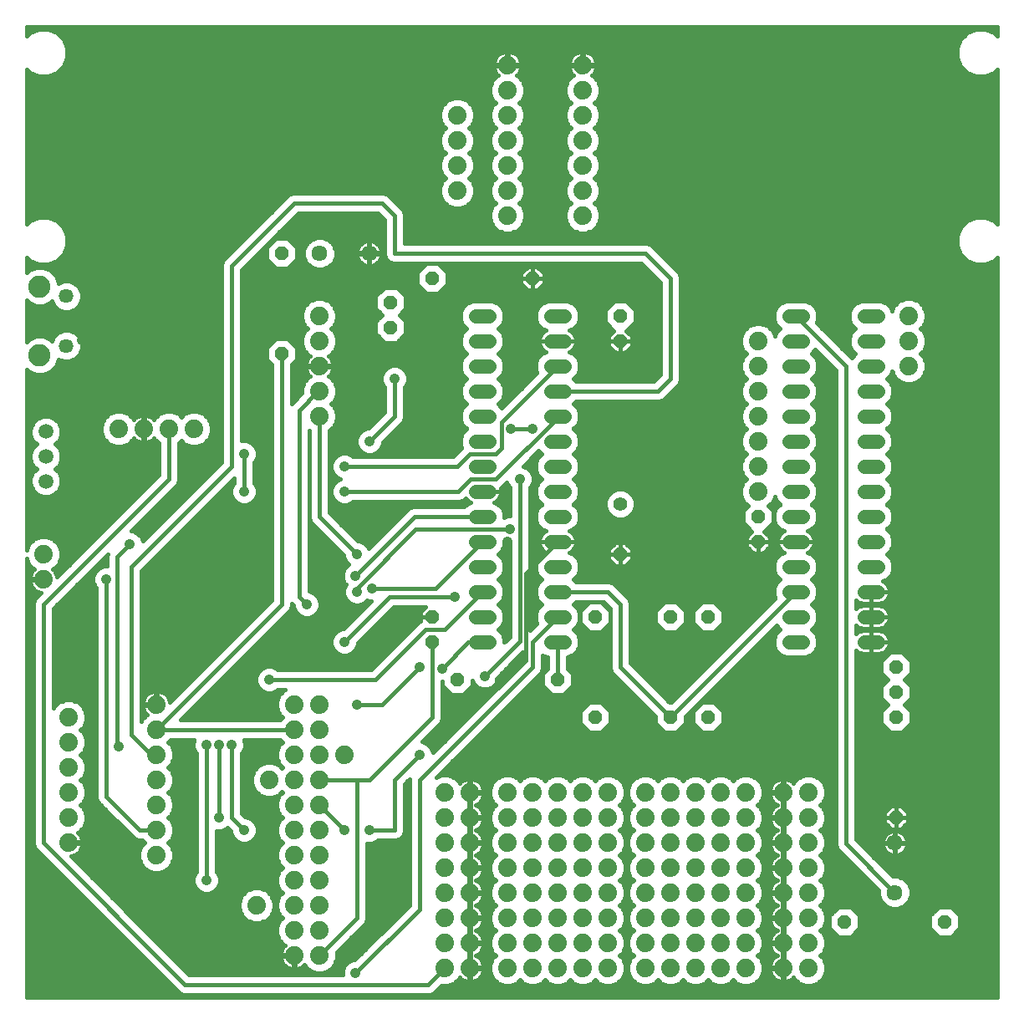
<source format=gbl>
G75*
%MOIN*%
%OFA0B0*%
%FSLAX25Y25*%
%IPPOS*%
%LPD*%
%AMOC8*
5,1,8,0,0,1.08239X$1,22.5*
%
%ADD10C,0.05600*%
%ADD11C,0.05746*%
%ADD12C,0.08858*%
%ADD13C,0.07400*%
%ADD14C,0.05943*%
%ADD15OC8,0.05600*%
%ADD16C,0.06337*%
%ADD17C,0.05600*%
%ADD18C,0.01600*%
%ADD19C,0.04165*%
D10*
X0273450Y0146800D02*
X0279050Y0146800D01*
X0279050Y0156800D02*
X0273450Y0156800D01*
X0273450Y0166800D02*
X0279050Y0166800D01*
X0279050Y0176800D02*
X0273450Y0176800D01*
X0273450Y0186800D02*
X0279050Y0186800D01*
X0279050Y0196800D02*
X0273450Y0196800D01*
X0273450Y0206800D02*
X0279050Y0206800D01*
X0279050Y0216800D02*
X0273450Y0216800D01*
X0273450Y0226800D02*
X0279050Y0226800D01*
X0279050Y0236800D02*
X0273450Y0236800D01*
X0273450Y0246800D02*
X0279050Y0246800D01*
X0279050Y0256800D02*
X0273450Y0256800D01*
X0273450Y0266800D02*
X0279050Y0266800D01*
X0279050Y0276800D02*
X0273450Y0276800D01*
X0303450Y0276800D02*
X0309050Y0276800D01*
X0309050Y0266800D02*
X0303450Y0266800D01*
X0303450Y0256800D02*
X0309050Y0256800D01*
X0309050Y0246800D02*
X0303450Y0246800D01*
X0303450Y0236800D02*
X0309050Y0236800D01*
X0309050Y0226800D02*
X0303450Y0226800D01*
X0303450Y0216800D02*
X0309050Y0216800D01*
X0309050Y0206800D02*
X0303450Y0206800D01*
X0303450Y0196800D02*
X0309050Y0196800D01*
X0309050Y0186800D02*
X0303450Y0186800D01*
X0303450Y0176800D02*
X0309050Y0176800D01*
X0309050Y0166800D02*
X0303450Y0166800D01*
X0303450Y0156800D02*
X0309050Y0156800D01*
X0309050Y0146800D02*
X0303450Y0146800D01*
X0398450Y0146800D02*
X0404050Y0146800D01*
X0404050Y0156800D02*
X0398450Y0156800D01*
X0398450Y0166800D02*
X0404050Y0166800D01*
X0404050Y0176800D02*
X0398450Y0176800D01*
X0398450Y0186800D02*
X0404050Y0186800D01*
X0404050Y0196800D02*
X0398450Y0196800D01*
X0398450Y0206800D02*
X0404050Y0206800D01*
X0404050Y0216800D02*
X0398450Y0216800D01*
X0398450Y0226800D02*
X0404050Y0226800D01*
X0404050Y0236800D02*
X0398450Y0236800D01*
X0398450Y0246800D02*
X0404050Y0246800D01*
X0404050Y0256800D02*
X0398450Y0256800D01*
X0398450Y0266800D02*
X0404050Y0266800D01*
X0404050Y0276800D02*
X0398450Y0276800D01*
X0428450Y0276800D02*
X0434050Y0276800D01*
X0434050Y0266800D02*
X0428450Y0266800D01*
X0428450Y0256800D02*
X0434050Y0256800D01*
X0434050Y0246800D02*
X0428450Y0246800D01*
X0428450Y0236800D02*
X0434050Y0236800D01*
X0434050Y0226800D02*
X0428450Y0226800D01*
X0428450Y0216800D02*
X0434050Y0216800D01*
X0434050Y0206800D02*
X0428450Y0206800D01*
X0428450Y0196800D02*
X0434050Y0196800D01*
X0434050Y0186800D02*
X0428450Y0186800D01*
X0428450Y0176800D02*
X0434050Y0176800D01*
X0434050Y0166800D02*
X0428450Y0166800D01*
X0428450Y0156800D02*
X0434050Y0156800D01*
X0434050Y0146800D02*
X0428450Y0146800D01*
D11*
X0110380Y0264957D03*
X0110380Y0284643D03*
D12*
X0099750Y0288580D03*
X0099750Y0261020D03*
D13*
X0131250Y0231800D03*
X0141250Y0231800D03*
X0151250Y0231800D03*
X0161250Y0231800D03*
X0211250Y0236800D03*
X0211250Y0246800D03*
X0211250Y0256800D03*
X0211250Y0266800D03*
X0211250Y0276800D03*
X0266250Y0326800D03*
X0266250Y0336800D03*
X0266250Y0346800D03*
X0266250Y0356800D03*
X0286250Y0356800D03*
X0286250Y0346800D03*
X0286250Y0336800D03*
X0286250Y0326800D03*
X0286250Y0316800D03*
X0316250Y0316800D03*
X0316250Y0326800D03*
X0316250Y0336800D03*
X0316250Y0346800D03*
X0316250Y0356800D03*
X0316250Y0366800D03*
X0316250Y0376800D03*
X0286250Y0376800D03*
X0286250Y0366800D03*
X0386250Y0266800D03*
X0386250Y0256800D03*
X0386250Y0246800D03*
X0386250Y0236800D03*
X0386250Y0226800D03*
X0386250Y0216800D03*
X0386250Y0206800D03*
X0446250Y0256800D03*
X0446250Y0266800D03*
X0446250Y0276800D03*
X0221250Y0101800D03*
X0211250Y0101800D03*
X0211250Y0091800D03*
X0201250Y0091800D03*
X0201250Y0101800D03*
X0191250Y0091800D03*
X0201250Y0081800D03*
X0201250Y0071800D03*
X0211250Y0071800D03*
X0211250Y0081800D03*
X0211250Y0061800D03*
X0201250Y0061800D03*
X0201250Y0051800D03*
X0201250Y0041800D03*
X0211250Y0041800D03*
X0211250Y0051800D03*
X0211250Y0031800D03*
X0211250Y0021800D03*
X0201250Y0021800D03*
X0201250Y0031800D03*
X0186250Y0041800D03*
X0146250Y0061800D03*
X0146250Y0071800D03*
X0146250Y0081800D03*
X0146250Y0091800D03*
X0146250Y0101800D03*
X0146250Y0111800D03*
X0146250Y0121800D03*
X0111250Y0116800D03*
X0111250Y0106800D03*
X0111250Y0096800D03*
X0111250Y0086800D03*
X0111250Y0076800D03*
X0111250Y0066800D03*
X0201250Y0111800D03*
X0201250Y0121800D03*
X0211250Y0121800D03*
X0211250Y0111800D03*
X0261250Y0086800D03*
X0261250Y0076800D03*
X0271250Y0076800D03*
X0271250Y0086800D03*
X0286250Y0086800D03*
X0286250Y0076800D03*
X0296250Y0076800D03*
X0296250Y0086800D03*
X0306250Y0086800D03*
X0306250Y0076800D03*
X0316250Y0076800D03*
X0316250Y0086800D03*
X0326250Y0086800D03*
X0326250Y0076800D03*
X0326250Y0066800D03*
X0326250Y0056800D03*
X0316250Y0056800D03*
X0316250Y0066800D03*
X0306250Y0066800D03*
X0306250Y0056800D03*
X0296250Y0056800D03*
X0296250Y0066800D03*
X0286250Y0066800D03*
X0286250Y0056800D03*
X0286250Y0046800D03*
X0286250Y0036800D03*
X0296250Y0036800D03*
X0296250Y0046800D03*
X0306250Y0046800D03*
X0306250Y0036800D03*
X0316250Y0036800D03*
X0316250Y0046800D03*
X0326250Y0046800D03*
X0326250Y0036800D03*
X0326250Y0026800D03*
X0326250Y0016800D03*
X0316250Y0016800D03*
X0316250Y0026800D03*
X0306250Y0026800D03*
X0306250Y0016800D03*
X0296250Y0016800D03*
X0296250Y0026800D03*
X0286250Y0026800D03*
X0286250Y0016800D03*
X0271250Y0016800D03*
X0271250Y0026800D03*
X0261250Y0026800D03*
X0261250Y0016800D03*
X0261250Y0036800D03*
X0261250Y0046800D03*
X0271250Y0046800D03*
X0271250Y0036800D03*
X0271250Y0056800D03*
X0271250Y0066800D03*
X0261250Y0066800D03*
X0261250Y0056800D03*
X0341250Y0056800D03*
X0341250Y0066800D03*
X0351250Y0066800D03*
X0351250Y0056800D03*
X0351250Y0046800D03*
X0351250Y0036800D03*
X0341250Y0036800D03*
X0341250Y0046800D03*
X0341250Y0026800D03*
X0341250Y0016800D03*
X0351250Y0016800D03*
X0351250Y0026800D03*
X0361250Y0026800D03*
X0361250Y0016800D03*
X0371250Y0016800D03*
X0371250Y0026800D03*
X0381250Y0026800D03*
X0381250Y0016800D03*
X0396250Y0016800D03*
X0396250Y0026800D03*
X0406250Y0026800D03*
X0406250Y0016800D03*
X0406250Y0036800D03*
X0406250Y0046800D03*
X0396250Y0046800D03*
X0396250Y0036800D03*
X0381250Y0036800D03*
X0381250Y0046800D03*
X0371250Y0046800D03*
X0371250Y0036800D03*
X0361250Y0036800D03*
X0361250Y0046800D03*
X0361250Y0056800D03*
X0361250Y0066800D03*
X0371250Y0066800D03*
X0371250Y0056800D03*
X0381250Y0056800D03*
X0381250Y0066800D03*
X0381250Y0076800D03*
X0381250Y0086800D03*
X0371250Y0086800D03*
X0371250Y0076800D03*
X0361250Y0076800D03*
X0361250Y0086800D03*
X0351250Y0086800D03*
X0351250Y0076800D03*
X0341250Y0076800D03*
X0341250Y0086800D03*
X0396250Y0086800D03*
X0396250Y0076800D03*
X0406250Y0076800D03*
X0406250Y0086800D03*
X0406250Y0066800D03*
X0406250Y0056800D03*
X0396250Y0056800D03*
X0396250Y0066800D03*
X0101250Y0171800D03*
X0101250Y0181800D03*
D14*
X0102250Y0210957D03*
X0102250Y0220800D03*
X0102250Y0230643D03*
D15*
X0196250Y0261800D03*
X0239750Y0272300D03*
X0239750Y0282300D03*
X0256250Y0291800D03*
X0296250Y0291800D03*
X0331250Y0276800D03*
X0331250Y0266800D03*
X0386250Y0196800D03*
X0386250Y0186800D03*
X0366250Y0156800D03*
X0351250Y0156800D03*
X0321250Y0156800D03*
X0331250Y0181800D03*
X0306250Y0131800D03*
X0321250Y0116800D03*
X0351250Y0116800D03*
X0366250Y0116800D03*
X0441250Y0116800D03*
X0441250Y0126800D03*
X0441250Y0136800D03*
X0441250Y0076800D03*
X0460750Y0035300D03*
X0420750Y0035300D03*
X0266250Y0131800D03*
X0256250Y0146800D03*
X0256250Y0156800D03*
X0196250Y0301800D03*
D16*
X0211407Y0301800D03*
X0231093Y0301800D03*
X0440750Y0066643D03*
X0440750Y0046957D03*
D17*
X0331250Y0201800D03*
D18*
X0094450Y0180186D02*
X0094450Y0005000D01*
X0481751Y0005000D01*
X0481751Y0300236D01*
X0480303Y0298789D01*
X0476830Y0297350D01*
X0473070Y0297350D01*
X0469597Y0298789D01*
X0466939Y0301447D01*
X0465500Y0304920D01*
X0465500Y0308680D01*
X0466939Y0312153D01*
X0469597Y0314811D01*
X0473070Y0316250D01*
X0476830Y0316250D01*
X0480303Y0314811D01*
X0481751Y0313363D01*
X0481751Y0375236D01*
X0480303Y0373789D01*
X0476830Y0372350D01*
X0473070Y0372350D01*
X0469597Y0373789D01*
X0466939Y0376447D01*
X0465500Y0379920D01*
X0465500Y0383680D01*
X0466939Y0387153D01*
X0469597Y0389811D01*
X0473070Y0391250D01*
X0476830Y0391250D01*
X0480303Y0389811D01*
X0481751Y0388363D01*
X0481751Y0392301D01*
X0094450Y0392301D01*
X0094450Y0388364D01*
X0095897Y0389811D01*
X0099370Y0391250D01*
X0103130Y0391250D01*
X0106603Y0389811D01*
X0109261Y0387153D01*
X0110700Y0383680D01*
X0110700Y0379920D01*
X0109261Y0376447D01*
X0106603Y0373789D01*
X0103130Y0372350D01*
X0099370Y0372350D01*
X0095897Y0373789D01*
X0094450Y0375236D01*
X0094450Y0313364D01*
X0095897Y0314811D01*
X0099370Y0316250D01*
X0103130Y0316250D01*
X0106603Y0314811D01*
X0109261Y0312153D01*
X0110700Y0308680D01*
X0110700Y0304920D01*
X0109261Y0301447D01*
X0106603Y0298789D01*
X0103130Y0297350D01*
X0099370Y0297350D01*
X0095897Y0298789D01*
X0094450Y0300236D01*
X0094450Y0294069D01*
X0095428Y0295047D01*
X0098232Y0296209D01*
X0101268Y0296209D01*
X0104072Y0295047D01*
X0106218Y0292901D01*
X0107379Y0290097D01*
X0107379Y0289973D01*
X0109172Y0290716D01*
X0111588Y0290716D01*
X0113820Y0289791D01*
X0115529Y0288083D01*
X0116453Y0285851D01*
X0116453Y0283434D01*
X0115529Y0281202D01*
X0113820Y0279494D01*
X0111588Y0278569D01*
X0109172Y0278569D01*
X0106940Y0279494D01*
X0105231Y0281202D01*
X0104625Y0282666D01*
X0104072Y0282112D01*
X0101268Y0280950D01*
X0098232Y0280950D01*
X0095428Y0282112D01*
X0094450Y0283090D01*
X0094450Y0266510D01*
X0095428Y0267488D01*
X0098232Y0268650D01*
X0101268Y0268650D01*
X0104072Y0267488D01*
X0104625Y0266934D01*
X0105231Y0268398D01*
X0106940Y0270106D01*
X0109172Y0271031D01*
X0111588Y0271031D01*
X0113820Y0270106D01*
X0115529Y0268398D01*
X0116453Y0266166D01*
X0116453Y0263749D01*
X0115529Y0261517D01*
X0113820Y0259809D01*
X0111588Y0258884D01*
X0109172Y0258884D01*
X0107379Y0259627D01*
X0107379Y0259503D01*
X0106218Y0256699D01*
X0104072Y0254553D01*
X0101268Y0253391D01*
X0098232Y0253391D01*
X0095428Y0254553D01*
X0094450Y0255531D01*
X0094450Y0183414D01*
X0095400Y0185709D01*
X0097341Y0187650D01*
X0099877Y0188700D01*
X0102622Y0188700D01*
X0105159Y0187650D01*
X0107100Y0185709D01*
X0108150Y0183172D01*
X0108150Y0180427D01*
X0107100Y0177891D01*
X0105159Y0175950D01*
X0104960Y0175868D01*
X0105445Y0175383D01*
X0105954Y0174683D01*
X0106347Y0173911D01*
X0106615Y0173088D01*
X0106651Y0172858D01*
X0147250Y0213457D01*
X0147250Y0226042D01*
X0145400Y0227891D01*
X0145318Y0228090D01*
X0144833Y0227605D01*
X0144133Y0227096D01*
X0143361Y0226703D01*
X0142538Y0226435D01*
X0141683Y0226300D01*
X0141450Y0226300D01*
X0141450Y0231600D01*
X0141050Y0231600D01*
X0141050Y0226300D01*
X0140817Y0226300D01*
X0139962Y0226435D01*
X0139139Y0226703D01*
X0138367Y0227096D01*
X0137667Y0227605D01*
X0137182Y0228090D01*
X0137100Y0227891D01*
X0135159Y0225950D01*
X0132622Y0224900D01*
X0129877Y0224900D01*
X0127341Y0225950D01*
X0125400Y0227891D01*
X0124350Y0230427D01*
X0124350Y0233172D01*
X0125400Y0235709D01*
X0127341Y0237650D01*
X0129877Y0238700D01*
X0132622Y0238700D01*
X0135159Y0237650D01*
X0137100Y0235709D01*
X0137182Y0235510D01*
X0137667Y0235995D01*
X0138367Y0236504D01*
X0139139Y0236897D01*
X0139962Y0237165D01*
X0140817Y0237300D01*
X0141050Y0237300D01*
X0141050Y0232000D01*
X0141450Y0232000D01*
X0141450Y0237300D01*
X0141683Y0237300D01*
X0142538Y0237165D01*
X0143361Y0236897D01*
X0144133Y0236504D01*
X0144833Y0235995D01*
X0145318Y0235510D01*
X0145400Y0235709D01*
X0147341Y0237650D01*
X0149877Y0238700D01*
X0152622Y0238700D01*
X0155159Y0237650D01*
X0156250Y0236558D01*
X0157341Y0237650D01*
X0159877Y0238700D01*
X0162622Y0238700D01*
X0165159Y0237650D01*
X0167100Y0235709D01*
X0168150Y0233172D01*
X0168150Y0230427D01*
X0167100Y0227891D01*
X0165159Y0225950D01*
X0162622Y0224900D01*
X0159877Y0224900D01*
X0157341Y0225950D01*
X0156250Y0227042D01*
X0155250Y0226042D01*
X0155250Y0211004D01*
X0154641Y0209534D01*
X0136190Y0191083D01*
X0136801Y0191083D01*
X0138742Y0190278D01*
X0140228Y0188792D01*
X0140919Y0187126D01*
X0172250Y0218457D01*
X0172250Y0297596D01*
X0172859Y0299066D01*
X0173984Y0300191D01*
X0198984Y0325191D01*
X0200454Y0325800D01*
X0237046Y0325800D01*
X0238516Y0325191D01*
X0239641Y0324066D01*
X0244641Y0319066D01*
X0245250Y0317596D01*
X0245250Y0305800D01*
X0342046Y0305800D01*
X0343516Y0305191D01*
X0344641Y0304066D01*
X0354641Y0294066D01*
X0355250Y0292596D01*
X0355250Y0251004D01*
X0354641Y0249534D01*
X0353516Y0248409D01*
X0348516Y0243409D01*
X0347046Y0242800D01*
X0313535Y0242800D01*
X0312535Y0241800D01*
X0314137Y0240199D01*
X0315050Y0237993D01*
X0315050Y0235607D01*
X0314137Y0233401D01*
X0312535Y0231800D01*
X0314137Y0230199D01*
X0315050Y0227993D01*
X0315050Y0225607D01*
X0314137Y0223401D01*
X0312535Y0221800D01*
X0314137Y0220199D01*
X0315050Y0217993D01*
X0315050Y0215607D01*
X0314137Y0213401D01*
X0312535Y0211800D01*
X0314137Y0210199D01*
X0315050Y0207993D01*
X0315050Y0205607D01*
X0314137Y0203401D01*
X0312535Y0201800D01*
X0314137Y0200199D01*
X0315050Y0197993D01*
X0315050Y0195607D01*
X0314137Y0193401D01*
X0312449Y0191713D01*
X0310844Y0191049D01*
X0311461Y0190734D01*
X0312047Y0190309D01*
X0312559Y0189797D01*
X0312984Y0189211D01*
X0313313Y0188566D01*
X0313537Y0187877D01*
X0313650Y0187162D01*
X0313650Y0186800D01*
X0306250Y0186800D01*
X0293650Y0174200D01*
X0293650Y0139549D01*
X0282612Y0128511D01*
X0281961Y0128511D01*
X0281961Y0132162D01*
X0286250Y0136451D01*
X0285682Y0136075D02*
X0289868Y0136075D01*
X0288270Y0134476D02*
X0284083Y0134476D01*
X0282533Y0132926D02*
X0292250Y0142643D01*
X0292250Y0138457D01*
X0256533Y0102740D01*
X0256533Y0102851D01*
X0255728Y0104792D01*
X0254242Y0106278D01*
X0252301Y0107083D01*
X0252190Y0107083D01*
X0259641Y0114534D01*
X0260250Y0116004D01*
X0260250Y0131017D01*
X0260250Y0129315D01*
X0263765Y0125800D01*
X0268735Y0125800D01*
X0272250Y0129315D01*
X0272250Y0131567D01*
X0272772Y0130308D01*
X0274258Y0128822D01*
X0276199Y0128017D01*
X0278301Y0128017D01*
X0280242Y0128822D01*
X0281728Y0130308D01*
X0282533Y0132249D01*
X0282533Y0132926D01*
X0282533Y0132878D02*
X0286671Y0132878D01*
X0285073Y0131279D02*
X0282131Y0131279D01*
X0281102Y0129681D02*
X0283474Y0129681D01*
X0281876Y0128082D02*
X0278458Y0128082D01*
X0276042Y0128082D02*
X0271018Y0128082D01*
X0272250Y0129681D02*
X0273398Y0129681D01*
X0272369Y0131279D02*
X0272250Y0131279D01*
X0277250Y0133300D02*
X0291250Y0147300D01*
X0291250Y0211800D01*
X0296059Y0209606D02*
X0298118Y0209606D01*
X0298363Y0210199D02*
X0297450Y0207993D01*
X0297450Y0205607D01*
X0298363Y0203401D01*
X0299965Y0201800D01*
X0298363Y0200199D01*
X0297450Y0197993D01*
X0297450Y0195607D01*
X0298363Y0193401D01*
X0300051Y0191713D01*
X0301656Y0191049D01*
X0301039Y0190734D01*
X0300453Y0190309D01*
X0299941Y0189797D01*
X0299516Y0189211D01*
X0299187Y0188566D01*
X0298963Y0187877D01*
X0298850Y0187162D01*
X0298850Y0186800D01*
X0306250Y0186800D01*
X0306250Y0186800D01*
X0313650Y0186800D01*
X0313650Y0186438D01*
X0313537Y0185723D01*
X0313313Y0185034D01*
X0312984Y0184389D01*
X0312559Y0183803D01*
X0312047Y0183291D01*
X0311461Y0182866D01*
X0310844Y0182551D01*
X0312449Y0181887D01*
X0314137Y0180199D01*
X0315050Y0177993D01*
X0315050Y0175607D01*
X0314137Y0173401D01*
X0312535Y0171800D01*
X0313535Y0170800D01*
X0327046Y0170800D01*
X0328516Y0170191D01*
X0329641Y0169066D01*
X0334641Y0164066D01*
X0335250Y0162596D01*
X0335250Y0138457D01*
X0350907Y0122800D01*
X0351593Y0122800D01*
X0393021Y0164228D01*
X0392450Y0165607D01*
X0392450Y0167993D01*
X0393363Y0170199D01*
X0394965Y0171800D01*
X0393363Y0173401D01*
X0392450Y0175607D01*
X0392450Y0177993D01*
X0393363Y0180199D01*
X0395051Y0181887D01*
X0396656Y0182551D01*
X0396039Y0182866D01*
X0395453Y0183291D01*
X0394941Y0183803D01*
X0394516Y0184389D01*
X0394187Y0185034D01*
X0393963Y0185723D01*
X0393850Y0186438D01*
X0393850Y0186800D01*
X0401250Y0186800D01*
X0408650Y0186800D01*
X0408650Y0187162D01*
X0408537Y0187877D01*
X0408313Y0188566D01*
X0407984Y0189211D01*
X0407559Y0189797D01*
X0407047Y0190309D01*
X0406461Y0190734D01*
X0405844Y0191049D01*
X0407449Y0191713D01*
X0409137Y0193401D01*
X0410050Y0195607D01*
X0410050Y0197993D01*
X0409137Y0200199D01*
X0407535Y0201800D01*
X0409137Y0203401D01*
X0410050Y0205607D01*
X0410050Y0207993D01*
X0409137Y0210199D01*
X0407535Y0211800D01*
X0409137Y0213401D01*
X0410050Y0215607D01*
X0410050Y0217993D01*
X0409137Y0220199D01*
X0407535Y0221800D01*
X0409137Y0223401D01*
X0410050Y0225607D01*
X0410050Y0227993D01*
X0409137Y0230199D01*
X0407535Y0231800D01*
X0409137Y0233401D01*
X0410050Y0235607D01*
X0410050Y0237993D01*
X0409137Y0240199D01*
X0407535Y0241800D01*
X0409137Y0243401D01*
X0410050Y0245607D01*
X0410050Y0247993D01*
X0409137Y0250199D01*
X0407535Y0251800D01*
X0409137Y0253401D01*
X0410050Y0255607D01*
X0410050Y0257993D01*
X0409137Y0260199D01*
X0407535Y0261800D01*
X0409064Y0263329D01*
X0417250Y0255143D01*
X0417250Y0065662D01*
X0417859Y0064192D01*
X0418984Y0063066D01*
X0434381Y0047669D01*
X0434381Y0045691D01*
X0435351Y0043350D01*
X0437143Y0041559D01*
X0439483Y0040589D01*
X0442017Y0040589D01*
X0444357Y0041559D01*
X0446149Y0043350D01*
X0447118Y0045691D01*
X0447118Y0048224D01*
X0446149Y0050565D01*
X0444357Y0052356D01*
X0442017Y0053326D01*
X0440038Y0053326D01*
X0425250Y0068114D01*
X0425250Y0143495D01*
X0425453Y0143291D01*
X0426039Y0142866D01*
X0426684Y0142537D01*
X0427373Y0142313D01*
X0428088Y0142200D01*
X0431250Y0142200D01*
X0434412Y0142200D01*
X0435127Y0142313D01*
X0435816Y0142537D01*
X0436461Y0142866D01*
X0437047Y0143291D01*
X0437559Y0143803D01*
X0437984Y0144389D01*
X0438313Y0145034D01*
X0438537Y0145723D01*
X0438650Y0146438D01*
X0438650Y0146800D01*
X0438650Y0147162D01*
X0438537Y0147877D01*
X0438313Y0148566D01*
X0437984Y0149211D01*
X0437559Y0149797D01*
X0437047Y0150309D01*
X0436461Y0150734D01*
X0435816Y0151063D01*
X0435127Y0151287D01*
X0434412Y0151400D01*
X0431250Y0151400D01*
X0431250Y0146800D01*
X0431250Y0146800D01*
X0438650Y0146800D01*
X0431250Y0146800D01*
X0431250Y0146800D01*
X0431250Y0151400D01*
X0428088Y0151400D01*
X0427373Y0151287D01*
X0426684Y0151063D01*
X0426039Y0150734D01*
X0425453Y0150309D01*
X0425250Y0150105D01*
X0425250Y0153495D01*
X0425453Y0153291D01*
X0426039Y0152866D01*
X0426684Y0152537D01*
X0427373Y0152313D01*
X0428088Y0152200D01*
X0431250Y0152200D01*
X0434412Y0152200D01*
X0435127Y0152313D01*
X0435816Y0152537D01*
X0436461Y0152866D01*
X0437047Y0153291D01*
X0437559Y0153803D01*
X0437984Y0154389D01*
X0438313Y0155034D01*
X0438537Y0155723D01*
X0438650Y0156438D01*
X0438650Y0156800D01*
X0438650Y0157162D01*
X0438537Y0157877D01*
X0438313Y0158566D01*
X0437984Y0159211D01*
X0437559Y0159797D01*
X0437047Y0160309D01*
X0436461Y0160734D01*
X0435816Y0161063D01*
X0435127Y0161287D01*
X0434412Y0161400D01*
X0431250Y0161400D01*
X0431250Y0156800D01*
X0431250Y0156800D01*
X0438650Y0156800D01*
X0431250Y0156800D01*
X0431250Y0156800D01*
X0431250Y0161400D01*
X0428088Y0161400D01*
X0427373Y0161287D01*
X0426684Y0161063D01*
X0426039Y0160734D01*
X0425453Y0160309D01*
X0425250Y0160105D01*
X0425250Y0163495D01*
X0425453Y0163291D01*
X0426039Y0162866D01*
X0426684Y0162537D01*
X0427373Y0162313D01*
X0428088Y0162200D01*
X0431250Y0162200D01*
X0434412Y0162200D01*
X0435127Y0162313D01*
X0435816Y0162537D01*
X0436461Y0162866D01*
X0437047Y0163291D01*
X0437559Y0163803D01*
X0437984Y0164389D01*
X0438313Y0165034D01*
X0438537Y0165723D01*
X0438650Y0166438D01*
X0438650Y0166800D01*
X0438650Y0167162D01*
X0438537Y0167877D01*
X0438313Y0168566D01*
X0437984Y0169211D01*
X0437559Y0169797D01*
X0437047Y0170309D01*
X0436461Y0170734D01*
X0435844Y0171049D01*
X0437449Y0171713D01*
X0439137Y0173401D01*
X0440050Y0175607D01*
X0440050Y0177993D01*
X0439137Y0180199D01*
X0437535Y0181800D01*
X0439137Y0183401D01*
X0440050Y0185607D01*
X0440050Y0187993D01*
X0439137Y0190199D01*
X0437535Y0191800D01*
X0439137Y0193401D01*
X0440050Y0195607D01*
X0440050Y0197993D01*
X0439137Y0200199D01*
X0437535Y0201800D01*
X0439137Y0203401D01*
X0440050Y0205607D01*
X0440050Y0207993D01*
X0439137Y0210199D01*
X0437535Y0211800D01*
X0439137Y0213401D01*
X0440050Y0215607D01*
X0440050Y0217993D01*
X0439137Y0220199D01*
X0437535Y0221800D01*
X0439137Y0223401D01*
X0440050Y0225607D01*
X0440050Y0227993D01*
X0439137Y0230199D01*
X0437535Y0231800D01*
X0439137Y0233401D01*
X0440050Y0235607D01*
X0440050Y0237993D01*
X0439137Y0240199D01*
X0437535Y0241800D01*
X0439137Y0243401D01*
X0440050Y0245607D01*
X0440050Y0247993D01*
X0439137Y0250199D01*
X0437535Y0251800D01*
X0439137Y0253401D01*
X0439663Y0254672D01*
X0440400Y0252891D01*
X0442341Y0250950D01*
X0444877Y0249900D01*
X0447622Y0249900D01*
X0450159Y0250950D01*
X0452100Y0252891D01*
X0453150Y0255427D01*
X0453150Y0258172D01*
X0452100Y0260709D01*
X0451008Y0261800D01*
X0452100Y0262891D01*
X0453150Y0265427D01*
X0453150Y0268172D01*
X0452100Y0270709D01*
X0451008Y0271800D01*
X0452100Y0272891D01*
X0453150Y0275427D01*
X0453150Y0278172D01*
X0452100Y0280709D01*
X0450159Y0282650D01*
X0447622Y0283700D01*
X0444877Y0283700D01*
X0442341Y0282650D01*
X0440400Y0280709D01*
X0439663Y0278928D01*
X0439137Y0280199D01*
X0437449Y0281887D01*
X0435243Y0282800D01*
X0427257Y0282800D01*
X0425051Y0281887D01*
X0423363Y0280199D01*
X0422450Y0277993D01*
X0422450Y0275607D01*
X0423363Y0273401D01*
X0424965Y0271800D01*
X0423363Y0270199D01*
X0422450Y0267993D01*
X0422450Y0265607D01*
X0423363Y0263401D01*
X0424965Y0261800D01*
X0423436Y0260271D01*
X0409479Y0274228D01*
X0410050Y0275607D01*
X0410050Y0277993D01*
X0409137Y0280199D01*
X0407449Y0281887D01*
X0405243Y0282800D01*
X0397257Y0282800D01*
X0395051Y0281887D01*
X0393363Y0280199D01*
X0392450Y0277993D01*
X0392450Y0275607D01*
X0393363Y0273401D01*
X0394965Y0271800D01*
X0393363Y0270199D01*
X0392837Y0268928D01*
X0392100Y0270709D01*
X0390159Y0272650D01*
X0387622Y0273700D01*
X0384877Y0273700D01*
X0382341Y0272650D01*
X0380400Y0270709D01*
X0379350Y0268172D01*
X0379350Y0265427D01*
X0380400Y0262891D01*
X0381492Y0261800D01*
X0380400Y0260709D01*
X0379350Y0258172D01*
X0379350Y0255427D01*
X0380400Y0252891D01*
X0381492Y0251800D01*
X0380400Y0250709D01*
X0379350Y0248172D01*
X0379350Y0245427D01*
X0380400Y0242891D01*
X0381492Y0241800D01*
X0380400Y0240709D01*
X0379350Y0238172D01*
X0379350Y0235427D01*
X0380400Y0232891D01*
X0381492Y0231800D01*
X0380400Y0230709D01*
X0379350Y0228172D01*
X0379350Y0225427D01*
X0380400Y0222891D01*
X0381492Y0221800D01*
X0380400Y0220709D01*
X0379350Y0218172D01*
X0379350Y0215427D01*
X0380400Y0212891D01*
X0381492Y0211800D01*
X0380400Y0210709D01*
X0379350Y0208172D01*
X0379350Y0205427D01*
X0380400Y0202891D01*
X0382128Y0201164D01*
X0380250Y0199285D01*
X0380250Y0194315D01*
X0383755Y0190810D01*
X0381650Y0188705D01*
X0381650Y0186800D01*
X0386250Y0186800D01*
X0390850Y0186800D01*
X0390850Y0188705D01*
X0388745Y0190810D01*
X0392250Y0194315D01*
X0392250Y0199285D01*
X0390372Y0201164D01*
X0392100Y0202891D01*
X0392837Y0204672D01*
X0393363Y0203401D01*
X0394965Y0201800D01*
X0393363Y0200199D01*
X0392450Y0197993D01*
X0392450Y0195607D01*
X0393363Y0193401D01*
X0395051Y0191713D01*
X0396656Y0191049D01*
X0396039Y0190734D01*
X0395453Y0190309D01*
X0394941Y0189797D01*
X0394516Y0189211D01*
X0394187Y0188566D01*
X0393963Y0187877D01*
X0393850Y0187162D01*
X0393850Y0186800D01*
X0401250Y0186800D01*
X0401250Y0186800D01*
X0401250Y0186800D01*
X0408650Y0186800D01*
X0408650Y0186438D01*
X0408537Y0185723D01*
X0408313Y0185034D01*
X0407984Y0184389D01*
X0407559Y0183803D01*
X0407047Y0183291D01*
X0406461Y0182866D01*
X0405844Y0182551D01*
X0407449Y0181887D01*
X0409137Y0180199D01*
X0410050Y0177993D01*
X0410050Y0175607D01*
X0409137Y0173401D01*
X0407535Y0171800D01*
X0409137Y0170199D01*
X0410050Y0167993D01*
X0410050Y0165607D01*
X0409137Y0163401D01*
X0407535Y0161800D01*
X0409137Y0160199D01*
X0410050Y0157993D01*
X0410050Y0155607D01*
X0409137Y0153401D01*
X0407535Y0151800D01*
X0409137Y0150199D01*
X0410050Y0147993D01*
X0410050Y0145607D01*
X0409137Y0143401D01*
X0407449Y0141713D01*
X0405243Y0140800D01*
X0397257Y0140800D01*
X0395051Y0141713D01*
X0393363Y0143401D01*
X0392450Y0145607D01*
X0392450Y0147993D01*
X0393363Y0150199D01*
X0394965Y0151800D01*
X0393436Y0153329D01*
X0357250Y0117143D01*
X0357250Y0114315D01*
X0353735Y0110800D01*
X0348765Y0110800D01*
X0345250Y0114315D01*
X0345250Y0117143D01*
X0328984Y0133409D01*
X0327859Y0134534D01*
X0327250Y0136004D01*
X0327250Y0160143D01*
X0324593Y0162800D01*
X0313535Y0162800D01*
X0312535Y0161800D01*
X0314137Y0160199D01*
X0315050Y0157993D01*
X0315050Y0155607D01*
X0314137Y0153401D01*
X0312535Y0151800D01*
X0314137Y0150199D01*
X0315050Y0147993D01*
X0315050Y0145607D01*
X0314137Y0143401D01*
X0312449Y0141713D01*
X0310250Y0140803D01*
X0310250Y0136285D01*
X0312250Y0134285D01*
X0312250Y0129315D01*
X0308735Y0125800D01*
X0303765Y0125800D01*
X0300250Y0129315D01*
X0300250Y0134285D01*
X0302250Y0136285D01*
X0302250Y0140803D01*
X0300250Y0141631D01*
X0300250Y0136004D01*
X0299641Y0134534D01*
X0258050Y0092943D01*
X0259877Y0093700D01*
X0262622Y0093700D01*
X0265159Y0092650D01*
X0267100Y0090709D01*
X0267182Y0090510D01*
X0267667Y0090995D01*
X0268367Y0091504D01*
X0269139Y0091897D01*
X0269962Y0092165D01*
X0270817Y0092300D01*
X0271050Y0092300D01*
X0271050Y0087000D01*
X0271450Y0087000D01*
X0271450Y0092300D01*
X0271683Y0092300D01*
X0272538Y0092165D01*
X0273361Y0091897D01*
X0274133Y0091504D01*
X0274833Y0090995D01*
X0275445Y0090383D01*
X0275954Y0089683D01*
X0276347Y0088911D01*
X0276615Y0088088D01*
X0276750Y0087233D01*
X0276750Y0087000D01*
X0271450Y0087000D01*
X0271450Y0086600D01*
X0276750Y0086600D01*
X0276750Y0086367D01*
X0276615Y0085512D01*
X0276347Y0084689D01*
X0275954Y0083917D01*
X0275445Y0083217D01*
X0274833Y0082605D01*
X0274133Y0082096D01*
X0273552Y0081800D01*
X0274133Y0081504D01*
X0274833Y0080995D01*
X0275445Y0080383D01*
X0275954Y0079683D01*
X0276347Y0078911D01*
X0276615Y0078088D01*
X0276750Y0077233D01*
X0276750Y0077000D01*
X0271450Y0077000D01*
X0271050Y0077000D01*
X0271050Y0082300D01*
X0271050Y0086600D01*
X0271450Y0086600D01*
X0271450Y0077000D01*
X0271450Y0076600D01*
X0276750Y0076600D01*
X0276750Y0076367D01*
X0276615Y0075512D01*
X0276347Y0074689D01*
X0275954Y0073917D01*
X0275445Y0073217D01*
X0274833Y0072605D01*
X0274133Y0072096D01*
X0273552Y0071800D01*
X0274133Y0071504D01*
X0274833Y0070995D01*
X0275445Y0070383D01*
X0275954Y0069683D01*
X0276347Y0068911D01*
X0276615Y0068088D01*
X0276750Y0067233D01*
X0276750Y0067000D01*
X0271450Y0067000D01*
X0271450Y0066600D01*
X0276750Y0066600D01*
X0276750Y0066367D01*
X0276615Y0065512D01*
X0276347Y0064689D01*
X0275954Y0063917D01*
X0275445Y0063217D01*
X0274833Y0062605D01*
X0274133Y0062096D01*
X0273552Y0061800D01*
X0274133Y0061504D01*
X0274833Y0060995D01*
X0275445Y0060383D01*
X0275954Y0059683D01*
X0276347Y0058911D01*
X0276615Y0058088D01*
X0276750Y0057233D01*
X0276750Y0057000D01*
X0271450Y0057000D01*
X0271050Y0057000D01*
X0271050Y0062300D01*
X0271050Y0066600D01*
X0271450Y0066600D01*
X0271450Y0057000D01*
X0271450Y0056600D01*
X0276750Y0056600D01*
X0276750Y0056367D01*
X0276615Y0055512D01*
X0276347Y0054689D01*
X0275954Y0053917D01*
X0275445Y0053217D01*
X0274833Y0052605D01*
X0274133Y0052096D01*
X0273552Y0051800D01*
X0274133Y0051504D01*
X0274833Y0050995D01*
X0275445Y0050383D01*
X0275954Y0049683D01*
X0276347Y0048911D01*
X0276615Y0048088D01*
X0276750Y0047233D01*
X0276750Y0047000D01*
X0271450Y0047000D01*
X0271450Y0046600D01*
X0276750Y0046600D01*
X0276750Y0046367D01*
X0276615Y0045512D01*
X0276347Y0044689D01*
X0275954Y0043917D01*
X0275445Y0043217D01*
X0274833Y0042605D01*
X0274133Y0042096D01*
X0273552Y0041800D01*
X0274133Y0041504D01*
X0274833Y0040995D01*
X0275445Y0040383D01*
X0275954Y0039683D01*
X0276347Y0038911D01*
X0276615Y0038088D01*
X0276750Y0037233D01*
X0276750Y0037000D01*
X0271450Y0037000D01*
X0271050Y0037000D01*
X0271050Y0042300D01*
X0271050Y0046600D01*
X0271450Y0046600D01*
X0271450Y0037000D01*
X0271450Y0036600D01*
X0276750Y0036600D01*
X0276750Y0036367D01*
X0276615Y0035512D01*
X0276347Y0034689D01*
X0275954Y0033917D01*
X0275445Y0033217D01*
X0274833Y0032605D01*
X0274133Y0032096D01*
X0273552Y0031800D01*
X0274133Y0031504D01*
X0274833Y0030995D01*
X0275445Y0030383D01*
X0275954Y0029683D01*
X0276347Y0028911D01*
X0276615Y0028088D01*
X0276750Y0027233D01*
X0276750Y0027000D01*
X0271450Y0027000D01*
X0271450Y0026600D01*
X0276750Y0026600D01*
X0276750Y0026367D01*
X0276615Y0025512D01*
X0276347Y0024689D01*
X0275954Y0023917D01*
X0275445Y0023217D01*
X0274833Y0022605D01*
X0274133Y0022096D01*
X0273552Y0021800D01*
X0274133Y0021504D01*
X0274833Y0020995D01*
X0275445Y0020383D01*
X0275954Y0019683D01*
X0276347Y0018911D01*
X0276615Y0018088D01*
X0276750Y0017233D01*
X0276750Y0017000D01*
X0271450Y0017000D01*
X0271050Y0017000D01*
X0271050Y0021300D01*
X0271050Y0026600D01*
X0271450Y0026600D01*
X0271450Y0017000D01*
X0271450Y0016600D01*
X0276750Y0016600D01*
X0276750Y0016367D01*
X0276615Y0015512D01*
X0276347Y0014689D01*
X0275954Y0013917D01*
X0275445Y0013217D01*
X0274833Y0012605D01*
X0274133Y0012096D01*
X0273361Y0011703D01*
X0272538Y0011435D01*
X0271683Y0011300D01*
X0271450Y0011300D01*
X0271450Y0016600D01*
X0271050Y0016600D01*
X0271050Y0011300D01*
X0270817Y0011300D01*
X0269962Y0011435D01*
X0269139Y0011703D01*
X0268367Y0012096D01*
X0267667Y0012605D01*
X0267182Y0013090D01*
X0267100Y0012891D01*
X0265159Y0010950D01*
X0262622Y0009900D01*
X0260007Y0009900D01*
X0257016Y0006909D01*
X0255546Y0006300D01*
X0156954Y0006300D01*
X0155484Y0006909D01*
X0154359Y0008034D01*
X0097859Y0064534D01*
X0097250Y0066004D01*
X0097250Y0162596D01*
X0097859Y0164066D01*
X0098984Y0165191D01*
X0100192Y0166399D01*
X0099962Y0166435D01*
X0099139Y0166703D01*
X0098367Y0167096D01*
X0097667Y0167605D01*
X0097055Y0168217D01*
X0096546Y0168917D01*
X0096153Y0169689D01*
X0095885Y0170512D01*
X0095750Y0171367D01*
X0095750Y0171600D01*
X0101050Y0171600D01*
X0101050Y0172000D01*
X0095750Y0172000D01*
X0095750Y0172233D01*
X0095885Y0173088D01*
X0096153Y0173911D01*
X0096546Y0174683D01*
X0097055Y0175383D01*
X0097540Y0175868D01*
X0097341Y0175950D01*
X0095400Y0177891D01*
X0094450Y0180186D01*
X0094450Y0179235D02*
X0094844Y0179235D01*
X0094450Y0177636D02*
X0095656Y0177636D01*
X0094450Y0176038D02*
X0097254Y0176038D01*
X0096422Y0174439D02*
X0094450Y0174439D01*
X0094450Y0172841D02*
X0095846Y0172841D01*
X0095770Y0171242D02*
X0094450Y0171242D01*
X0094450Y0169644D02*
X0096176Y0169644D01*
X0097227Y0168045D02*
X0094450Y0168045D01*
X0094450Y0166447D02*
X0099927Y0166447D01*
X0098641Y0164848D02*
X0094450Y0164848D01*
X0094450Y0163250D02*
X0097521Y0163250D01*
X0097250Y0161651D02*
X0094450Y0161651D01*
X0094450Y0160053D02*
X0097250Y0160053D01*
X0097250Y0158454D02*
X0094450Y0158454D01*
X0094450Y0156856D02*
X0097250Y0156856D01*
X0097250Y0155257D02*
X0094450Y0155257D01*
X0094450Y0153659D02*
X0097250Y0153659D01*
X0097250Y0152060D02*
X0094450Y0152060D01*
X0094450Y0150462D02*
X0097250Y0150462D01*
X0097250Y0148863D02*
X0094450Y0148863D01*
X0094450Y0147265D02*
X0097250Y0147265D01*
X0097250Y0145666D02*
X0094450Y0145666D01*
X0094450Y0144068D02*
X0097250Y0144068D01*
X0097250Y0142469D02*
X0094450Y0142469D01*
X0094450Y0140870D02*
X0097250Y0140870D01*
X0097250Y0139272D02*
X0094450Y0139272D01*
X0094450Y0137673D02*
X0097250Y0137673D01*
X0097250Y0136075D02*
X0094450Y0136075D01*
X0094450Y0134476D02*
X0097250Y0134476D01*
X0097250Y0132878D02*
X0094450Y0132878D01*
X0094450Y0131279D02*
X0097250Y0131279D01*
X0097250Y0129681D02*
X0094450Y0129681D01*
X0094450Y0128082D02*
X0097250Y0128082D01*
X0097250Y0126484D02*
X0094450Y0126484D01*
X0094450Y0124885D02*
X0097250Y0124885D01*
X0097250Y0123287D02*
X0094450Y0123287D01*
X0094450Y0121688D02*
X0097250Y0121688D01*
X0097250Y0120090D02*
X0094450Y0120090D01*
X0094450Y0118491D02*
X0097250Y0118491D01*
X0097250Y0116893D02*
X0094450Y0116893D01*
X0094450Y0115294D02*
X0097250Y0115294D01*
X0097250Y0113696D02*
X0094450Y0113696D01*
X0094450Y0112097D02*
X0097250Y0112097D01*
X0097250Y0110499D02*
X0094450Y0110499D01*
X0094450Y0108900D02*
X0097250Y0108900D01*
X0097250Y0107302D02*
X0094450Y0107302D01*
X0094450Y0105703D02*
X0097250Y0105703D01*
X0097250Y0104105D02*
X0094450Y0104105D01*
X0094450Y0102506D02*
X0097250Y0102506D01*
X0097250Y0100908D02*
X0094450Y0100908D01*
X0094450Y0099309D02*
X0097250Y0099309D01*
X0097250Y0097711D02*
X0094450Y0097711D01*
X0094450Y0096112D02*
X0097250Y0096112D01*
X0097250Y0094514D02*
X0094450Y0094514D01*
X0094450Y0092915D02*
X0097250Y0092915D01*
X0097250Y0091317D02*
X0094450Y0091317D01*
X0094450Y0089718D02*
X0097250Y0089718D01*
X0097250Y0088120D02*
X0094450Y0088120D01*
X0094450Y0086521D02*
X0097250Y0086521D01*
X0097250Y0084923D02*
X0094450Y0084923D01*
X0094450Y0083324D02*
X0097250Y0083324D01*
X0097250Y0081726D02*
X0094450Y0081726D01*
X0094450Y0080127D02*
X0097250Y0080127D01*
X0097250Y0078529D02*
X0094450Y0078529D01*
X0094450Y0076930D02*
X0097250Y0076930D01*
X0097250Y0075332D02*
X0094450Y0075332D01*
X0094450Y0073733D02*
X0097250Y0073733D01*
X0097250Y0072134D02*
X0094450Y0072134D01*
X0094450Y0070536D02*
X0097250Y0070536D01*
X0097250Y0068937D02*
X0094450Y0068937D01*
X0094450Y0067339D02*
X0097250Y0067339D01*
X0097359Y0065740D02*
X0094450Y0065740D01*
X0094450Y0064142D02*
X0098251Y0064142D01*
X0099850Y0062543D02*
X0094450Y0062543D01*
X0094450Y0060945D02*
X0101448Y0060945D01*
X0103047Y0059346D02*
X0094450Y0059346D01*
X0094450Y0057748D02*
X0104645Y0057748D01*
X0106244Y0056149D02*
X0094450Y0056149D01*
X0094450Y0054551D02*
X0107842Y0054551D01*
X0109441Y0052952D02*
X0094450Y0052952D01*
X0094450Y0051354D02*
X0111039Y0051354D01*
X0112638Y0049755D02*
X0094450Y0049755D01*
X0094450Y0048157D02*
X0114236Y0048157D01*
X0115835Y0046558D02*
X0094450Y0046558D01*
X0094450Y0044960D02*
X0117433Y0044960D01*
X0119032Y0043361D02*
X0094450Y0043361D01*
X0094450Y0041763D02*
X0120630Y0041763D01*
X0122229Y0040164D02*
X0094450Y0040164D01*
X0094450Y0038566D02*
X0123827Y0038566D01*
X0125426Y0036967D02*
X0094450Y0036967D01*
X0094450Y0035369D02*
X0127024Y0035369D01*
X0128623Y0033770D02*
X0094450Y0033770D01*
X0094450Y0032172D02*
X0130221Y0032172D01*
X0131820Y0030573D02*
X0094450Y0030573D01*
X0094450Y0028975D02*
X0133418Y0028975D01*
X0135017Y0027376D02*
X0094450Y0027376D01*
X0094450Y0025778D02*
X0136615Y0025778D01*
X0138214Y0024179D02*
X0094450Y0024179D01*
X0094450Y0022581D02*
X0139812Y0022581D01*
X0141411Y0020982D02*
X0094450Y0020982D01*
X0094450Y0019384D02*
X0143010Y0019384D01*
X0144608Y0017785D02*
X0094450Y0017785D01*
X0094450Y0016187D02*
X0146207Y0016187D01*
X0147805Y0014588D02*
X0094450Y0014588D01*
X0094450Y0012990D02*
X0149404Y0012990D01*
X0151002Y0011391D02*
X0094450Y0011391D01*
X0094450Y0009793D02*
X0152601Y0009793D01*
X0154199Y0008194D02*
X0094450Y0008194D01*
X0094450Y0006596D02*
X0156241Y0006596D01*
X0157750Y0010300D02*
X0254750Y0010300D01*
X0261250Y0016800D01*
X0267140Y0012990D02*
X0267282Y0012990D01*
X0265599Y0011391D02*
X0270242Y0011391D01*
X0271050Y0011391D02*
X0271450Y0011391D01*
X0272258Y0011391D02*
X0281901Y0011391D01*
X0282341Y0010950D02*
X0284877Y0009900D01*
X0287622Y0009900D01*
X0290159Y0010950D01*
X0291250Y0012042D01*
X0292341Y0010950D01*
X0294877Y0009900D01*
X0297622Y0009900D01*
X0300159Y0010950D01*
X0301250Y0012042D01*
X0302341Y0010950D01*
X0304877Y0009900D01*
X0307622Y0009900D01*
X0310159Y0010950D01*
X0311250Y0012042D01*
X0312341Y0010950D01*
X0314877Y0009900D01*
X0317622Y0009900D01*
X0320159Y0010950D01*
X0321250Y0012042D01*
X0322341Y0010950D01*
X0324877Y0009900D01*
X0327622Y0009900D01*
X0330159Y0010950D01*
X0332100Y0012891D01*
X0333150Y0015427D01*
X0333150Y0018172D01*
X0332100Y0020709D01*
X0331008Y0021800D01*
X0332100Y0022891D01*
X0333150Y0025427D01*
X0333150Y0028172D01*
X0332100Y0030709D01*
X0331008Y0031800D01*
X0332100Y0032891D01*
X0333150Y0035427D01*
X0333150Y0038172D01*
X0332100Y0040709D01*
X0331008Y0041800D01*
X0332100Y0042891D01*
X0333150Y0045427D01*
X0333150Y0048172D01*
X0332100Y0050709D01*
X0331008Y0051800D01*
X0332100Y0052891D01*
X0333150Y0055427D01*
X0333150Y0058172D01*
X0332100Y0060709D01*
X0331008Y0061800D01*
X0332100Y0062891D01*
X0333150Y0065427D01*
X0333150Y0068172D01*
X0332100Y0070709D01*
X0331008Y0071800D01*
X0332100Y0072891D01*
X0333150Y0075427D01*
X0333150Y0078172D01*
X0332100Y0080709D01*
X0331008Y0081800D01*
X0332100Y0082891D01*
X0333150Y0085427D01*
X0333150Y0088172D01*
X0332100Y0090709D01*
X0330159Y0092650D01*
X0327622Y0093700D01*
X0324877Y0093700D01*
X0322341Y0092650D01*
X0321250Y0091558D01*
X0320159Y0092650D01*
X0317622Y0093700D01*
X0314877Y0093700D01*
X0312341Y0092650D01*
X0311250Y0091558D01*
X0310159Y0092650D01*
X0307622Y0093700D01*
X0304877Y0093700D01*
X0302341Y0092650D01*
X0301250Y0091558D01*
X0300159Y0092650D01*
X0297622Y0093700D01*
X0294877Y0093700D01*
X0292341Y0092650D01*
X0291250Y0091558D01*
X0290159Y0092650D01*
X0287622Y0093700D01*
X0284877Y0093700D01*
X0282341Y0092650D01*
X0280400Y0090709D01*
X0279350Y0088172D01*
X0279350Y0085427D01*
X0280400Y0082891D01*
X0281492Y0081800D01*
X0280400Y0080709D01*
X0279350Y0078172D01*
X0279350Y0075427D01*
X0280400Y0072891D01*
X0281492Y0071800D01*
X0280400Y0070709D01*
X0279350Y0068172D01*
X0279350Y0065427D01*
X0280400Y0062891D01*
X0281492Y0061800D01*
X0280400Y0060709D01*
X0279350Y0058172D01*
X0279350Y0055427D01*
X0280400Y0052891D01*
X0281492Y0051800D01*
X0280400Y0050709D01*
X0279350Y0048172D01*
X0279350Y0045427D01*
X0280400Y0042891D01*
X0281492Y0041800D01*
X0280400Y0040709D01*
X0279350Y0038172D01*
X0279350Y0035427D01*
X0280400Y0032891D01*
X0281492Y0031800D01*
X0280400Y0030709D01*
X0279350Y0028172D01*
X0279350Y0025427D01*
X0280400Y0022891D01*
X0281492Y0021800D01*
X0280400Y0020709D01*
X0279350Y0018172D01*
X0279350Y0015427D01*
X0280400Y0012891D01*
X0282341Y0010950D01*
X0280360Y0012990D02*
X0275218Y0012990D01*
X0276296Y0014588D02*
X0279698Y0014588D01*
X0279350Y0016187D02*
X0276721Y0016187D01*
X0276663Y0017785D02*
X0279350Y0017785D01*
X0279852Y0019384D02*
X0276106Y0019384D01*
X0274846Y0020982D02*
X0280674Y0020982D01*
X0280711Y0022581D02*
X0274800Y0022581D01*
X0276087Y0024179D02*
X0279867Y0024179D01*
X0279350Y0025778D02*
X0276657Y0025778D01*
X0276727Y0027376D02*
X0279350Y0027376D01*
X0279682Y0028975D02*
X0276315Y0028975D01*
X0275255Y0030573D02*
X0280344Y0030573D01*
X0281120Y0032172D02*
X0274237Y0032172D01*
X0275847Y0033770D02*
X0280036Y0033770D01*
X0279374Y0035369D02*
X0276568Y0035369D01*
X0276459Y0038566D02*
X0279513Y0038566D01*
X0279350Y0036967D02*
X0271450Y0036967D01*
X0271450Y0036600D02*
X0271450Y0027000D01*
X0271050Y0027000D01*
X0271050Y0032300D01*
X0271050Y0036600D01*
X0271450Y0036600D01*
X0271450Y0035369D02*
X0271050Y0035369D01*
X0271050Y0033770D02*
X0271450Y0033770D01*
X0271450Y0032172D02*
X0271050Y0032172D01*
X0271050Y0030573D02*
X0271450Y0030573D01*
X0271450Y0028975D02*
X0271050Y0028975D01*
X0271050Y0027376D02*
X0271450Y0027376D01*
X0271450Y0025778D02*
X0271050Y0025778D01*
X0271050Y0024179D02*
X0271450Y0024179D01*
X0271450Y0022581D02*
X0271050Y0022581D01*
X0271050Y0020982D02*
X0271450Y0020982D01*
X0271450Y0019384D02*
X0271050Y0019384D01*
X0271050Y0017785D02*
X0271450Y0017785D01*
X0271450Y0016187D02*
X0271050Y0016187D01*
X0271050Y0014588D02*
X0271450Y0014588D01*
X0271450Y0012990D02*
X0271050Y0012990D01*
X0259899Y0009793D02*
X0481751Y0009793D01*
X0481751Y0011391D02*
X0410599Y0011391D01*
X0410159Y0010950D02*
X0412100Y0012891D01*
X0413150Y0015427D01*
X0413150Y0018172D01*
X0412100Y0020709D01*
X0411008Y0021800D01*
X0412100Y0022891D01*
X0413150Y0025427D01*
X0413150Y0028172D01*
X0412100Y0030709D01*
X0411008Y0031800D01*
X0412100Y0032891D01*
X0413150Y0035427D01*
X0413150Y0038172D01*
X0412100Y0040709D01*
X0411008Y0041800D01*
X0412100Y0042891D01*
X0413150Y0045427D01*
X0413150Y0048172D01*
X0412100Y0050709D01*
X0411008Y0051800D01*
X0412100Y0052891D01*
X0413150Y0055427D01*
X0413150Y0058172D01*
X0412100Y0060709D01*
X0411008Y0061800D01*
X0412100Y0062891D01*
X0413150Y0065427D01*
X0413150Y0068172D01*
X0412100Y0070709D01*
X0411008Y0071800D01*
X0412100Y0072891D01*
X0413150Y0075427D01*
X0413150Y0078172D01*
X0412100Y0080709D01*
X0411008Y0081800D01*
X0412100Y0082891D01*
X0413150Y0085427D01*
X0413150Y0088172D01*
X0412100Y0090709D01*
X0410159Y0092650D01*
X0407622Y0093700D01*
X0404877Y0093700D01*
X0402341Y0092650D01*
X0400400Y0090709D01*
X0400318Y0090510D01*
X0399833Y0090995D01*
X0399133Y0091504D01*
X0398361Y0091897D01*
X0397538Y0092165D01*
X0396683Y0092300D01*
X0396450Y0092300D01*
X0396450Y0087000D01*
X0396050Y0087000D01*
X0396050Y0092300D01*
X0395817Y0092300D01*
X0394962Y0092165D01*
X0394139Y0091897D01*
X0393367Y0091504D01*
X0392667Y0090995D01*
X0392055Y0090383D01*
X0391546Y0089683D01*
X0391153Y0088911D01*
X0390885Y0088088D01*
X0390750Y0087233D01*
X0390750Y0087000D01*
X0396050Y0087000D01*
X0396050Y0086600D01*
X0390750Y0086600D01*
X0390750Y0086367D01*
X0390885Y0085512D01*
X0391153Y0084689D01*
X0391546Y0083917D01*
X0392055Y0083217D01*
X0392667Y0082605D01*
X0393367Y0082096D01*
X0393948Y0081800D01*
X0393367Y0081504D01*
X0392667Y0080995D01*
X0392055Y0080383D01*
X0391546Y0079683D01*
X0391153Y0078911D01*
X0390885Y0078088D01*
X0390750Y0077233D01*
X0390750Y0077000D01*
X0396050Y0077000D01*
X0396050Y0081300D01*
X0396050Y0086600D01*
X0396450Y0086600D01*
X0396450Y0077000D01*
X0396050Y0077000D01*
X0396050Y0076600D01*
X0390750Y0076600D01*
X0390750Y0076367D01*
X0390885Y0075512D01*
X0391153Y0074689D01*
X0391546Y0073917D01*
X0392055Y0073217D01*
X0392667Y0072605D01*
X0393367Y0072096D01*
X0393948Y0071800D01*
X0393367Y0071504D01*
X0392667Y0070995D01*
X0392055Y0070383D01*
X0391546Y0069683D01*
X0391153Y0068911D01*
X0390885Y0068088D01*
X0390750Y0067233D01*
X0390750Y0067000D01*
X0396050Y0067000D01*
X0396050Y0072300D01*
X0396050Y0076600D01*
X0396450Y0076600D01*
X0396450Y0067000D01*
X0396050Y0067000D01*
X0396050Y0066600D01*
X0390750Y0066600D01*
X0390750Y0066367D01*
X0390885Y0065512D01*
X0391153Y0064689D01*
X0391546Y0063917D01*
X0392055Y0063217D01*
X0392667Y0062605D01*
X0393367Y0062096D01*
X0393948Y0061800D01*
X0393367Y0061504D01*
X0392667Y0060995D01*
X0392055Y0060383D01*
X0391546Y0059683D01*
X0391153Y0058911D01*
X0390885Y0058088D01*
X0390750Y0057233D01*
X0390750Y0057000D01*
X0396050Y0057000D01*
X0396050Y0062300D01*
X0396050Y0066600D01*
X0396450Y0066600D01*
X0396450Y0057000D01*
X0396050Y0057000D01*
X0396050Y0056600D01*
X0390750Y0056600D01*
X0390750Y0056367D01*
X0390885Y0055512D01*
X0391153Y0054689D01*
X0391546Y0053917D01*
X0392055Y0053217D01*
X0392667Y0052605D01*
X0393367Y0052096D01*
X0393948Y0051800D01*
X0393367Y0051504D01*
X0392667Y0050995D01*
X0392055Y0050383D01*
X0391546Y0049683D01*
X0391153Y0048911D01*
X0390885Y0048088D01*
X0390750Y0047233D01*
X0390750Y0047000D01*
X0396050Y0047000D01*
X0396050Y0052300D01*
X0396050Y0056600D01*
X0396450Y0056600D01*
X0396450Y0047000D01*
X0396050Y0047000D01*
X0396050Y0046600D01*
X0390750Y0046600D01*
X0390750Y0046367D01*
X0390885Y0045512D01*
X0391153Y0044689D01*
X0391546Y0043917D01*
X0392055Y0043217D01*
X0392667Y0042605D01*
X0393367Y0042096D01*
X0393948Y0041800D01*
X0393367Y0041504D01*
X0392667Y0040995D01*
X0392055Y0040383D01*
X0391546Y0039683D01*
X0391153Y0038911D01*
X0390885Y0038088D01*
X0390750Y0037233D01*
X0390750Y0037000D01*
X0396050Y0037000D01*
X0396050Y0042300D01*
X0396050Y0046600D01*
X0396450Y0046600D01*
X0396450Y0037000D01*
X0396050Y0037000D01*
X0396050Y0036600D01*
X0390750Y0036600D01*
X0390750Y0036367D01*
X0390885Y0035512D01*
X0391153Y0034689D01*
X0391546Y0033917D01*
X0392055Y0033217D01*
X0392667Y0032605D01*
X0393367Y0032096D01*
X0393948Y0031800D01*
X0393367Y0031504D01*
X0392667Y0030995D01*
X0392055Y0030383D01*
X0391546Y0029683D01*
X0391153Y0028911D01*
X0390885Y0028088D01*
X0390750Y0027233D01*
X0390750Y0027000D01*
X0396050Y0027000D01*
X0396050Y0032300D01*
X0396050Y0036600D01*
X0396450Y0036600D01*
X0396450Y0027000D01*
X0396050Y0027000D01*
X0396050Y0026600D01*
X0390750Y0026600D01*
X0390750Y0026367D01*
X0390885Y0025512D01*
X0391153Y0024689D01*
X0391546Y0023917D01*
X0392055Y0023217D01*
X0392667Y0022605D01*
X0393367Y0022096D01*
X0393948Y0021800D01*
X0393367Y0021504D01*
X0392667Y0020995D01*
X0392055Y0020383D01*
X0391546Y0019683D01*
X0391153Y0018911D01*
X0390885Y0018088D01*
X0390750Y0017233D01*
X0390750Y0017000D01*
X0396050Y0017000D01*
X0396050Y0022300D01*
X0396050Y0026600D01*
X0396450Y0026600D01*
X0396450Y0017000D01*
X0396050Y0017000D01*
X0396050Y0016600D01*
X0396450Y0016600D01*
X0396450Y0011300D01*
X0396683Y0011300D01*
X0397538Y0011435D01*
X0398361Y0011703D01*
X0399133Y0012096D01*
X0399833Y0012605D01*
X0400318Y0013090D01*
X0400400Y0012891D01*
X0402341Y0010950D01*
X0404877Y0009900D01*
X0407622Y0009900D01*
X0410159Y0010950D01*
X0412140Y0012990D02*
X0481751Y0012990D01*
X0481751Y0014588D02*
X0412802Y0014588D01*
X0413150Y0016187D02*
X0481751Y0016187D01*
X0481751Y0017785D02*
X0413150Y0017785D01*
X0412648Y0019384D02*
X0481751Y0019384D01*
X0481751Y0020982D02*
X0411826Y0020982D01*
X0411789Y0022581D02*
X0481751Y0022581D01*
X0481751Y0024179D02*
X0412633Y0024179D01*
X0413150Y0025778D02*
X0481751Y0025778D01*
X0481751Y0027376D02*
X0413150Y0027376D01*
X0412818Y0028975D02*
X0481751Y0028975D01*
X0481751Y0030573D02*
X0464508Y0030573D01*
X0463235Y0029300D02*
X0466750Y0032815D01*
X0466750Y0037785D01*
X0463235Y0041300D01*
X0458265Y0041300D01*
X0454750Y0037785D01*
X0454750Y0032815D01*
X0458265Y0029300D01*
X0463235Y0029300D01*
X0466107Y0032172D02*
X0481751Y0032172D01*
X0481751Y0033770D02*
X0466750Y0033770D01*
X0466750Y0035369D02*
X0481751Y0035369D01*
X0481751Y0036967D02*
X0466750Y0036967D01*
X0465970Y0038566D02*
X0481751Y0038566D01*
X0481751Y0040164D02*
X0464371Y0040164D01*
X0457129Y0040164D02*
X0424371Y0040164D01*
X0423235Y0041300D02*
X0418265Y0041300D01*
X0414750Y0037785D01*
X0414750Y0032815D01*
X0418265Y0029300D01*
X0423235Y0029300D01*
X0426750Y0032815D01*
X0426750Y0037785D01*
X0423235Y0041300D01*
X0425970Y0038566D02*
X0455530Y0038566D01*
X0454750Y0036967D02*
X0426750Y0036967D01*
X0426750Y0035369D02*
X0454750Y0035369D01*
X0454750Y0033770D02*
X0426750Y0033770D01*
X0426107Y0032172D02*
X0455393Y0032172D01*
X0456992Y0030573D02*
X0424508Y0030573D01*
X0416992Y0030573D02*
X0412156Y0030573D01*
X0411380Y0032172D02*
X0415393Y0032172D01*
X0414750Y0033770D02*
X0412464Y0033770D01*
X0413126Y0035369D02*
X0414750Y0035369D01*
X0414750Y0036967D02*
X0413150Y0036967D01*
X0412987Y0038566D02*
X0415530Y0038566D01*
X0417129Y0040164D02*
X0412325Y0040164D01*
X0411045Y0041763D02*
X0436938Y0041763D01*
X0435346Y0043361D02*
X0412294Y0043361D01*
X0412956Y0044960D02*
X0434684Y0044960D01*
X0434381Y0046558D02*
X0413150Y0046558D01*
X0413150Y0048157D02*
X0433894Y0048157D01*
X0432295Y0049755D02*
X0412494Y0049755D01*
X0411454Y0051354D02*
X0430697Y0051354D01*
X0429098Y0052952D02*
X0412125Y0052952D01*
X0412787Y0054551D02*
X0427500Y0054551D01*
X0425901Y0056149D02*
X0413150Y0056149D01*
X0413150Y0057748D02*
X0424303Y0057748D01*
X0422704Y0059346D02*
X0412664Y0059346D01*
X0411863Y0060945D02*
X0421106Y0060945D01*
X0419507Y0062543D02*
X0411751Y0062543D01*
X0412617Y0064142D02*
X0417909Y0064142D01*
X0417250Y0065740D02*
X0413150Y0065740D01*
X0413150Y0067339D02*
X0417250Y0067339D01*
X0417250Y0068937D02*
X0412833Y0068937D01*
X0412171Y0070536D02*
X0417250Y0070536D01*
X0417250Y0072134D02*
X0411343Y0072134D01*
X0412448Y0073733D02*
X0417250Y0073733D01*
X0417250Y0075332D02*
X0413110Y0075332D01*
X0413150Y0076930D02*
X0417250Y0076930D01*
X0417250Y0078529D02*
X0413003Y0078529D01*
X0412340Y0080127D02*
X0417250Y0080127D01*
X0417250Y0081726D02*
X0411082Y0081726D01*
X0412279Y0083324D02*
X0417250Y0083324D01*
X0417250Y0084923D02*
X0412941Y0084923D01*
X0413150Y0086521D02*
X0417250Y0086521D01*
X0417250Y0088120D02*
X0413150Y0088120D01*
X0412510Y0089718D02*
X0417250Y0089718D01*
X0417250Y0091317D02*
X0411491Y0091317D01*
X0409517Y0092915D02*
X0417250Y0092915D01*
X0417250Y0094514D02*
X0259621Y0094514D01*
X0261219Y0096112D02*
X0417250Y0096112D01*
X0417250Y0097711D02*
X0262818Y0097711D01*
X0264416Y0099309D02*
X0417250Y0099309D01*
X0417250Y0100908D02*
X0266015Y0100908D01*
X0267613Y0102506D02*
X0417250Y0102506D01*
X0417250Y0104105D02*
X0269212Y0104105D01*
X0270810Y0105703D02*
X0417250Y0105703D01*
X0417250Y0107302D02*
X0272409Y0107302D01*
X0274007Y0108900D02*
X0417250Y0108900D01*
X0417250Y0110499D02*
X0275606Y0110499D01*
X0277204Y0112097D02*
X0317467Y0112097D01*
X0318765Y0110800D02*
X0323735Y0110800D01*
X0327250Y0114315D01*
X0327250Y0119285D01*
X0323735Y0122800D01*
X0318765Y0122800D01*
X0315250Y0119285D01*
X0315250Y0114315D01*
X0318765Y0110800D01*
X0315869Y0113696D02*
X0278803Y0113696D01*
X0280401Y0115294D02*
X0315250Y0115294D01*
X0315250Y0116893D02*
X0282000Y0116893D01*
X0283598Y0118491D02*
X0315250Y0118491D01*
X0316055Y0120090D02*
X0285197Y0120090D01*
X0286795Y0121688D02*
X0317653Y0121688D01*
X0324847Y0121688D02*
X0340705Y0121688D01*
X0342303Y0120090D02*
X0326445Y0120090D01*
X0327250Y0118491D02*
X0343902Y0118491D01*
X0345250Y0116893D02*
X0327250Y0116893D01*
X0327250Y0115294D02*
X0345250Y0115294D01*
X0345869Y0113696D02*
X0326631Y0113696D01*
X0325033Y0112097D02*
X0347467Y0112097D01*
X0351250Y0116800D02*
X0331250Y0136800D01*
X0331250Y0161800D01*
X0326250Y0166800D01*
X0306250Y0166800D01*
X0299965Y0171800D02*
X0298363Y0170199D01*
X0297450Y0167993D01*
X0297450Y0165607D01*
X0298363Y0163401D01*
X0299965Y0161800D01*
X0298363Y0160199D01*
X0297450Y0157993D01*
X0297450Y0155607D01*
X0298021Y0154228D01*
X0295250Y0151457D01*
X0295250Y0208329D01*
X0295728Y0208808D01*
X0296533Y0210749D01*
X0296533Y0212851D01*
X0295728Y0214792D01*
X0294242Y0216278D01*
X0292576Y0216969D01*
X0298686Y0223079D01*
X0299965Y0221800D01*
X0298363Y0220199D01*
X0297450Y0217993D01*
X0297450Y0215607D01*
X0298363Y0213401D01*
X0299965Y0211800D01*
X0298363Y0210199D01*
X0299370Y0211205D02*
X0296533Y0211205D01*
X0296533Y0212803D02*
X0298961Y0212803D01*
X0297949Y0214402D02*
X0295890Y0214402D01*
X0294520Y0216001D02*
X0297450Y0216001D01*
X0297450Y0217599D02*
X0293206Y0217599D01*
X0294804Y0219198D02*
X0297949Y0219198D01*
X0298961Y0220796D02*
X0296403Y0220796D01*
X0298001Y0222395D02*
X0299370Y0222395D01*
X0296250Y0231800D02*
X0287750Y0231800D01*
X0283850Y0234400D02*
X0283850Y0224143D01*
X0281507Y0221800D01*
X0271250Y0221800D01*
X0266250Y0216800D01*
X0221250Y0216800D01*
X0219517Y0211800D02*
X0218258Y0211278D01*
X0216772Y0209792D01*
X0215967Y0207851D01*
X0215967Y0205749D01*
X0216772Y0203808D01*
X0218258Y0202322D01*
X0220199Y0201517D01*
X0222301Y0201517D01*
X0224242Y0202322D01*
X0224721Y0202800D01*
X0267289Y0202800D01*
X0268759Y0203409D01*
X0269610Y0204260D01*
X0269941Y0203803D01*
X0270453Y0203291D01*
X0271039Y0202866D01*
X0271656Y0202551D01*
X0270051Y0201887D01*
X0268965Y0200800D01*
X0248454Y0200800D01*
X0246984Y0200191D01*
X0245859Y0199066D01*
X0245859Y0199066D01*
X0230979Y0184186D01*
X0230728Y0184792D01*
X0229242Y0186278D01*
X0227301Y0187083D01*
X0226624Y0187083D01*
X0215250Y0198457D01*
X0215250Y0231042D01*
X0217100Y0232891D01*
X0218150Y0235427D01*
X0218150Y0238172D01*
X0217100Y0240709D01*
X0216008Y0241800D01*
X0217100Y0242891D01*
X0218150Y0245427D01*
X0218150Y0248172D01*
X0217100Y0250709D01*
X0215159Y0252650D01*
X0214960Y0252732D01*
X0215445Y0253217D01*
X0215954Y0253917D01*
X0216347Y0254689D01*
X0216615Y0255512D01*
X0216750Y0256367D01*
X0216750Y0256600D01*
X0211450Y0256600D01*
X0211450Y0257000D01*
X0216750Y0257000D01*
X0216750Y0257233D01*
X0216615Y0258088D01*
X0216347Y0258911D01*
X0215954Y0259683D01*
X0215445Y0260383D01*
X0214960Y0260868D01*
X0215159Y0260950D01*
X0217100Y0262891D01*
X0218150Y0265427D01*
X0218150Y0268172D01*
X0217100Y0270709D01*
X0216008Y0271800D01*
X0217100Y0272891D01*
X0218150Y0275427D01*
X0218150Y0278172D01*
X0217100Y0280709D01*
X0215159Y0282650D01*
X0212622Y0283700D01*
X0209877Y0283700D01*
X0207341Y0282650D01*
X0205400Y0280709D01*
X0204350Y0278172D01*
X0204350Y0275427D01*
X0205400Y0272891D01*
X0206492Y0271800D01*
X0205400Y0270709D01*
X0204350Y0268172D01*
X0204350Y0265427D01*
X0205400Y0262891D01*
X0207341Y0260950D01*
X0207540Y0260868D01*
X0207055Y0260383D01*
X0206546Y0259683D01*
X0206153Y0258911D01*
X0205885Y0258088D01*
X0205750Y0257233D01*
X0205750Y0257000D01*
X0211050Y0257000D01*
X0211050Y0256600D01*
X0205750Y0256600D01*
X0205750Y0256367D01*
X0205885Y0255512D01*
X0206153Y0254689D01*
X0206546Y0253917D01*
X0207055Y0253217D01*
X0207540Y0252732D01*
X0207341Y0252650D01*
X0205400Y0250709D01*
X0204350Y0248172D01*
X0204350Y0246057D01*
X0200250Y0241957D01*
X0200250Y0257315D01*
X0202250Y0259315D01*
X0202250Y0264285D01*
X0198735Y0267800D01*
X0193765Y0267800D01*
X0190250Y0264285D01*
X0190250Y0259315D01*
X0192250Y0257315D01*
X0192250Y0163457D01*
X0151651Y0122858D01*
X0151615Y0123088D01*
X0151347Y0123911D01*
X0150954Y0124683D01*
X0150445Y0125383D01*
X0149833Y0125995D01*
X0149133Y0126504D01*
X0148361Y0126897D01*
X0147538Y0127165D01*
X0146683Y0127300D01*
X0146450Y0127300D01*
X0146450Y0122000D01*
X0146050Y0122000D01*
X0146050Y0127300D01*
X0145817Y0127300D01*
X0144962Y0127165D01*
X0144139Y0126897D01*
X0143367Y0126504D01*
X0142667Y0125995D01*
X0142055Y0125383D01*
X0141546Y0124683D01*
X0141153Y0123911D01*
X0140885Y0123088D01*
X0140750Y0122233D01*
X0140750Y0122000D01*
X0146050Y0122000D01*
X0146050Y0121600D01*
X0140750Y0121600D01*
X0140750Y0121367D01*
X0140885Y0120512D01*
X0141153Y0119689D01*
X0141546Y0118917D01*
X0142055Y0118217D01*
X0142540Y0117732D01*
X0142341Y0117650D01*
X0140400Y0115709D01*
X0140150Y0115104D01*
X0140150Y0175043D01*
X0177250Y0212143D01*
X0177250Y0210271D01*
X0176772Y0209792D01*
X0175967Y0207851D01*
X0175967Y0205749D01*
X0176772Y0203808D01*
X0178258Y0202322D01*
X0180199Y0201517D01*
X0182301Y0201517D01*
X0184242Y0202322D01*
X0185728Y0203808D01*
X0186533Y0205749D01*
X0186533Y0207851D01*
X0185728Y0209792D01*
X0185250Y0210271D01*
X0185250Y0218329D01*
X0185728Y0218808D01*
X0186533Y0220749D01*
X0186533Y0222851D01*
X0185728Y0224792D01*
X0184242Y0226278D01*
X0182301Y0227083D01*
X0180250Y0227083D01*
X0180250Y0295143D01*
X0202907Y0317800D01*
X0234593Y0317800D01*
X0237250Y0315143D01*
X0237250Y0301004D01*
X0237859Y0299534D01*
X0238984Y0298409D01*
X0240454Y0297800D01*
X0339593Y0297800D01*
X0347250Y0290143D01*
X0347250Y0253457D01*
X0344593Y0250800D01*
X0313535Y0250800D01*
X0312535Y0251800D01*
X0314137Y0253401D01*
X0315050Y0255607D01*
X0315050Y0257993D01*
X0314137Y0260199D01*
X0312449Y0261887D01*
X0310844Y0262551D01*
X0311461Y0262866D01*
X0312047Y0263291D01*
X0312559Y0263803D01*
X0312984Y0264389D01*
X0313313Y0265034D01*
X0313537Y0265723D01*
X0313650Y0266438D01*
X0313650Y0266800D01*
X0313650Y0267162D01*
X0313537Y0267877D01*
X0313313Y0268566D01*
X0312984Y0269211D01*
X0312559Y0269797D01*
X0312047Y0270309D01*
X0311461Y0270734D01*
X0310844Y0271049D01*
X0312449Y0271713D01*
X0314137Y0273401D01*
X0315050Y0275607D01*
X0315050Y0277993D01*
X0314137Y0280199D01*
X0312449Y0281887D01*
X0310243Y0282800D01*
X0302257Y0282800D01*
X0300051Y0281887D01*
X0298363Y0280199D01*
X0297450Y0277993D01*
X0297450Y0275607D01*
X0298363Y0273401D01*
X0300051Y0271713D01*
X0301656Y0271049D01*
X0301039Y0270734D01*
X0300453Y0270309D01*
X0299941Y0269797D01*
X0299516Y0269211D01*
X0299187Y0268566D01*
X0298963Y0267877D01*
X0298850Y0267162D01*
X0298850Y0266800D01*
X0306250Y0266800D01*
X0313650Y0266800D01*
X0306250Y0266800D01*
X0306250Y0266800D01*
X0306250Y0266800D01*
X0298850Y0266800D01*
X0298850Y0266438D01*
X0298963Y0265723D01*
X0299187Y0265034D01*
X0299516Y0264389D01*
X0299941Y0263803D01*
X0300453Y0263291D01*
X0301039Y0262866D01*
X0301656Y0262551D01*
X0300051Y0261887D01*
X0298363Y0260199D01*
X0297450Y0257993D01*
X0297450Y0255607D01*
X0298021Y0254228D01*
X0284064Y0240271D01*
X0282535Y0241800D01*
X0284137Y0243401D01*
X0285050Y0245607D01*
X0285050Y0247993D01*
X0284137Y0250199D01*
X0282535Y0251800D01*
X0284137Y0253401D01*
X0285050Y0255607D01*
X0285050Y0257993D01*
X0284137Y0260199D01*
X0282535Y0261800D01*
X0284137Y0263401D01*
X0285050Y0265607D01*
X0285050Y0267993D01*
X0284137Y0270199D01*
X0282535Y0271800D01*
X0284137Y0273401D01*
X0285050Y0275607D01*
X0285050Y0277993D01*
X0284137Y0280199D01*
X0282449Y0281887D01*
X0280243Y0282800D01*
X0272257Y0282800D01*
X0270051Y0281887D01*
X0268363Y0280199D01*
X0267450Y0277993D01*
X0267450Y0275607D01*
X0268363Y0273401D01*
X0269965Y0271800D01*
X0268363Y0270199D01*
X0267450Y0267993D01*
X0267450Y0265607D01*
X0268363Y0263401D01*
X0269965Y0261800D01*
X0268363Y0260199D01*
X0267450Y0257993D01*
X0267450Y0255607D01*
X0268363Y0253401D01*
X0269965Y0251800D01*
X0268363Y0250199D01*
X0267450Y0247993D01*
X0267450Y0245607D01*
X0268363Y0243401D01*
X0269965Y0241800D01*
X0268363Y0240199D01*
X0267450Y0237993D01*
X0267450Y0235607D01*
X0268363Y0233401D01*
X0269965Y0231800D01*
X0268363Y0230199D01*
X0267450Y0227993D01*
X0267450Y0225607D01*
X0268021Y0224228D01*
X0267859Y0224066D01*
X0267859Y0224066D01*
X0264593Y0220800D01*
X0224721Y0220800D01*
X0224242Y0221278D01*
X0222301Y0222083D01*
X0220199Y0222083D01*
X0218258Y0221278D01*
X0216772Y0219792D01*
X0215967Y0217851D01*
X0215967Y0215749D01*
X0216772Y0213808D01*
X0218258Y0212322D01*
X0219517Y0211800D01*
X0218184Y0211205D02*
X0215250Y0211205D01*
X0215250Y0212803D02*
X0217776Y0212803D01*
X0216525Y0214402D02*
X0215250Y0214402D01*
X0215250Y0216001D02*
X0215967Y0216001D01*
X0215967Y0217599D02*
X0215250Y0217599D01*
X0215250Y0219198D02*
X0216525Y0219198D01*
X0217775Y0220796D02*
X0215250Y0220796D01*
X0215250Y0222395D02*
X0228185Y0222395D01*
X0228258Y0222322D02*
X0230199Y0221517D01*
X0232301Y0221517D01*
X0234242Y0222322D01*
X0235728Y0223808D01*
X0236533Y0225749D01*
X0236533Y0226426D01*
X0244641Y0234534D01*
X0245250Y0236004D01*
X0245250Y0248329D01*
X0245728Y0248808D01*
X0246533Y0250749D01*
X0246533Y0252851D01*
X0245728Y0254792D01*
X0244242Y0256278D01*
X0242301Y0257083D01*
X0240199Y0257083D01*
X0238258Y0256278D01*
X0236772Y0254792D01*
X0235967Y0252851D01*
X0235967Y0250749D01*
X0236772Y0248808D01*
X0237250Y0248329D01*
X0237250Y0238457D01*
X0230876Y0232083D01*
X0230199Y0232083D01*
X0228258Y0231278D01*
X0226772Y0229792D01*
X0225967Y0227851D01*
X0225967Y0225749D01*
X0226772Y0223808D01*
X0228258Y0222322D01*
X0226695Y0223993D02*
X0215250Y0223993D01*
X0215250Y0225592D02*
X0226033Y0225592D01*
X0225967Y0227190D02*
X0215250Y0227190D01*
X0215250Y0228789D02*
X0226356Y0228789D01*
X0227366Y0230387D02*
X0215250Y0230387D01*
X0216194Y0231986D02*
X0229965Y0231986D01*
X0232377Y0233584D02*
X0217386Y0233584D01*
X0218049Y0235183D02*
X0233976Y0235183D01*
X0235574Y0236781D02*
X0218150Y0236781D01*
X0218064Y0238380D02*
X0237173Y0238380D01*
X0237250Y0239978D02*
X0217402Y0239978D01*
X0216231Y0241577D02*
X0237250Y0241577D01*
X0237250Y0243175D02*
X0217217Y0243175D01*
X0217879Y0244774D02*
X0237250Y0244774D01*
X0237250Y0246372D02*
X0218150Y0246372D01*
X0218150Y0247971D02*
X0237250Y0247971D01*
X0236456Y0249569D02*
X0217571Y0249569D01*
X0216640Y0251168D02*
X0235967Y0251168D01*
X0235967Y0252766D02*
X0214994Y0252766D01*
X0216182Y0254365D02*
X0236594Y0254365D01*
X0237942Y0255963D02*
X0216686Y0255963D01*
X0216698Y0257562D02*
X0267450Y0257562D01*
X0267450Y0255963D02*
X0244558Y0255963D01*
X0245906Y0254365D02*
X0267964Y0254365D01*
X0268998Y0252766D02*
X0246533Y0252766D01*
X0246533Y0251168D02*
X0269332Y0251168D01*
X0268103Y0249569D02*
X0246044Y0249569D01*
X0245250Y0247971D02*
X0267450Y0247971D01*
X0267450Y0246372D02*
X0245250Y0246372D01*
X0245250Y0244774D02*
X0267795Y0244774D01*
X0268590Y0243175D02*
X0245250Y0243175D01*
X0245250Y0241577D02*
X0269741Y0241577D01*
X0268272Y0239978D02*
X0245250Y0239978D01*
X0245250Y0238380D02*
X0267610Y0238380D01*
X0267450Y0236781D02*
X0245250Y0236781D01*
X0244910Y0235183D02*
X0267626Y0235183D01*
X0268288Y0233584D02*
X0243691Y0233584D01*
X0242092Y0231986D02*
X0269779Y0231986D01*
X0268552Y0230387D02*
X0240494Y0230387D01*
X0238895Y0228789D02*
X0267779Y0228789D01*
X0267450Y0227190D02*
X0237297Y0227190D01*
X0236467Y0225592D02*
X0267456Y0225592D01*
X0267786Y0223993D02*
X0235805Y0223993D01*
X0234315Y0222395D02*
X0266188Y0222395D01*
X0271493Y0211800D02*
X0266493Y0206800D01*
X0221250Y0206800D01*
X0216356Y0204811D02*
X0215250Y0204811D01*
X0215250Y0206409D02*
X0215967Y0206409D01*
X0216032Y0208008D02*
X0215250Y0208008D01*
X0215250Y0209606D02*
X0216695Y0209606D01*
X0217367Y0203212D02*
X0215250Y0203212D01*
X0215250Y0201614D02*
X0219966Y0201614D01*
X0222534Y0201614D02*
X0269779Y0201614D01*
X0270562Y0203212D02*
X0268284Y0203212D01*
X0276250Y0206800D02*
X0276250Y0206800D01*
X0283650Y0206800D01*
X0283650Y0207162D01*
X0283537Y0207877D01*
X0283441Y0208171D01*
X0284016Y0208409D01*
X0286081Y0210474D01*
X0286772Y0208808D01*
X0287250Y0208329D01*
X0287250Y0197083D01*
X0286199Y0197083D01*
X0285050Y0196607D01*
X0285050Y0197993D01*
X0284137Y0200199D01*
X0282449Y0201887D01*
X0280844Y0202551D01*
X0281461Y0202866D01*
X0282047Y0203291D01*
X0282559Y0203803D01*
X0282984Y0204389D01*
X0283313Y0205034D01*
X0283537Y0205723D01*
X0283650Y0206438D01*
X0283650Y0206800D01*
X0276250Y0206800D01*
X0281938Y0203212D02*
X0287250Y0203212D01*
X0287250Y0201614D02*
X0282721Y0201614D01*
X0284212Y0200015D02*
X0287250Y0200015D01*
X0287250Y0198417D02*
X0284875Y0198417D01*
X0285050Y0196818D02*
X0285561Y0196818D01*
X0287250Y0191800D02*
X0249750Y0191800D01*
X0226250Y0168300D01*
X0226250Y0166800D01*
X0221341Y0164848D02*
X0210673Y0164848D01*
X0210728Y0164792D02*
X0209242Y0166278D01*
X0207301Y0167083D01*
X0207250Y0167083D01*
X0207250Y0231042D01*
X0207250Y0231042D01*
X0207250Y0196004D01*
X0207859Y0194534D01*
X0208984Y0193409D01*
X0220967Y0181426D01*
X0220967Y0180749D01*
X0221772Y0178808D01*
X0222788Y0177791D01*
X0222758Y0177778D01*
X0221272Y0176292D01*
X0220467Y0174351D01*
X0220467Y0172249D01*
X0221272Y0170308D01*
X0221779Y0169800D01*
X0221772Y0169792D01*
X0220967Y0167851D01*
X0220967Y0165749D01*
X0221772Y0163808D01*
X0223258Y0162322D01*
X0225199Y0161517D01*
X0227301Y0161517D01*
X0229242Y0162322D01*
X0230308Y0163387D01*
X0231199Y0163017D01*
X0231810Y0163017D01*
X0220876Y0152083D01*
X0220199Y0152083D01*
X0218258Y0151278D01*
X0216772Y0149792D01*
X0215967Y0147851D01*
X0215967Y0145749D01*
X0216772Y0143808D01*
X0218258Y0142322D01*
X0220199Y0141517D01*
X0222301Y0141517D01*
X0224242Y0142322D01*
X0225728Y0143808D01*
X0226533Y0145749D01*
X0226533Y0146426D01*
X0240907Y0160800D01*
X0253745Y0160800D01*
X0251650Y0158705D01*
X0251650Y0156800D01*
X0256250Y0156800D01*
X0256250Y0156800D01*
X0251650Y0156800D01*
X0251650Y0155325D01*
X0251327Y0155191D01*
X0231936Y0135800D01*
X0194721Y0135800D01*
X0194242Y0136278D01*
X0192301Y0137083D01*
X0190199Y0137083D01*
X0188258Y0136278D01*
X0186772Y0134792D01*
X0185967Y0132851D01*
X0185967Y0130749D01*
X0186772Y0128808D01*
X0188258Y0127322D01*
X0190199Y0126517D01*
X0192301Y0126517D01*
X0194242Y0127322D01*
X0194721Y0127800D01*
X0197705Y0127800D01*
X0197341Y0127650D01*
X0195400Y0125709D01*
X0194350Y0123172D01*
X0194350Y0120427D01*
X0195400Y0117891D01*
X0196492Y0116800D01*
X0195492Y0115800D01*
X0155907Y0115800D01*
X0199641Y0159534D01*
X0200250Y0161004D01*
X0200250Y0162143D01*
X0200967Y0161426D01*
X0200967Y0160749D01*
X0201772Y0158808D01*
X0203258Y0157322D01*
X0205199Y0156517D01*
X0207301Y0156517D01*
X0209242Y0157322D01*
X0210728Y0158808D01*
X0211533Y0160749D01*
X0211533Y0162851D01*
X0210728Y0164792D01*
X0211367Y0163250D02*
X0222330Y0163250D01*
X0224876Y0161651D02*
X0211533Y0161651D01*
X0211244Y0160053D02*
X0228846Y0160053D01*
X0227624Y0161651D02*
X0230444Y0161651D01*
X0230638Y0163250D02*
X0230170Y0163250D01*
X0227247Y0158454D02*
X0210375Y0158454D01*
X0208117Y0156856D02*
X0225649Y0156856D01*
X0224050Y0155257D02*
X0195364Y0155257D01*
X0193765Y0153659D02*
X0222452Y0153659D01*
X0220145Y0152060D02*
X0192167Y0152060D01*
X0190568Y0150462D02*
X0217441Y0150462D01*
X0216387Y0148863D02*
X0188970Y0148863D01*
X0187371Y0147265D02*
X0215967Y0147265D01*
X0216002Y0145666D02*
X0185773Y0145666D01*
X0184174Y0144068D02*
X0216664Y0144068D01*
X0218110Y0142469D02*
X0182576Y0142469D01*
X0180977Y0140870D02*
X0237007Y0140870D01*
X0235408Y0139272D02*
X0179379Y0139272D01*
X0177780Y0137673D02*
X0233810Y0137673D01*
X0232211Y0136075D02*
X0194446Y0136075D01*
X0191250Y0131800D02*
X0233593Y0131800D01*
X0253593Y0151800D01*
X0261250Y0151800D01*
X0276250Y0166800D01*
X0282535Y0161800D02*
X0284137Y0163401D01*
X0285050Y0165607D01*
X0285050Y0167993D01*
X0284137Y0170199D01*
X0282535Y0171800D01*
X0284137Y0173401D01*
X0285050Y0175607D01*
X0285050Y0177993D01*
X0284137Y0180199D01*
X0282535Y0181800D01*
X0284137Y0183401D01*
X0285050Y0185607D01*
X0285050Y0186993D01*
X0286199Y0186517D01*
X0287250Y0186517D01*
X0287250Y0148957D01*
X0285050Y0146757D01*
X0285050Y0147993D01*
X0284137Y0150199D01*
X0282535Y0151800D01*
X0284137Y0153401D01*
X0285050Y0155607D01*
X0285050Y0157993D01*
X0284137Y0160199D01*
X0282535Y0161800D01*
X0282684Y0161651D02*
X0287250Y0161651D01*
X0287250Y0160053D02*
X0284197Y0160053D01*
X0284859Y0158454D02*
X0287250Y0158454D01*
X0287250Y0156856D02*
X0285050Y0156856D01*
X0284905Y0155257D02*
X0287250Y0155257D01*
X0287250Y0153659D02*
X0284243Y0153659D01*
X0282795Y0152060D02*
X0287250Y0152060D01*
X0287250Y0150462D02*
X0283874Y0150462D01*
X0284690Y0148863D02*
X0287156Y0148863D01*
X0285558Y0147265D02*
X0285050Y0147265D01*
X0290477Y0140870D02*
X0292250Y0140870D01*
X0292250Y0139272D02*
X0288879Y0139272D01*
X0287280Y0137673D02*
X0291467Y0137673D01*
X0292076Y0142469D02*
X0292250Y0142469D01*
X0296250Y0146800D02*
X0296250Y0136800D01*
X0251250Y0091800D01*
X0251250Y0040300D01*
X0225750Y0014800D01*
X0220467Y0014588D02*
X0159119Y0014588D01*
X0159407Y0014300D02*
X0112308Y0061399D01*
X0112538Y0061435D01*
X0113361Y0061703D01*
X0114133Y0062096D01*
X0114833Y0062605D01*
X0115445Y0063217D01*
X0115954Y0063917D01*
X0116347Y0064689D01*
X0116615Y0065512D01*
X0116750Y0066367D01*
X0116750Y0066600D01*
X0111450Y0066600D01*
X0111450Y0067000D01*
X0116750Y0067000D01*
X0116750Y0067233D01*
X0116615Y0068088D01*
X0116347Y0068911D01*
X0115954Y0069683D01*
X0115445Y0070383D01*
X0114960Y0070868D01*
X0115159Y0070950D01*
X0117100Y0072891D01*
X0118150Y0075427D01*
X0118150Y0078172D01*
X0117100Y0080709D01*
X0116008Y0081800D01*
X0117100Y0082891D01*
X0118150Y0085427D01*
X0118150Y0088172D01*
X0117100Y0090709D01*
X0116008Y0091800D01*
X0117100Y0092891D01*
X0118150Y0095427D01*
X0118150Y0098172D01*
X0117100Y0100709D01*
X0116008Y0101800D01*
X0117100Y0102891D01*
X0118150Y0105427D01*
X0118150Y0108172D01*
X0117100Y0110709D01*
X0116008Y0111800D01*
X0117100Y0112891D01*
X0118150Y0115427D01*
X0118150Y0118172D01*
X0117100Y0120709D01*
X0115159Y0122650D01*
X0112622Y0123700D01*
X0109877Y0123700D01*
X0107341Y0122650D01*
X0105400Y0120709D01*
X0105250Y0120345D01*
X0105250Y0160143D01*
X0126784Y0181677D01*
X0126750Y0181596D01*
X0126750Y0177083D01*
X0125199Y0177083D01*
X0123258Y0176278D01*
X0121772Y0174792D01*
X0120967Y0172851D01*
X0120967Y0170749D01*
X0121772Y0168808D01*
X0122250Y0168329D01*
X0122250Y0084504D01*
X0122859Y0083034D01*
X0123984Y0081909D01*
X0137484Y0068409D01*
X0138954Y0067800D01*
X0140492Y0067800D01*
X0141492Y0066800D01*
X0140400Y0065709D01*
X0139350Y0063172D01*
X0139350Y0060427D01*
X0140400Y0057891D01*
X0142341Y0055950D01*
X0144877Y0054900D01*
X0147622Y0054900D01*
X0150159Y0055950D01*
X0152100Y0057891D01*
X0153150Y0060427D01*
X0153150Y0063172D01*
X0152100Y0065709D01*
X0151008Y0066800D01*
X0152100Y0067891D01*
X0153150Y0070427D01*
X0153150Y0073172D01*
X0152100Y0075709D01*
X0151008Y0076800D01*
X0152100Y0077891D01*
X0153150Y0080427D01*
X0153150Y0083172D01*
X0152100Y0085709D01*
X0151008Y0086800D01*
X0152100Y0087891D01*
X0153150Y0090427D01*
X0153150Y0093172D01*
X0152100Y0095709D01*
X0151008Y0096800D01*
X0152100Y0097891D01*
X0153150Y0100427D01*
X0153150Y0103172D01*
X0152100Y0105709D01*
X0151008Y0106800D01*
X0152008Y0107800D01*
X0161361Y0107800D01*
X0160967Y0106851D01*
X0160967Y0104749D01*
X0161772Y0102808D01*
X0162250Y0102329D01*
X0162250Y0055271D01*
X0161772Y0054792D01*
X0160967Y0052851D01*
X0160967Y0050749D01*
X0161772Y0048808D01*
X0163258Y0047322D01*
X0165199Y0046517D01*
X0167301Y0046517D01*
X0169242Y0047322D01*
X0170728Y0048808D01*
X0171533Y0050749D01*
X0171533Y0052851D01*
X0170728Y0054792D01*
X0170250Y0055271D01*
X0170250Y0071517D01*
X0172301Y0071517D01*
X0174242Y0072322D01*
X0174657Y0072736D01*
X0175967Y0071426D01*
X0175967Y0070749D01*
X0176772Y0068808D01*
X0178258Y0067322D01*
X0180199Y0066517D01*
X0182301Y0066517D01*
X0184242Y0067322D01*
X0185728Y0068808D01*
X0186533Y0070749D01*
X0186533Y0072851D01*
X0185728Y0074792D01*
X0184242Y0076278D01*
X0182301Y0077083D01*
X0181624Y0077083D01*
X0180250Y0078457D01*
X0180250Y0102329D01*
X0180728Y0102808D01*
X0181533Y0104749D01*
X0181533Y0106851D01*
X0181139Y0107800D01*
X0195492Y0107800D01*
X0196492Y0106800D01*
X0195400Y0105709D01*
X0194350Y0103172D01*
X0194350Y0100427D01*
X0195400Y0097891D01*
X0196492Y0096800D01*
X0196250Y0096558D01*
X0195159Y0097650D01*
X0192622Y0098700D01*
X0189877Y0098700D01*
X0187341Y0097650D01*
X0185400Y0095709D01*
X0184350Y0093172D01*
X0184350Y0090427D01*
X0185400Y0087891D01*
X0187341Y0085950D01*
X0189877Y0084900D01*
X0192622Y0084900D01*
X0195159Y0085950D01*
X0196250Y0087042D01*
X0196492Y0086800D01*
X0195400Y0085709D01*
X0194350Y0083172D01*
X0194350Y0080427D01*
X0195400Y0077891D01*
X0196492Y0076800D01*
X0195400Y0075709D01*
X0194350Y0073172D01*
X0194350Y0070427D01*
X0195400Y0067891D01*
X0196492Y0066800D01*
X0195400Y0065709D01*
X0194350Y0063172D01*
X0194350Y0060427D01*
X0195400Y0057891D01*
X0196492Y0056800D01*
X0195400Y0055709D01*
X0194350Y0053172D01*
X0194350Y0050427D01*
X0195400Y0047891D01*
X0196492Y0046800D01*
X0195400Y0045709D01*
X0194350Y0043172D01*
X0194350Y0040427D01*
X0195400Y0037891D01*
X0196492Y0036800D01*
X0195400Y0035709D01*
X0194350Y0033172D01*
X0194350Y0030427D01*
X0195400Y0027891D01*
X0197341Y0025950D01*
X0197540Y0025868D01*
X0197055Y0025383D01*
X0196546Y0024683D01*
X0196153Y0023911D01*
X0195885Y0023088D01*
X0195750Y0022233D01*
X0195750Y0022000D01*
X0201050Y0022000D01*
X0201050Y0021600D01*
X0201450Y0021600D01*
X0201450Y0016300D01*
X0201683Y0016300D01*
X0202538Y0016435D01*
X0203361Y0016703D01*
X0204133Y0017096D01*
X0204833Y0017605D01*
X0205318Y0018090D01*
X0205400Y0017891D01*
X0207341Y0015950D01*
X0209877Y0014900D01*
X0212622Y0014900D01*
X0215159Y0015950D01*
X0217100Y0017891D01*
X0218150Y0020427D01*
X0218150Y0023043D01*
X0228516Y0033409D01*
X0229641Y0034534D01*
X0230250Y0036004D01*
X0230250Y0066517D01*
X0232301Y0066517D01*
X0234242Y0067322D01*
X0234721Y0067800D01*
X0242046Y0067800D01*
X0243516Y0068409D01*
X0244641Y0069534D01*
X0245250Y0071004D01*
X0245250Y0090143D01*
X0247250Y0092143D01*
X0247250Y0041957D01*
X0225376Y0020083D01*
X0224699Y0020083D01*
X0222758Y0019278D01*
X0221272Y0017792D01*
X0220467Y0015851D01*
X0220467Y0014300D01*
X0159407Y0014300D01*
X0157520Y0016187D02*
X0207105Y0016187D01*
X0205507Y0017785D02*
X0205013Y0017785D01*
X0201450Y0017785D02*
X0201050Y0017785D01*
X0201050Y0016300D02*
X0201050Y0021600D01*
X0195750Y0021600D01*
X0195750Y0021367D01*
X0195885Y0020512D01*
X0196153Y0019689D01*
X0196546Y0018917D01*
X0197055Y0018217D01*
X0197667Y0017605D01*
X0198367Y0017096D01*
X0199139Y0016703D01*
X0199962Y0016435D01*
X0200817Y0016300D01*
X0201050Y0016300D01*
X0201050Y0019384D02*
X0201450Y0019384D01*
X0201450Y0020982D02*
X0201050Y0020982D01*
X0197487Y0017785D02*
X0155922Y0017785D01*
X0154323Y0019384D02*
X0196308Y0019384D01*
X0195811Y0020982D02*
X0152725Y0020982D01*
X0151126Y0022581D02*
X0195805Y0022581D01*
X0196289Y0024179D02*
X0149528Y0024179D01*
X0147929Y0025778D02*
X0197450Y0025778D01*
X0195916Y0027376D02*
X0146331Y0027376D01*
X0144732Y0028975D02*
X0194952Y0028975D01*
X0194350Y0030573D02*
X0143134Y0030573D01*
X0141535Y0032172D02*
X0194350Y0032172D01*
X0194598Y0033770D02*
X0139937Y0033770D01*
X0138338Y0035369D02*
X0183746Y0035369D01*
X0184877Y0034900D02*
X0187622Y0034900D01*
X0190159Y0035950D01*
X0192100Y0037891D01*
X0193150Y0040427D01*
X0193150Y0043172D01*
X0192100Y0045709D01*
X0190159Y0047650D01*
X0187622Y0048700D01*
X0184877Y0048700D01*
X0182341Y0047650D01*
X0180400Y0045709D01*
X0179350Y0043172D01*
X0179350Y0040427D01*
X0180400Y0037891D01*
X0182341Y0035950D01*
X0184877Y0034900D01*
X0188754Y0035369D02*
X0195260Y0035369D01*
X0196325Y0036967D02*
X0191175Y0036967D01*
X0192379Y0038566D02*
X0195121Y0038566D01*
X0194459Y0040164D02*
X0193041Y0040164D01*
X0193150Y0041763D02*
X0194350Y0041763D01*
X0194428Y0043361D02*
X0193072Y0043361D01*
X0192410Y0044960D02*
X0195090Y0044960D01*
X0196250Y0046558D02*
X0191250Y0046558D01*
X0188934Y0048157D02*
X0195291Y0048157D01*
X0194628Y0049755D02*
X0171121Y0049755D01*
X0171533Y0051354D02*
X0194350Y0051354D01*
X0194350Y0052952D02*
X0171491Y0052952D01*
X0170828Y0054551D02*
X0194921Y0054551D01*
X0195841Y0056149D02*
X0170250Y0056149D01*
X0170250Y0057748D02*
X0195544Y0057748D01*
X0194798Y0059346D02*
X0170250Y0059346D01*
X0170250Y0060945D02*
X0194350Y0060945D01*
X0194350Y0062543D02*
X0170250Y0062543D01*
X0170250Y0064142D02*
X0194752Y0064142D01*
X0195432Y0065740D02*
X0170250Y0065740D01*
X0170250Y0067339D02*
X0178240Y0067339D01*
X0176718Y0068937D02*
X0170250Y0068937D01*
X0170250Y0070536D02*
X0176056Y0070536D01*
X0175259Y0072134D02*
X0173791Y0072134D01*
X0176250Y0076800D02*
X0176250Y0105800D01*
X0171250Y0105800D02*
X0171250Y0076800D01*
X0176250Y0076800D02*
X0181250Y0071800D01*
X0186167Y0073733D02*
X0194582Y0073733D01*
X0194350Y0072134D02*
X0186533Y0072134D01*
X0186444Y0070536D02*
X0194350Y0070536D01*
X0194967Y0068937D02*
X0185782Y0068937D01*
X0184260Y0067339D02*
X0195953Y0067339D01*
X0195244Y0075332D02*
X0185189Y0075332D01*
X0182669Y0076930D02*
X0196362Y0076930D01*
X0195137Y0078529D02*
X0180250Y0078529D01*
X0180250Y0080127D02*
X0194474Y0080127D01*
X0194350Y0081726D02*
X0180250Y0081726D01*
X0180250Y0083324D02*
X0194413Y0083324D01*
X0195075Y0084923D02*
X0192677Y0084923D01*
X0189823Y0084923D02*
X0180250Y0084923D01*
X0180250Y0086521D02*
X0186771Y0086521D01*
X0185306Y0088120D02*
X0180250Y0088120D01*
X0180250Y0089718D02*
X0184644Y0089718D01*
X0184350Y0091317D02*
X0180250Y0091317D01*
X0180250Y0092915D02*
X0184350Y0092915D01*
X0184906Y0094514D02*
X0180250Y0094514D01*
X0180250Y0096112D02*
X0185804Y0096112D01*
X0187489Y0097711D02*
X0180250Y0097711D01*
X0180250Y0099309D02*
X0194813Y0099309D01*
X0195011Y0097711D02*
X0195581Y0097711D01*
X0194350Y0100908D02*
X0180250Y0100908D01*
X0180427Y0102506D02*
X0194350Y0102506D01*
X0194736Y0104105D02*
X0181266Y0104105D01*
X0181533Y0105703D02*
X0195398Y0105703D01*
X0195990Y0107302D02*
X0181346Y0107302D01*
X0166250Y0105800D02*
X0166250Y0051800D01*
X0161379Y0049755D02*
X0123952Y0049755D01*
X0125550Y0048157D02*
X0162422Y0048157D01*
X0165100Y0046558D02*
X0127149Y0046558D01*
X0128747Y0044960D02*
X0180090Y0044960D01*
X0179428Y0043361D02*
X0130346Y0043361D01*
X0131944Y0041763D02*
X0179350Y0041763D01*
X0179459Y0040164D02*
X0133543Y0040164D01*
X0135141Y0038566D02*
X0180121Y0038566D01*
X0181325Y0036967D02*
X0136740Y0036967D01*
X0122353Y0051354D02*
X0160967Y0051354D01*
X0161009Y0052952D02*
X0120754Y0052952D01*
X0119156Y0054551D02*
X0161672Y0054551D01*
X0162250Y0056149D02*
X0150357Y0056149D01*
X0151956Y0057748D02*
X0162250Y0057748D01*
X0162250Y0059346D02*
X0152702Y0059346D01*
X0153150Y0060945D02*
X0162250Y0060945D01*
X0162250Y0062543D02*
X0153150Y0062543D01*
X0152748Y0064142D02*
X0162250Y0064142D01*
X0162250Y0065740D02*
X0152068Y0065740D01*
X0151547Y0067339D02*
X0162250Y0067339D01*
X0162250Y0068937D02*
X0152533Y0068937D01*
X0153150Y0070536D02*
X0162250Y0070536D01*
X0162250Y0072134D02*
X0153150Y0072134D01*
X0152918Y0073733D02*
X0162250Y0073733D01*
X0162250Y0075332D02*
X0152256Y0075332D01*
X0151138Y0076930D02*
X0162250Y0076930D01*
X0162250Y0078529D02*
X0152363Y0078529D01*
X0153026Y0080127D02*
X0162250Y0080127D01*
X0162250Y0081726D02*
X0153150Y0081726D01*
X0153087Y0083324D02*
X0162250Y0083324D01*
X0162250Y0084923D02*
X0152425Y0084923D01*
X0151287Y0086521D02*
X0162250Y0086521D01*
X0162250Y0088120D02*
X0152194Y0088120D01*
X0152856Y0089718D02*
X0162250Y0089718D01*
X0162250Y0091317D02*
X0153150Y0091317D01*
X0153150Y0092915D02*
X0162250Y0092915D01*
X0162250Y0094514D02*
X0152594Y0094514D01*
X0151696Y0096112D02*
X0162250Y0096112D01*
X0162250Y0097711D02*
X0151919Y0097711D01*
X0152687Y0099309D02*
X0162250Y0099309D01*
X0162250Y0100908D02*
X0153150Y0100908D01*
X0153150Y0102506D02*
X0162073Y0102506D01*
X0161234Y0104105D02*
X0152764Y0104105D01*
X0152102Y0105703D02*
X0160967Y0105703D01*
X0161154Y0107302D02*
X0151510Y0107302D01*
X0146250Y0111800D02*
X0201250Y0111800D01*
X0196399Y0116893D02*
X0157000Y0116893D01*
X0158598Y0118491D02*
X0195152Y0118491D01*
X0194490Y0120090D02*
X0160197Y0120090D01*
X0161795Y0121688D02*
X0194350Y0121688D01*
X0194397Y0123287D02*
X0163394Y0123287D01*
X0164992Y0124885D02*
X0195059Y0124885D01*
X0196176Y0126484D02*
X0166591Y0126484D01*
X0168189Y0128082D02*
X0187497Y0128082D01*
X0186410Y0129681D02*
X0169788Y0129681D01*
X0171386Y0131279D02*
X0185967Y0131279D01*
X0185979Y0132878D02*
X0172985Y0132878D01*
X0174583Y0134476D02*
X0186641Y0134476D01*
X0188054Y0136075D02*
X0176182Y0136075D01*
X0171262Y0142469D02*
X0140150Y0142469D01*
X0140150Y0140870D02*
X0169664Y0140870D01*
X0168065Y0139272D02*
X0140150Y0139272D01*
X0140150Y0137673D02*
X0166467Y0137673D01*
X0164868Y0136075D02*
X0140150Y0136075D01*
X0140150Y0134476D02*
X0163270Y0134476D01*
X0161671Y0132878D02*
X0140150Y0132878D01*
X0140150Y0131279D02*
X0160073Y0131279D01*
X0158474Y0129681D02*
X0140150Y0129681D01*
X0140150Y0128082D02*
X0156876Y0128082D01*
X0155277Y0126484D02*
X0149160Y0126484D01*
X0150807Y0124885D02*
X0153679Y0124885D01*
X0152080Y0123287D02*
X0151550Y0123287D01*
X0146450Y0123287D02*
X0146050Y0123287D01*
X0146050Y0124885D02*
X0146450Y0124885D01*
X0146450Y0126484D02*
X0146050Y0126484D01*
X0143340Y0126484D02*
X0140150Y0126484D01*
X0140150Y0124885D02*
X0141693Y0124885D01*
X0140950Y0123287D02*
X0140150Y0123287D01*
X0140150Y0121688D02*
X0146050Y0121688D01*
X0141856Y0118491D02*
X0140150Y0118491D01*
X0140150Y0116893D02*
X0141585Y0116893D01*
X0140229Y0115294D02*
X0140150Y0115294D01*
X0136150Y0109900D02*
X0144250Y0101800D01*
X0146250Y0101800D01*
X0136150Y0109900D02*
X0136150Y0176700D01*
X0176250Y0216800D01*
X0176250Y0296800D01*
X0201250Y0321800D01*
X0236250Y0321800D01*
X0241250Y0316800D01*
X0241250Y0301800D01*
X0341250Y0301800D01*
X0351250Y0291800D01*
X0351250Y0251800D01*
X0346250Y0246800D01*
X0306250Y0246800D01*
X0313167Y0251168D02*
X0344961Y0251168D01*
X0346559Y0252766D02*
X0313502Y0252766D01*
X0314536Y0254365D02*
X0347250Y0254365D01*
X0347250Y0255963D02*
X0315050Y0255963D01*
X0315050Y0257562D02*
X0347250Y0257562D01*
X0347250Y0259160D02*
X0314567Y0259160D01*
X0313576Y0260759D02*
X0347250Y0260759D01*
X0347250Y0262357D02*
X0333313Y0262357D01*
X0333155Y0262200D02*
X0335850Y0264895D01*
X0335850Y0266800D01*
X0335850Y0268705D01*
X0333745Y0270810D01*
X0337250Y0274315D01*
X0337250Y0279285D01*
X0333735Y0282800D01*
X0328765Y0282800D01*
X0325250Y0279285D01*
X0325250Y0274315D01*
X0328755Y0270810D01*
X0326650Y0268705D01*
X0326650Y0266800D01*
X0331250Y0266800D01*
X0335850Y0266800D01*
X0331250Y0266800D01*
X0331250Y0266800D01*
X0331250Y0266800D01*
X0331250Y0262200D01*
X0333155Y0262200D01*
X0331250Y0262200D02*
X0331250Y0266800D01*
X0331250Y0266800D01*
X0326650Y0266800D01*
X0326650Y0264895D01*
X0329345Y0262200D01*
X0331250Y0262200D01*
X0331250Y0262357D02*
X0331250Y0262357D01*
X0331250Y0263956D02*
X0331250Y0263956D01*
X0331250Y0265554D02*
X0331250Y0265554D01*
X0329187Y0262357D02*
X0311312Y0262357D01*
X0312670Y0263956D02*
X0327589Y0263956D01*
X0326650Y0265554D02*
X0313482Y0265554D01*
X0313650Y0267153D02*
X0326650Y0267153D01*
X0326696Y0268751D02*
X0313218Y0268751D01*
X0311990Y0270350D02*
X0328295Y0270350D01*
X0327616Y0271948D02*
X0312684Y0271948D01*
X0314197Y0273547D02*
X0326018Y0273547D01*
X0325250Y0275145D02*
X0314859Y0275145D01*
X0315050Y0276744D02*
X0325250Y0276744D01*
X0325250Y0278342D02*
X0314905Y0278342D01*
X0314243Y0279941D02*
X0325906Y0279941D01*
X0327504Y0281539D02*
X0312796Y0281539D01*
X0299704Y0281539D02*
X0282796Y0281539D01*
X0284243Y0279941D02*
X0298257Y0279941D01*
X0297595Y0278342D02*
X0284905Y0278342D01*
X0285050Y0276744D02*
X0297450Y0276744D01*
X0297641Y0275145D02*
X0284859Y0275145D01*
X0284197Y0273547D02*
X0298303Y0273547D01*
X0299816Y0271948D02*
X0282684Y0271948D01*
X0283985Y0270350D02*
X0300510Y0270350D01*
X0299282Y0268751D02*
X0284736Y0268751D01*
X0285050Y0267153D02*
X0298850Y0267153D01*
X0299018Y0265554D02*
X0285028Y0265554D01*
X0284366Y0263956D02*
X0299830Y0263956D01*
X0301188Y0262357D02*
X0283093Y0262357D01*
X0283576Y0260759D02*
X0298924Y0260759D01*
X0297933Y0259160D02*
X0284567Y0259160D01*
X0285050Y0257562D02*
X0297450Y0257562D01*
X0297450Y0255963D02*
X0285050Y0255963D01*
X0284536Y0254365D02*
X0297964Y0254365D01*
X0296559Y0252766D02*
X0283502Y0252766D01*
X0283167Y0251168D02*
X0294961Y0251168D01*
X0293362Y0249569D02*
X0284397Y0249569D01*
X0285050Y0247971D02*
X0291764Y0247971D01*
X0290165Y0246372D02*
X0285050Y0246372D01*
X0284705Y0244774D02*
X0288567Y0244774D01*
X0286968Y0243175D02*
X0283910Y0243175D01*
X0282759Y0241577D02*
X0285370Y0241577D01*
X0283850Y0234400D02*
X0306250Y0256800D01*
X0312759Y0241577D02*
X0381269Y0241577D01*
X0380283Y0243175D02*
X0347951Y0243175D01*
X0349881Y0244774D02*
X0379621Y0244774D01*
X0379350Y0246372D02*
X0351479Y0246372D01*
X0353078Y0247971D02*
X0379350Y0247971D01*
X0379929Y0249569D02*
X0354656Y0249569D01*
X0355250Y0251168D02*
X0380860Y0251168D01*
X0380526Y0252766D02*
X0355250Y0252766D01*
X0355250Y0254365D02*
X0379790Y0254365D01*
X0379350Y0255963D02*
X0355250Y0255963D01*
X0355250Y0257562D02*
X0379350Y0257562D01*
X0379759Y0259160D02*
X0355250Y0259160D01*
X0355250Y0260759D02*
X0380451Y0260759D01*
X0380935Y0262357D02*
X0355250Y0262357D01*
X0355250Y0263956D02*
X0379960Y0263956D01*
X0379350Y0265554D02*
X0355250Y0265554D01*
X0355250Y0267153D02*
X0379350Y0267153D01*
X0379590Y0268751D02*
X0355250Y0268751D01*
X0355250Y0270350D02*
X0380252Y0270350D01*
X0381640Y0271948D02*
X0355250Y0271948D01*
X0355250Y0273547D02*
X0384508Y0273547D01*
X0387992Y0273547D02*
X0393303Y0273547D01*
X0392641Y0275145D02*
X0355250Y0275145D01*
X0355250Y0276744D02*
X0392450Y0276744D01*
X0392595Y0278342D02*
X0355250Y0278342D01*
X0355250Y0279941D02*
X0393257Y0279941D01*
X0394704Y0281539D02*
X0355250Y0281539D01*
X0355250Y0283138D02*
X0443521Y0283138D01*
X0441231Y0281539D02*
X0437796Y0281539D01*
X0439243Y0279941D02*
X0440083Y0279941D01*
X0448979Y0283138D02*
X0481751Y0283138D01*
X0481751Y0284737D02*
X0355250Y0284737D01*
X0355250Y0286335D02*
X0481751Y0286335D01*
X0481751Y0287934D02*
X0355250Y0287934D01*
X0355250Y0289532D02*
X0481751Y0289532D01*
X0481751Y0291131D02*
X0355250Y0291131D01*
X0355195Y0292729D02*
X0481751Y0292729D01*
X0481751Y0294328D02*
X0354379Y0294328D01*
X0352781Y0295926D02*
X0481751Y0295926D01*
X0481751Y0297525D02*
X0477251Y0297525D01*
X0480637Y0299123D02*
X0481751Y0299123D01*
X0472649Y0297525D02*
X0351182Y0297525D01*
X0349584Y0299123D02*
X0469263Y0299123D01*
X0467664Y0300722D02*
X0347985Y0300722D01*
X0346387Y0302320D02*
X0466577Y0302320D01*
X0465915Y0303919D02*
X0344788Y0303919D01*
X0342728Y0305517D02*
X0465500Y0305517D01*
X0465500Y0307116D02*
X0245250Y0307116D01*
X0245250Y0308714D02*
X0465514Y0308714D01*
X0466176Y0310313D02*
X0318619Y0310313D01*
X0317622Y0309900D02*
X0320159Y0310950D01*
X0322100Y0312891D01*
X0323150Y0315427D01*
X0323150Y0318172D01*
X0322100Y0320709D01*
X0321008Y0321800D01*
X0322100Y0322891D01*
X0323150Y0325427D01*
X0323150Y0328172D01*
X0322100Y0330709D01*
X0321008Y0331800D01*
X0322100Y0332891D01*
X0323150Y0335427D01*
X0323150Y0338172D01*
X0322100Y0340709D01*
X0321008Y0341800D01*
X0322100Y0342891D01*
X0323150Y0345427D01*
X0323150Y0348172D01*
X0322100Y0350709D01*
X0321008Y0351800D01*
X0322100Y0352891D01*
X0323150Y0355427D01*
X0323150Y0358172D01*
X0322100Y0360709D01*
X0321008Y0361800D01*
X0322100Y0362891D01*
X0323150Y0365427D01*
X0323150Y0368172D01*
X0322100Y0370709D01*
X0320159Y0372650D01*
X0319960Y0372732D01*
X0320445Y0373217D01*
X0320954Y0373917D01*
X0321347Y0374689D01*
X0321615Y0375512D01*
X0321750Y0376367D01*
X0321750Y0376600D01*
X0316450Y0376600D01*
X0316450Y0377000D01*
X0321750Y0377000D01*
X0321750Y0377233D01*
X0321615Y0378088D01*
X0321347Y0378911D01*
X0320954Y0379683D01*
X0320445Y0380383D01*
X0319833Y0380995D01*
X0319133Y0381504D01*
X0318361Y0381897D01*
X0317538Y0382165D01*
X0316683Y0382300D01*
X0316450Y0382300D01*
X0316450Y0377000D01*
X0316050Y0377000D01*
X0316050Y0382300D01*
X0315817Y0382300D01*
X0314962Y0382165D01*
X0314139Y0381897D01*
X0313367Y0381504D01*
X0312667Y0380995D01*
X0312055Y0380383D01*
X0311546Y0379683D01*
X0311153Y0378911D01*
X0310885Y0378088D01*
X0310750Y0377233D01*
X0310750Y0377000D01*
X0316050Y0377000D01*
X0316050Y0376600D01*
X0310750Y0376600D01*
X0310750Y0376367D01*
X0310885Y0375512D01*
X0311153Y0374689D01*
X0311546Y0373917D01*
X0312055Y0373217D01*
X0312540Y0372732D01*
X0312341Y0372650D01*
X0310400Y0370709D01*
X0309350Y0368172D01*
X0309350Y0365427D01*
X0310400Y0362891D01*
X0311492Y0361800D01*
X0310400Y0360709D01*
X0309350Y0358172D01*
X0309350Y0355427D01*
X0310400Y0352891D01*
X0311492Y0351800D01*
X0310400Y0350709D01*
X0309350Y0348172D01*
X0309350Y0345427D01*
X0310400Y0342891D01*
X0311492Y0341800D01*
X0310400Y0340709D01*
X0309350Y0338172D01*
X0309350Y0335427D01*
X0310400Y0332891D01*
X0311492Y0331800D01*
X0310400Y0330709D01*
X0309350Y0328172D01*
X0309350Y0325427D01*
X0310400Y0322891D01*
X0311492Y0321800D01*
X0310400Y0320709D01*
X0309350Y0318172D01*
X0309350Y0315427D01*
X0310400Y0312891D01*
X0312341Y0310950D01*
X0314877Y0309900D01*
X0317622Y0309900D01*
X0313881Y0310313D02*
X0288619Y0310313D01*
X0287622Y0309900D02*
X0290159Y0310950D01*
X0292100Y0312891D01*
X0293150Y0315427D01*
X0293150Y0318172D01*
X0292100Y0320709D01*
X0291008Y0321800D01*
X0292100Y0322891D01*
X0293150Y0325427D01*
X0293150Y0328172D01*
X0292100Y0330709D01*
X0291008Y0331800D01*
X0292100Y0332891D01*
X0293150Y0335427D01*
X0293150Y0338172D01*
X0292100Y0340709D01*
X0291008Y0341800D01*
X0292100Y0342891D01*
X0293150Y0345427D01*
X0293150Y0348172D01*
X0292100Y0350709D01*
X0291008Y0351800D01*
X0292100Y0352891D01*
X0293150Y0355427D01*
X0293150Y0358172D01*
X0292100Y0360709D01*
X0291008Y0361800D01*
X0292100Y0362891D01*
X0293150Y0365427D01*
X0293150Y0368172D01*
X0292100Y0370709D01*
X0290159Y0372650D01*
X0289960Y0372732D01*
X0290445Y0373217D01*
X0290954Y0373917D01*
X0291347Y0374689D01*
X0291615Y0375512D01*
X0291750Y0376367D01*
X0291750Y0376600D01*
X0286450Y0376600D01*
X0286450Y0377000D01*
X0291750Y0377000D01*
X0291750Y0377233D01*
X0291615Y0378088D01*
X0291347Y0378911D01*
X0290954Y0379683D01*
X0290445Y0380383D01*
X0289833Y0380995D01*
X0289133Y0381504D01*
X0288361Y0381897D01*
X0287538Y0382165D01*
X0286683Y0382300D01*
X0286450Y0382300D01*
X0286450Y0377000D01*
X0286050Y0377000D01*
X0286050Y0382300D01*
X0285817Y0382300D01*
X0284962Y0382165D01*
X0284139Y0381897D01*
X0283367Y0381504D01*
X0282667Y0380995D01*
X0282055Y0380383D01*
X0281546Y0379683D01*
X0281153Y0378911D01*
X0280885Y0378088D01*
X0280750Y0377233D01*
X0280750Y0377000D01*
X0286050Y0377000D01*
X0286050Y0376600D01*
X0280750Y0376600D01*
X0280750Y0376367D01*
X0280885Y0375512D01*
X0281153Y0374689D01*
X0281546Y0373917D01*
X0282055Y0373217D01*
X0282540Y0372732D01*
X0282341Y0372650D01*
X0280400Y0370709D01*
X0279350Y0368172D01*
X0279350Y0365427D01*
X0280400Y0362891D01*
X0281492Y0361800D01*
X0280400Y0360709D01*
X0279350Y0358172D01*
X0279350Y0355427D01*
X0280400Y0352891D01*
X0281492Y0351800D01*
X0280400Y0350709D01*
X0279350Y0348172D01*
X0279350Y0345427D01*
X0280400Y0342891D01*
X0281492Y0341800D01*
X0280400Y0340709D01*
X0279350Y0338172D01*
X0279350Y0335427D01*
X0280400Y0332891D01*
X0281492Y0331800D01*
X0280400Y0330709D01*
X0279350Y0328172D01*
X0279350Y0325427D01*
X0280400Y0322891D01*
X0281492Y0321800D01*
X0280400Y0320709D01*
X0279350Y0318172D01*
X0279350Y0315427D01*
X0280400Y0312891D01*
X0282341Y0310950D01*
X0284877Y0309900D01*
X0287622Y0309900D01*
X0283881Y0310313D02*
X0245250Y0310313D01*
X0245250Y0311911D02*
X0281381Y0311911D01*
X0280144Y0313510D02*
X0245250Y0313510D01*
X0245250Y0315108D02*
X0279482Y0315108D01*
X0279350Y0316707D02*
X0245250Y0316707D01*
X0244956Y0318305D02*
X0279405Y0318305D01*
X0280067Y0319904D02*
X0267632Y0319904D01*
X0267622Y0319900D02*
X0270159Y0320950D01*
X0272100Y0322891D01*
X0273150Y0325427D01*
X0273150Y0328172D01*
X0272100Y0330709D01*
X0271008Y0331800D01*
X0272100Y0332891D01*
X0273150Y0335427D01*
X0273150Y0338172D01*
X0272100Y0340709D01*
X0271008Y0341800D01*
X0272100Y0342891D01*
X0273150Y0345427D01*
X0273150Y0348172D01*
X0272100Y0350709D01*
X0271008Y0351800D01*
X0272100Y0352891D01*
X0273150Y0355427D01*
X0273150Y0358172D01*
X0272100Y0360709D01*
X0270159Y0362650D01*
X0267622Y0363700D01*
X0264877Y0363700D01*
X0262341Y0362650D01*
X0260400Y0360709D01*
X0259350Y0358172D01*
X0259350Y0355427D01*
X0260400Y0352891D01*
X0261492Y0351800D01*
X0260400Y0350709D01*
X0259350Y0348172D01*
X0259350Y0345427D01*
X0260400Y0342891D01*
X0261492Y0341800D01*
X0260400Y0340709D01*
X0259350Y0338172D01*
X0259350Y0335427D01*
X0260400Y0332891D01*
X0261492Y0331800D01*
X0260400Y0330709D01*
X0259350Y0328172D01*
X0259350Y0325427D01*
X0260400Y0322891D01*
X0262341Y0320950D01*
X0264877Y0319900D01*
X0267622Y0319900D01*
X0264868Y0319904D02*
X0243803Y0319904D01*
X0242205Y0321502D02*
X0261790Y0321502D01*
X0260314Y0323101D02*
X0240606Y0323101D01*
X0239008Y0324699D02*
X0259652Y0324699D01*
X0259350Y0326298D02*
X0094450Y0326298D01*
X0094450Y0327896D02*
X0259350Y0327896D01*
X0259898Y0329495D02*
X0094450Y0329495D01*
X0094450Y0331093D02*
X0260785Y0331093D01*
X0260600Y0332692D02*
X0094450Y0332692D01*
X0094450Y0334290D02*
X0259821Y0334290D01*
X0259350Y0335889D02*
X0094450Y0335889D01*
X0094450Y0337487D02*
X0259350Y0337487D01*
X0259728Y0339086D02*
X0094450Y0339086D01*
X0094450Y0340684D02*
X0260390Y0340684D01*
X0261009Y0342283D02*
X0094450Y0342283D01*
X0094450Y0343881D02*
X0259990Y0343881D01*
X0259350Y0345480D02*
X0094450Y0345480D01*
X0094450Y0347078D02*
X0259350Y0347078D01*
X0259559Y0348677D02*
X0094450Y0348677D01*
X0094450Y0350275D02*
X0260221Y0350275D01*
X0261418Y0351874D02*
X0094450Y0351874D01*
X0094450Y0353472D02*
X0260160Y0353472D01*
X0259498Y0355071D02*
X0094450Y0355071D01*
X0094450Y0356670D02*
X0259350Y0356670D01*
X0259390Y0358268D02*
X0094450Y0358268D01*
X0094450Y0359867D02*
X0260052Y0359867D01*
X0261157Y0361465D02*
X0094450Y0361465D01*
X0094450Y0363064D02*
X0263341Y0363064D01*
X0269159Y0363064D02*
X0280329Y0363064D01*
X0279667Y0364662D02*
X0094450Y0364662D01*
X0094450Y0366261D02*
X0279350Y0366261D01*
X0279350Y0367859D02*
X0094450Y0367859D01*
X0094450Y0369458D02*
X0279882Y0369458D01*
X0280748Y0371056D02*
X0094450Y0371056D01*
X0094450Y0372655D02*
X0098635Y0372655D01*
X0095433Y0374253D02*
X0094450Y0374253D01*
X0103865Y0372655D02*
X0282354Y0372655D01*
X0281375Y0374253D02*
X0107067Y0374253D01*
X0108666Y0375852D02*
X0280832Y0375852D01*
X0280784Y0377450D02*
X0109677Y0377450D01*
X0110339Y0379049D02*
X0281223Y0379049D01*
X0282319Y0380647D02*
X0110700Y0380647D01*
X0110700Y0382246D02*
X0285474Y0382246D01*
X0286050Y0382246D02*
X0286450Y0382246D01*
X0287026Y0382246D02*
X0315474Y0382246D01*
X0316050Y0382246D02*
X0316450Y0382246D01*
X0317026Y0382246D02*
X0465500Y0382246D01*
X0465500Y0380647D02*
X0320181Y0380647D01*
X0321277Y0379049D02*
X0465861Y0379049D01*
X0466523Y0377450D02*
X0321716Y0377450D01*
X0321668Y0375852D02*
X0467534Y0375852D01*
X0469133Y0374253D02*
X0321125Y0374253D01*
X0320146Y0372655D02*
X0472335Y0372655D01*
X0477565Y0372655D02*
X0481751Y0372655D01*
X0481751Y0374253D02*
X0480767Y0374253D01*
X0481751Y0371056D02*
X0321752Y0371056D01*
X0322618Y0369458D02*
X0481751Y0369458D01*
X0481751Y0367859D02*
X0323150Y0367859D01*
X0323150Y0366261D02*
X0481751Y0366261D01*
X0481751Y0364662D02*
X0322833Y0364662D01*
X0322171Y0363064D02*
X0481751Y0363064D01*
X0481751Y0361465D02*
X0321343Y0361465D01*
X0322448Y0359867D02*
X0481751Y0359867D01*
X0481751Y0358268D02*
X0323110Y0358268D01*
X0323150Y0356670D02*
X0481751Y0356670D01*
X0481751Y0355071D02*
X0323002Y0355071D01*
X0322340Y0353472D02*
X0481751Y0353472D01*
X0481751Y0351874D02*
X0321082Y0351874D01*
X0322279Y0350275D02*
X0481751Y0350275D01*
X0481751Y0348677D02*
X0322941Y0348677D01*
X0323150Y0347078D02*
X0481751Y0347078D01*
X0481751Y0345480D02*
X0323150Y0345480D01*
X0322510Y0343881D02*
X0481751Y0343881D01*
X0481751Y0342283D02*
X0321491Y0342283D01*
X0322110Y0340684D02*
X0481751Y0340684D01*
X0481751Y0339086D02*
X0322772Y0339086D01*
X0323150Y0337487D02*
X0481751Y0337487D01*
X0481751Y0335889D02*
X0323150Y0335889D01*
X0322679Y0334290D02*
X0481751Y0334290D01*
X0481751Y0332692D02*
X0321900Y0332692D01*
X0321715Y0331093D02*
X0481751Y0331093D01*
X0481751Y0329495D02*
X0322602Y0329495D01*
X0323150Y0327896D02*
X0481751Y0327896D01*
X0481751Y0326298D02*
X0323150Y0326298D01*
X0322848Y0324699D02*
X0481751Y0324699D01*
X0481751Y0323101D02*
X0322186Y0323101D01*
X0321306Y0321502D02*
X0481751Y0321502D01*
X0481751Y0319904D02*
X0322433Y0319904D01*
X0323095Y0318305D02*
X0481751Y0318305D01*
X0481751Y0316707D02*
X0323150Y0316707D01*
X0323018Y0315108D02*
X0470314Y0315108D01*
X0468295Y0313510D02*
X0322356Y0313510D01*
X0321119Y0311911D02*
X0466839Y0311911D01*
X0479586Y0315108D02*
X0481751Y0315108D01*
X0481751Y0313510D02*
X0481605Y0313510D01*
X0481751Y0281539D02*
X0451269Y0281539D01*
X0452417Y0279941D02*
X0481751Y0279941D01*
X0481751Y0278342D02*
X0453080Y0278342D01*
X0453150Y0276744D02*
X0481751Y0276744D01*
X0481751Y0275145D02*
X0453033Y0275145D01*
X0452371Y0273547D02*
X0481751Y0273547D01*
X0481751Y0271948D02*
X0451156Y0271948D01*
X0452248Y0270350D02*
X0481751Y0270350D01*
X0481751Y0268751D02*
X0452910Y0268751D01*
X0453150Y0267153D02*
X0481751Y0267153D01*
X0481751Y0265554D02*
X0453150Y0265554D01*
X0452540Y0263956D02*
X0481751Y0263956D01*
X0481751Y0262357D02*
X0451565Y0262357D01*
X0452049Y0260759D02*
X0481751Y0260759D01*
X0481751Y0259160D02*
X0452741Y0259160D01*
X0453150Y0257562D02*
X0481751Y0257562D01*
X0481751Y0255963D02*
X0453150Y0255963D01*
X0452710Y0254365D02*
X0481751Y0254365D01*
X0481751Y0252766D02*
X0451974Y0252766D01*
X0450376Y0251168D02*
X0481751Y0251168D01*
X0481751Y0249569D02*
X0439397Y0249569D01*
X0440050Y0247971D02*
X0481751Y0247971D01*
X0481751Y0246372D02*
X0440050Y0246372D01*
X0439705Y0244774D02*
X0481751Y0244774D01*
X0481751Y0243175D02*
X0438910Y0243175D01*
X0437759Y0241577D02*
X0481751Y0241577D01*
X0481751Y0239978D02*
X0439228Y0239978D01*
X0439890Y0238380D02*
X0481751Y0238380D01*
X0481751Y0236781D02*
X0440050Y0236781D01*
X0439874Y0235183D02*
X0481751Y0235183D01*
X0481751Y0233584D02*
X0439212Y0233584D01*
X0437721Y0231986D02*
X0481751Y0231986D01*
X0481751Y0230387D02*
X0438948Y0230387D01*
X0439721Y0228789D02*
X0481751Y0228789D01*
X0481751Y0227190D02*
X0440050Y0227190D01*
X0440044Y0225592D02*
X0481751Y0225592D01*
X0481751Y0223993D02*
X0439382Y0223993D01*
X0438130Y0222395D02*
X0481751Y0222395D01*
X0481751Y0220796D02*
X0438539Y0220796D01*
X0439551Y0219198D02*
X0481751Y0219198D01*
X0481751Y0217599D02*
X0440050Y0217599D01*
X0440050Y0216001D02*
X0481751Y0216001D01*
X0481751Y0214402D02*
X0439551Y0214402D01*
X0438539Y0212803D02*
X0481751Y0212803D01*
X0481751Y0211205D02*
X0438130Y0211205D01*
X0439382Y0209606D02*
X0481751Y0209606D01*
X0481751Y0208008D02*
X0440044Y0208008D01*
X0440050Y0206409D02*
X0481751Y0206409D01*
X0481751Y0204811D02*
X0439720Y0204811D01*
X0438948Y0203212D02*
X0481751Y0203212D01*
X0481751Y0201614D02*
X0437721Y0201614D01*
X0439212Y0200015D02*
X0481751Y0200015D01*
X0481751Y0198417D02*
X0439875Y0198417D01*
X0440050Y0196818D02*
X0481751Y0196818D01*
X0481751Y0195220D02*
X0439890Y0195220D01*
X0439228Y0193621D02*
X0481751Y0193621D01*
X0481751Y0192023D02*
X0437758Y0192023D01*
X0438911Y0190424D02*
X0481751Y0190424D01*
X0481751Y0188826D02*
X0439705Y0188826D01*
X0440050Y0187227D02*
X0481751Y0187227D01*
X0481751Y0185629D02*
X0440050Y0185629D01*
X0439397Y0184030D02*
X0481751Y0184030D01*
X0481751Y0182432D02*
X0438167Y0182432D01*
X0438502Y0180833D02*
X0481751Y0180833D01*
X0481751Y0179235D02*
X0439536Y0179235D01*
X0440050Y0177636D02*
X0481751Y0177636D01*
X0481751Y0176038D02*
X0440050Y0176038D01*
X0439566Y0174439D02*
X0481751Y0174439D01*
X0481751Y0172841D02*
X0438576Y0172841D01*
X0436311Y0171242D02*
X0481751Y0171242D01*
X0481751Y0169644D02*
X0437670Y0169644D01*
X0438482Y0168045D02*
X0481751Y0168045D01*
X0481751Y0166447D02*
X0438650Y0166447D01*
X0438650Y0166800D02*
X0431250Y0166800D01*
X0438650Y0166800D01*
X0438218Y0164848D02*
X0481751Y0164848D01*
X0481751Y0163250D02*
X0436989Y0163250D01*
X0437303Y0160053D02*
X0481751Y0160053D01*
X0481751Y0161651D02*
X0425250Y0161651D01*
X0425250Y0163250D02*
X0425511Y0163250D01*
X0431250Y0163250D02*
X0431250Y0163250D01*
X0431250Y0162200D02*
X0431250Y0166800D01*
X0431250Y0166800D01*
X0431250Y0166800D01*
X0431250Y0162200D01*
X0431250Y0160053D02*
X0431250Y0160053D01*
X0431250Y0158454D02*
X0431250Y0158454D01*
X0431250Y0156856D02*
X0431250Y0156856D01*
X0431250Y0156800D02*
X0431250Y0152200D01*
X0431250Y0156800D01*
X0431250Y0156800D01*
X0431250Y0155257D02*
X0431250Y0155257D01*
X0431250Y0153659D02*
X0431250Y0153659D01*
X0431250Y0150462D02*
X0431250Y0150462D01*
X0431250Y0148863D02*
X0431250Y0148863D01*
X0431250Y0147265D02*
X0431250Y0147265D01*
X0431250Y0146800D02*
X0431250Y0142200D01*
X0431250Y0146800D01*
X0431250Y0146800D01*
X0431250Y0145666D02*
X0431250Y0145666D01*
X0431250Y0144068D02*
X0431250Y0144068D01*
X0431250Y0142469D02*
X0431250Y0142469D01*
X0435606Y0142469D02*
X0438434Y0142469D01*
X0438765Y0142800D02*
X0435250Y0139285D01*
X0435250Y0134315D01*
X0437765Y0131800D01*
X0435250Y0129285D01*
X0435250Y0124315D01*
X0437765Y0121800D01*
X0435250Y0119285D01*
X0435250Y0114315D01*
X0438765Y0110800D01*
X0443735Y0110800D01*
X0447250Y0114315D01*
X0447250Y0119285D01*
X0444735Y0121800D01*
X0447250Y0124315D01*
X0447250Y0129285D01*
X0444735Y0131800D01*
X0447250Y0134315D01*
X0447250Y0139285D01*
X0443735Y0142800D01*
X0438765Y0142800D01*
X0437751Y0144068D02*
X0481751Y0144068D01*
X0481751Y0145666D02*
X0438518Y0145666D01*
X0438634Y0147265D02*
X0481751Y0147265D01*
X0481751Y0148863D02*
X0438162Y0148863D01*
X0436836Y0150462D02*
X0481751Y0150462D01*
X0481751Y0152060D02*
X0425250Y0152060D01*
X0425250Y0150462D02*
X0425664Y0150462D01*
X0425250Y0142469D02*
X0426894Y0142469D01*
X0425250Y0140870D02*
X0436835Y0140870D01*
X0435250Y0139272D02*
X0425250Y0139272D01*
X0425250Y0137673D02*
X0435250Y0137673D01*
X0435250Y0136075D02*
X0425250Y0136075D01*
X0425250Y0134476D02*
X0435250Y0134476D01*
X0436687Y0132878D02*
X0425250Y0132878D01*
X0425250Y0131279D02*
X0437244Y0131279D01*
X0435646Y0129681D02*
X0425250Y0129681D01*
X0425250Y0128082D02*
X0435250Y0128082D01*
X0435250Y0126484D02*
X0425250Y0126484D01*
X0425250Y0124885D02*
X0435250Y0124885D01*
X0436278Y0123287D02*
X0425250Y0123287D01*
X0425250Y0121688D02*
X0437653Y0121688D01*
X0436055Y0120090D02*
X0425250Y0120090D01*
X0425250Y0118491D02*
X0435250Y0118491D01*
X0435250Y0116893D02*
X0425250Y0116893D01*
X0425250Y0115294D02*
X0435250Y0115294D01*
X0435869Y0113696D02*
X0425250Y0113696D01*
X0425250Y0112097D02*
X0437467Y0112097D01*
X0445033Y0112097D02*
X0481751Y0112097D01*
X0481751Y0110499D02*
X0425250Y0110499D01*
X0425250Y0108900D02*
X0481751Y0108900D01*
X0481751Y0107302D02*
X0425250Y0107302D01*
X0425250Y0105703D02*
X0481751Y0105703D01*
X0481751Y0104105D02*
X0425250Y0104105D01*
X0425250Y0102506D02*
X0481751Y0102506D01*
X0481751Y0100908D02*
X0425250Y0100908D01*
X0425250Y0099309D02*
X0481751Y0099309D01*
X0481751Y0097711D02*
X0425250Y0097711D01*
X0425250Y0096112D02*
X0481751Y0096112D01*
X0481751Y0094514D02*
X0425250Y0094514D01*
X0425250Y0092915D02*
X0481751Y0092915D01*
X0481751Y0091317D02*
X0425250Y0091317D01*
X0425250Y0089718D02*
X0481751Y0089718D01*
X0481751Y0088120D02*
X0425250Y0088120D01*
X0425250Y0086521D02*
X0481751Y0086521D01*
X0481751Y0084923D02*
X0425250Y0084923D01*
X0425250Y0083324D02*
X0481751Y0083324D01*
X0481751Y0081726D02*
X0425250Y0081726D01*
X0425250Y0080127D02*
X0438072Y0080127D01*
X0439345Y0081400D02*
X0436650Y0078705D01*
X0436650Y0076800D01*
X0441250Y0076800D01*
X0441250Y0076800D01*
X0441250Y0081400D01*
X0443155Y0081400D01*
X0445850Y0078705D01*
X0445850Y0076800D01*
X0441250Y0076800D01*
X0441250Y0076800D01*
X0441250Y0076800D01*
X0441250Y0081400D01*
X0439345Y0081400D01*
X0441250Y0080127D02*
X0441250Y0080127D01*
X0441250Y0078529D02*
X0441250Y0078529D01*
X0441250Y0076930D02*
X0441250Y0076930D01*
X0441250Y0076800D02*
X0436650Y0076800D01*
X0436650Y0074895D01*
X0439345Y0072200D01*
X0441250Y0072200D01*
X0443155Y0072200D01*
X0445850Y0074895D01*
X0445850Y0076800D01*
X0441250Y0076800D01*
X0441250Y0072200D01*
X0441250Y0076800D01*
X0441250Y0076800D01*
X0441250Y0075332D02*
X0441250Y0075332D01*
X0441250Y0073733D02*
X0441250Y0073733D01*
X0441141Y0071611D02*
X0440934Y0071611D01*
X0440934Y0066827D01*
X0440566Y0066827D01*
X0440566Y0071611D01*
X0440359Y0071611D01*
X0439587Y0071489D01*
X0438843Y0071247D01*
X0438146Y0070892D01*
X0437513Y0070432D01*
X0436960Y0069879D01*
X0436501Y0069247D01*
X0436146Y0068550D01*
X0435904Y0067806D01*
X0435781Y0067034D01*
X0435781Y0066827D01*
X0440566Y0066827D01*
X0440566Y0066458D01*
X0440934Y0066458D01*
X0440934Y0061674D01*
X0441141Y0061674D01*
X0441913Y0061796D01*
X0442657Y0062038D01*
X0443354Y0062393D01*
X0443987Y0062853D01*
X0444540Y0063406D01*
X0444999Y0064038D01*
X0445354Y0064735D01*
X0445596Y0065479D01*
X0445718Y0066251D01*
X0445718Y0066458D01*
X0440934Y0066458D01*
X0440934Y0066827D01*
X0445718Y0066827D01*
X0445718Y0067034D01*
X0445596Y0067806D01*
X0445354Y0068550D01*
X0444999Y0069247D01*
X0444540Y0069879D01*
X0443987Y0070432D01*
X0443354Y0070892D01*
X0442657Y0071247D01*
X0441913Y0071489D01*
X0441141Y0071611D01*
X0440934Y0070536D02*
X0440566Y0070536D01*
X0440566Y0068937D02*
X0440934Y0068937D01*
X0440934Y0067339D02*
X0440566Y0067339D01*
X0440566Y0066458D02*
X0435781Y0066458D01*
X0435781Y0066251D01*
X0435904Y0065479D01*
X0436146Y0064735D01*
X0436501Y0064038D01*
X0436960Y0063406D01*
X0437513Y0062853D01*
X0438146Y0062393D01*
X0438843Y0062038D01*
X0439587Y0061796D01*
X0440359Y0061674D01*
X0440566Y0061674D01*
X0440566Y0066458D01*
X0440566Y0065740D02*
X0440934Y0065740D01*
X0440934Y0064142D02*
X0440566Y0064142D01*
X0440566Y0062543D02*
X0440934Y0062543D01*
X0443561Y0062543D02*
X0481751Y0062543D01*
X0481751Y0060945D02*
X0432419Y0060945D01*
X0430821Y0062543D02*
X0437939Y0062543D01*
X0436448Y0064142D02*
X0429222Y0064142D01*
X0427624Y0065740D02*
X0435862Y0065740D01*
X0435830Y0067339D02*
X0426025Y0067339D01*
X0425250Y0068937D02*
X0436343Y0068937D01*
X0437656Y0070536D02*
X0425250Y0070536D01*
X0425250Y0072134D02*
X0481751Y0072134D01*
X0481751Y0070536D02*
X0443844Y0070536D01*
X0445157Y0068937D02*
X0481751Y0068937D01*
X0481751Y0067339D02*
X0445670Y0067339D01*
X0445638Y0065740D02*
X0481751Y0065740D01*
X0481751Y0064142D02*
X0445052Y0064142D01*
X0444688Y0073733D02*
X0481751Y0073733D01*
X0481751Y0075332D02*
X0445850Y0075332D01*
X0445850Y0076930D02*
X0481751Y0076930D01*
X0481751Y0078529D02*
X0445850Y0078529D01*
X0444428Y0080127D02*
X0481751Y0080127D01*
X0481751Y0059346D02*
X0434018Y0059346D01*
X0435616Y0057748D02*
X0481751Y0057748D01*
X0481751Y0056149D02*
X0437215Y0056149D01*
X0438813Y0054551D02*
X0481751Y0054551D01*
X0481751Y0052952D02*
X0442919Y0052952D01*
X0445360Y0051354D02*
X0481751Y0051354D01*
X0481751Y0049755D02*
X0446484Y0049755D01*
X0447118Y0048157D02*
X0481751Y0048157D01*
X0481751Y0046558D02*
X0447118Y0046558D01*
X0446816Y0044960D02*
X0481751Y0044960D01*
X0481751Y0043361D02*
X0446154Y0043361D01*
X0444562Y0041763D02*
X0481751Y0041763D01*
X0481751Y0008194D02*
X0258301Y0008194D01*
X0256259Y0006596D02*
X0481751Y0006596D01*
X0440750Y0046957D02*
X0421250Y0066457D01*
X0421250Y0256800D01*
X0401250Y0276800D01*
X0407796Y0281539D02*
X0424704Y0281539D01*
X0423257Y0279941D02*
X0409243Y0279941D01*
X0409905Y0278342D02*
X0422595Y0278342D01*
X0422450Y0276744D02*
X0410050Y0276744D01*
X0409859Y0275145D02*
X0422641Y0275145D01*
X0423303Y0273547D02*
X0410160Y0273547D01*
X0411758Y0271948D02*
X0424816Y0271948D01*
X0423515Y0270350D02*
X0413357Y0270350D01*
X0414955Y0268751D02*
X0422764Y0268751D01*
X0422450Y0267153D02*
X0416554Y0267153D01*
X0418152Y0265554D02*
X0422472Y0265554D01*
X0423134Y0263956D02*
X0419751Y0263956D01*
X0421349Y0262357D02*
X0424407Y0262357D01*
X0423924Y0260759D02*
X0422948Y0260759D01*
X0416430Y0255963D02*
X0410050Y0255963D01*
X0410050Y0257562D02*
X0414831Y0257562D01*
X0413233Y0259160D02*
X0409567Y0259160D01*
X0408576Y0260759D02*
X0411634Y0260759D01*
X0410036Y0262357D02*
X0408093Y0262357D01*
X0409536Y0254365D02*
X0417250Y0254365D01*
X0417250Y0252766D02*
X0408502Y0252766D01*
X0408167Y0251168D02*
X0417250Y0251168D01*
X0417250Y0249569D02*
X0409397Y0249569D01*
X0410050Y0247971D02*
X0417250Y0247971D01*
X0417250Y0246372D02*
X0410050Y0246372D01*
X0409705Y0244774D02*
X0417250Y0244774D01*
X0417250Y0243175D02*
X0408910Y0243175D01*
X0407759Y0241577D02*
X0417250Y0241577D01*
X0417250Y0239978D02*
X0409228Y0239978D01*
X0409890Y0238380D02*
X0417250Y0238380D01*
X0417250Y0236781D02*
X0410050Y0236781D01*
X0409874Y0235183D02*
X0417250Y0235183D01*
X0417250Y0233584D02*
X0409212Y0233584D01*
X0407721Y0231986D02*
X0417250Y0231986D01*
X0417250Y0230387D02*
X0408948Y0230387D01*
X0409721Y0228789D02*
X0417250Y0228789D01*
X0417250Y0227190D02*
X0410050Y0227190D01*
X0410044Y0225592D02*
X0417250Y0225592D01*
X0417250Y0223993D02*
X0409382Y0223993D01*
X0408130Y0222395D02*
X0417250Y0222395D01*
X0417250Y0220796D02*
X0408539Y0220796D01*
X0409551Y0219198D02*
X0417250Y0219198D01*
X0417250Y0217599D02*
X0410050Y0217599D01*
X0410050Y0216001D02*
X0417250Y0216001D01*
X0417250Y0214402D02*
X0409551Y0214402D01*
X0408539Y0212803D02*
X0417250Y0212803D01*
X0417250Y0211205D02*
X0408130Y0211205D01*
X0409382Y0209606D02*
X0417250Y0209606D01*
X0417250Y0208008D02*
X0410044Y0208008D01*
X0410050Y0206409D02*
X0417250Y0206409D01*
X0417250Y0204811D02*
X0409720Y0204811D01*
X0408948Y0203212D02*
X0417250Y0203212D01*
X0417250Y0201614D02*
X0407721Y0201614D01*
X0409212Y0200015D02*
X0417250Y0200015D01*
X0417250Y0198417D02*
X0409875Y0198417D01*
X0410050Y0196818D02*
X0417250Y0196818D01*
X0417250Y0195220D02*
X0409890Y0195220D01*
X0409228Y0193621D02*
X0417250Y0193621D01*
X0417250Y0192023D02*
X0407758Y0192023D01*
X0406887Y0190424D02*
X0417250Y0190424D01*
X0417250Y0188826D02*
X0408180Y0188826D01*
X0408640Y0187227D02*
X0417250Y0187227D01*
X0417250Y0185629D02*
X0408506Y0185629D01*
X0407724Y0184030D02*
X0417250Y0184030D01*
X0417250Y0182432D02*
X0406132Y0182432D01*
X0408502Y0180833D02*
X0417250Y0180833D01*
X0417250Y0179235D02*
X0409536Y0179235D01*
X0410050Y0177636D02*
X0417250Y0177636D01*
X0417250Y0176038D02*
X0410050Y0176038D01*
X0409566Y0174439D02*
X0417250Y0174439D01*
X0417250Y0172841D02*
X0408576Y0172841D01*
X0408093Y0171242D02*
X0417250Y0171242D01*
X0417250Y0169644D02*
X0409366Y0169644D01*
X0410029Y0168045D02*
X0417250Y0168045D01*
X0417250Y0166447D02*
X0410050Y0166447D01*
X0409736Y0164848D02*
X0417250Y0164848D01*
X0417250Y0163250D02*
X0408985Y0163250D01*
X0407684Y0161651D02*
X0417250Y0161651D01*
X0417250Y0160053D02*
X0409197Y0160053D01*
X0409859Y0158454D02*
X0417250Y0158454D01*
X0417250Y0156856D02*
X0410050Y0156856D01*
X0409905Y0155257D02*
X0417250Y0155257D01*
X0417250Y0153659D02*
X0409243Y0153659D01*
X0407795Y0152060D02*
X0417250Y0152060D01*
X0417250Y0150462D02*
X0408874Y0150462D01*
X0409690Y0148863D02*
X0417250Y0148863D01*
X0417250Y0147265D02*
X0410050Y0147265D01*
X0410050Y0145666D02*
X0417250Y0145666D01*
X0417250Y0144068D02*
X0409412Y0144068D01*
X0408204Y0142469D02*
X0417250Y0142469D01*
X0417250Y0140870D02*
X0405414Y0140870D01*
X0397086Y0140870D02*
X0380977Y0140870D01*
X0379379Y0139272D02*
X0417250Y0139272D01*
X0417250Y0137673D02*
X0377780Y0137673D01*
X0376182Y0136075D02*
X0417250Y0136075D01*
X0417250Y0134476D02*
X0374583Y0134476D01*
X0372985Y0132878D02*
X0417250Y0132878D01*
X0417250Y0131279D02*
X0371386Y0131279D01*
X0369788Y0129681D02*
X0417250Y0129681D01*
X0417250Y0128082D02*
X0368189Y0128082D01*
X0366591Y0126484D02*
X0417250Y0126484D01*
X0417250Y0124885D02*
X0364992Y0124885D01*
X0363394Y0123287D02*
X0417250Y0123287D01*
X0417250Y0121688D02*
X0369847Y0121688D01*
X0368735Y0122800D02*
X0363765Y0122800D01*
X0360250Y0119285D01*
X0360250Y0114315D01*
X0363765Y0110800D01*
X0368735Y0110800D01*
X0372250Y0114315D01*
X0372250Y0119285D01*
X0368735Y0122800D01*
X0371445Y0120090D02*
X0417250Y0120090D01*
X0417250Y0118491D02*
X0372250Y0118491D01*
X0372250Y0116893D02*
X0417250Y0116893D01*
X0417250Y0115294D02*
X0372250Y0115294D01*
X0371631Y0113696D02*
X0417250Y0113696D01*
X0417250Y0112097D02*
X0370033Y0112097D01*
X0362467Y0112097D02*
X0355033Y0112097D01*
X0356631Y0113696D02*
X0360869Y0113696D01*
X0360250Y0115294D02*
X0357250Y0115294D01*
X0357250Y0116893D02*
X0360250Y0116893D01*
X0360250Y0118491D02*
X0358598Y0118491D01*
X0360197Y0120090D02*
X0361055Y0120090D01*
X0361795Y0121688D02*
X0362653Y0121688D01*
X0356876Y0128082D02*
X0345624Y0128082D01*
X0344026Y0129681D02*
X0358474Y0129681D01*
X0360073Y0131279D02*
X0342427Y0131279D01*
X0340829Y0132878D02*
X0361671Y0132878D01*
X0363270Y0134476D02*
X0339230Y0134476D01*
X0337632Y0136075D02*
X0364868Y0136075D01*
X0366467Y0137673D02*
X0336033Y0137673D01*
X0335250Y0139272D02*
X0368065Y0139272D01*
X0369664Y0140870D02*
X0335250Y0140870D01*
X0335250Y0142469D02*
X0371262Y0142469D01*
X0372861Y0144068D02*
X0335250Y0144068D01*
X0335250Y0145666D02*
X0374459Y0145666D01*
X0376058Y0147265D02*
X0335250Y0147265D01*
X0335250Y0148863D02*
X0377656Y0148863D01*
X0379255Y0150462D02*
X0335250Y0150462D01*
X0335250Y0152060D02*
X0347505Y0152060D01*
X0348765Y0150800D02*
X0353735Y0150800D01*
X0357250Y0154315D01*
X0357250Y0159285D01*
X0353735Y0162800D01*
X0348765Y0162800D01*
X0345250Y0159285D01*
X0345250Y0154315D01*
X0348765Y0150800D01*
X0345906Y0153659D02*
X0335250Y0153659D01*
X0335250Y0155257D02*
X0345250Y0155257D01*
X0345250Y0156856D02*
X0335250Y0156856D01*
X0335250Y0158454D02*
X0345250Y0158454D01*
X0346017Y0160053D02*
X0335250Y0160053D01*
X0335250Y0161651D02*
X0347616Y0161651D01*
X0354884Y0161651D02*
X0362616Y0161651D01*
X0363765Y0162800D02*
X0360250Y0159285D01*
X0360250Y0154315D01*
X0363765Y0150800D01*
X0368735Y0150800D01*
X0372250Y0154315D01*
X0372250Y0159285D01*
X0368735Y0162800D01*
X0363765Y0162800D01*
X0361017Y0160053D02*
X0356483Y0160053D01*
X0357250Y0158454D02*
X0360250Y0158454D01*
X0360250Y0156856D02*
X0357250Y0156856D01*
X0357250Y0155257D02*
X0360250Y0155257D01*
X0360906Y0153659D02*
X0356594Y0153659D01*
X0354995Y0152060D02*
X0362505Y0152060D01*
X0369995Y0152060D02*
X0380853Y0152060D01*
X0382452Y0153659D02*
X0371594Y0153659D01*
X0372250Y0155257D02*
X0384050Y0155257D01*
X0385649Y0156856D02*
X0372250Y0156856D01*
X0372250Y0158454D02*
X0387247Y0158454D01*
X0388846Y0160053D02*
X0371483Y0160053D01*
X0369884Y0161651D02*
X0390444Y0161651D01*
X0392043Y0163250D02*
X0334979Y0163250D01*
X0333859Y0164848D02*
X0392764Y0164848D01*
X0392450Y0166447D02*
X0332260Y0166447D01*
X0330662Y0168045D02*
X0392471Y0168045D01*
X0393134Y0169644D02*
X0329063Y0169644D01*
X0329345Y0177200D02*
X0326650Y0179895D01*
X0326650Y0181800D01*
X0331250Y0181800D01*
X0331250Y0181800D01*
X0331250Y0186400D01*
X0333155Y0186400D01*
X0335850Y0183705D01*
X0335850Y0181800D01*
X0331250Y0181800D01*
X0331250Y0181800D01*
X0331250Y0181800D01*
X0331250Y0186400D01*
X0329345Y0186400D01*
X0326650Y0183705D01*
X0326650Y0181800D01*
X0331250Y0181800D01*
X0335850Y0181800D01*
X0335850Y0179895D01*
X0333155Y0177200D01*
X0331250Y0177200D01*
X0331250Y0181800D01*
X0331250Y0181800D01*
X0331250Y0177200D01*
X0329345Y0177200D01*
X0328908Y0177636D02*
X0315050Y0177636D01*
X0315050Y0176038D02*
X0392450Y0176038D01*
X0392450Y0177636D02*
X0333592Y0177636D01*
X0335190Y0179235D02*
X0392964Y0179235D01*
X0393998Y0180833D02*
X0335850Y0180833D01*
X0335850Y0182432D02*
X0384113Y0182432D01*
X0384345Y0182200D02*
X0386250Y0182200D01*
X0388155Y0182200D01*
X0390850Y0184895D01*
X0390850Y0186800D01*
X0386250Y0186800D01*
X0386250Y0186800D01*
X0386250Y0182200D01*
X0386250Y0186800D01*
X0386250Y0186800D01*
X0386250Y0186800D01*
X0381650Y0186800D01*
X0381650Y0184895D01*
X0384345Y0182200D01*
X0386250Y0182432D02*
X0386250Y0182432D01*
X0386250Y0184030D02*
X0386250Y0184030D01*
X0386250Y0185629D02*
X0386250Y0185629D01*
X0388387Y0182432D02*
X0396368Y0182432D01*
X0394776Y0184030D02*
X0389986Y0184030D01*
X0390850Y0185629D02*
X0393994Y0185629D01*
X0393860Y0187227D02*
X0390850Y0187227D01*
X0390730Y0188826D02*
X0394320Y0188826D01*
X0395612Y0190424D02*
X0389131Y0190424D01*
X0389958Y0192023D02*
X0394742Y0192023D01*
X0393272Y0193621D02*
X0391557Y0193621D01*
X0392250Y0195220D02*
X0392610Y0195220D01*
X0392450Y0196818D02*
X0392250Y0196818D01*
X0392250Y0198417D02*
X0392625Y0198417D01*
X0393288Y0200015D02*
X0391520Y0200015D01*
X0390822Y0201614D02*
X0394779Y0201614D01*
X0393552Y0203212D02*
X0392232Y0203212D01*
X0381678Y0201614D02*
X0337250Y0201614D01*
X0337250Y0200607D02*
X0336337Y0198401D01*
X0334649Y0196713D01*
X0332443Y0195800D01*
X0330057Y0195800D01*
X0327851Y0196713D01*
X0326163Y0198401D01*
X0325250Y0200607D01*
X0325250Y0202993D01*
X0326163Y0205199D01*
X0327851Y0206887D01*
X0330057Y0207800D01*
X0332443Y0207800D01*
X0334649Y0206887D01*
X0336337Y0205199D01*
X0337250Y0202993D01*
X0337250Y0200607D01*
X0337005Y0200015D02*
X0380980Y0200015D01*
X0380250Y0198417D02*
X0336343Y0198417D01*
X0334754Y0196818D02*
X0380250Y0196818D01*
X0380250Y0195220D02*
X0314890Y0195220D01*
X0315050Y0196818D02*
X0327746Y0196818D01*
X0326157Y0198417D02*
X0314875Y0198417D01*
X0314212Y0200015D02*
X0325495Y0200015D01*
X0325250Y0201614D02*
X0312721Y0201614D01*
X0313948Y0203212D02*
X0325341Y0203212D01*
X0326003Y0204811D02*
X0314720Y0204811D01*
X0315050Y0206409D02*
X0327374Y0206409D01*
X0335126Y0206409D02*
X0379350Y0206409D01*
X0379350Y0208008D02*
X0315044Y0208008D01*
X0314382Y0209606D02*
X0379944Y0209606D01*
X0380897Y0211205D02*
X0313130Y0211205D01*
X0313539Y0212803D02*
X0380488Y0212803D01*
X0379775Y0214402D02*
X0314551Y0214402D01*
X0315050Y0216001D02*
X0379350Y0216001D01*
X0379350Y0217599D02*
X0315050Y0217599D01*
X0314551Y0219198D02*
X0379775Y0219198D01*
X0380488Y0220796D02*
X0313539Y0220796D01*
X0313130Y0222395D02*
X0380897Y0222395D01*
X0379944Y0223993D02*
X0314382Y0223993D01*
X0315044Y0225592D02*
X0379350Y0225592D01*
X0379350Y0227190D02*
X0315050Y0227190D01*
X0314721Y0228789D02*
X0379605Y0228789D01*
X0380267Y0230387D02*
X0313948Y0230387D01*
X0312721Y0231986D02*
X0381306Y0231986D01*
X0380114Y0233584D02*
X0314212Y0233584D01*
X0314874Y0235183D02*
X0379451Y0235183D01*
X0379350Y0236781D02*
X0315050Y0236781D01*
X0314890Y0238380D02*
X0379436Y0238380D01*
X0380098Y0239978D02*
X0314228Y0239978D01*
X0306250Y0236800D02*
X0306250Y0236300D01*
X0281750Y0211800D01*
X0271493Y0211800D01*
X0283494Y0208008D02*
X0287250Y0208008D01*
X0287250Y0206409D02*
X0283645Y0206409D01*
X0283199Y0204811D02*
X0287250Y0204811D01*
X0286441Y0209606D02*
X0285213Y0209606D01*
X0295250Y0208008D02*
X0297456Y0208008D01*
X0297450Y0206409D02*
X0295250Y0206409D01*
X0295250Y0204811D02*
X0297780Y0204811D01*
X0298552Y0203212D02*
X0295250Y0203212D01*
X0295250Y0201614D02*
X0299779Y0201614D01*
X0298288Y0200015D02*
X0295250Y0200015D01*
X0295250Y0198417D02*
X0297625Y0198417D01*
X0297450Y0196818D02*
X0295250Y0196818D01*
X0295250Y0195220D02*
X0297610Y0195220D01*
X0298272Y0193621D02*
X0295250Y0193621D01*
X0295250Y0192023D02*
X0299742Y0192023D01*
X0300613Y0190424D02*
X0295250Y0190424D01*
X0295250Y0188826D02*
X0299320Y0188826D01*
X0298860Y0187227D02*
X0295250Y0187227D01*
X0295250Y0185629D02*
X0298994Y0185629D01*
X0298963Y0185723D02*
X0299187Y0185034D01*
X0299516Y0184389D01*
X0299941Y0183803D01*
X0300453Y0183291D01*
X0301039Y0182866D01*
X0301656Y0182551D01*
X0300051Y0181887D01*
X0298363Y0180199D01*
X0297450Y0177993D01*
X0297450Y0175607D01*
X0298363Y0173401D01*
X0299965Y0171800D01*
X0299407Y0171242D02*
X0295250Y0171242D01*
X0295250Y0169644D02*
X0298134Y0169644D01*
X0297471Y0168045D02*
X0295250Y0168045D01*
X0295250Y0166447D02*
X0297450Y0166447D01*
X0297764Y0164848D02*
X0295250Y0164848D01*
X0295250Y0163250D02*
X0298515Y0163250D01*
X0299816Y0161651D02*
X0295250Y0161651D01*
X0295250Y0160053D02*
X0298303Y0160053D01*
X0297641Y0158454D02*
X0295250Y0158454D01*
X0295250Y0156856D02*
X0297450Y0156856D01*
X0297595Y0155257D02*
X0295250Y0155257D01*
X0295250Y0153659D02*
X0297452Y0153659D01*
X0295853Y0152060D02*
X0295250Y0152060D01*
X0296250Y0146800D02*
X0306250Y0156800D01*
X0312684Y0161651D02*
X0317616Y0161651D01*
X0318765Y0162800D02*
X0315250Y0159285D01*
X0315250Y0154315D01*
X0318765Y0150800D01*
X0323735Y0150800D01*
X0327250Y0154315D01*
X0327250Y0159285D01*
X0323735Y0162800D01*
X0318765Y0162800D01*
X0316017Y0160053D02*
X0314197Y0160053D01*
X0314859Y0158454D02*
X0315250Y0158454D01*
X0315250Y0156856D02*
X0315050Y0156856D01*
X0314905Y0155257D02*
X0315250Y0155257D01*
X0315906Y0153659D02*
X0314243Y0153659D01*
X0312795Y0152060D02*
X0317505Y0152060D01*
X0313874Y0150462D02*
X0327250Y0150462D01*
X0327250Y0152060D02*
X0324995Y0152060D01*
X0326594Y0153659D02*
X0327250Y0153659D01*
X0327250Y0155257D02*
X0327250Y0155257D01*
X0327250Y0156856D02*
X0327250Y0156856D01*
X0327250Y0158454D02*
X0327250Y0158454D01*
X0327250Y0160053D02*
X0326483Y0160053D01*
X0325742Y0161651D02*
X0324884Y0161651D01*
X0313093Y0171242D02*
X0394407Y0171242D01*
X0393924Y0172841D02*
X0313576Y0172841D01*
X0314566Y0174439D02*
X0392934Y0174439D01*
X0401250Y0166800D02*
X0351250Y0116800D01*
X0350420Y0123287D02*
X0352080Y0123287D01*
X0353679Y0124885D02*
X0348821Y0124885D01*
X0347223Y0126484D02*
X0355277Y0126484D01*
X0339106Y0123287D02*
X0288394Y0123287D01*
X0289992Y0124885D02*
X0337508Y0124885D01*
X0335909Y0126484D02*
X0309419Y0126484D01*
X0311018Y0128082D02*
X0334311Y0128082D01*
X0332712Y0129681D02*
X0312250Y0129681D01*
X0312250Y0131279D02*
X0331114Y0131279D01*
X0329515Y0132878D02*
X0312250Y0132878D01*
X0312059Y0134476D02*
X0327917Y0134476D01*
X0327250Y0136075D02*
X0310460Y0136075D01*
X0310250Y0137673D02*
X0327250Y0137673D01*
X0327250Y0139272D02*
X0310250Y0139272D01*
X0310414Y0140870D02*
X0327250Y0140870D01*
X0327250Y0142469D02*
X0313204Y0142469D01*
X0314413Y0144068D02*
X0327250Y0144068D01*
X0327250Y0145666D02*
X0315050Y0145666D01*
X0315050Y0147265D02*
X0327250Y0147265D01*
X0327250Y0148863D02*
X0314690Y0148863D01*
X0306250Y0146800D02*
X0306250Y0131800D01*
X0302040Y0136075D02*
X0300250Y0136075D01*
X0300250Y0137673D02*
X0302250Y0137673D01*
X0302250Y0139272D02*
X0300250Y0139272D01*
X0300250Y0140870D02*
X0302086Y0140870D01*
X0300441Y0134476D02*
X0299583Y0134476D01*
X0300250Y0132878D02*
X0297985Y0132878D01*
X0296386Y0131279D02*
X0300250Y0131279D01*
X0300250Y0129681D02*
X0294788Y0129681D01*
X0293189Y0128082D02*
X0301482Y0128082D01*
X0303081Y0126484D02*
X0291591Y0126484D01*
X0280277Y0126484D02*
X0269419Y0126484D01*
X0275482Y0121688D02*
X0260250Y0121688D01*
X0260250Y0120090D02*
X0273883Y0120090D01*
X0272284Y0118491D02*
X0260250Y0118491D01*
X0260250Y0116893D02*
X0270686Y0116893D01*
X0269087Y0115294D02*
X0259956Y0115294D01*
X0258803Y0113696D02*
X0267489Y0113696D01*
X0265890Y0112097D02*
X0257204Y0112097D01*
X0255606Y0110499D02*
X0264292Y0110499D01*
X0262693Y0108900D02*
X0254007Y0108900D01*
X0252409Y0107302D02*
X0261095Y0107302D01*
X0259496Y0105703D02*
X0254818Y0105703D01*
X0256013Y0104105D02*
X0257898Y0104105D01*
X0251250Y0101800D02*
X0241250Y0091800D01*
X0241250Y0071800D01*
X0231250Y0071800D01*
X0234260Y0067339D02*
X0247250Y0067339D01*
X0247250Y0068937D02*
X0244044Y0068937D01*
X0245056Y0070536D02*
X0247250Y0070536D01*
X0247250Y0072134D02*
X0245250Y0072134D01*
X0245250Y0073733D02*
X0247250Y0073733D01*
X0247250Y0075332D02*
X0245250Y0075332D01*
X0245250Y0076930D02*
X0247250Y0076930D01*
X0247250Y0078529D02*
X0245250Y0078529D01*
X0245250Y0080127D02*
X0247250Y0080127D01*
X0247250Y0081726D02*
X0245250Y0081726D01*
X0245250Y0083324D02*
X0247250Y0083324D01*
X0247250Y0084923D02*
X0245250Y0084923D01*
X0245250Y0086521D02*
X0247250Y0086521D01*
X0247250Y0088120D02*
X0245250Y0088120D01*
X0245250Y0089718D02*
X0247250Y0089718D01*
X0247250Y0091317D02*
X0246423Y0091317D01*
X0231250Y0091800D02*
X0226250Y0091800D01*
X0226250Y0036800D01*
X0211250Y0021800D01*
X0217718Y0019384D02*
X0223012Y0019384D01*
X0221269Y0017785D02*
X0216993Y0017785D01*
X0215395Y0016187D02*
X0220606Y0016187D01*
X0218150Y0020982D02*
X0226275Y0020982D01*
X0227874Y0022581D02*
X0218150Y0022581D01*
X0219286Y0024179D02*
X0229472Y0024179D01*
X0231071Y0025778D02*
X0220885Y0025778D01*
X0222483Y0027376D02*
X0232669Y0027376D01*
X0234268Y0028975D02*
X0224082Y0028975D01*
X0225680Y0030573D02*
X0235866Y0030573D01*
X0237465Y0032172D02*
X0227279Y0032172D01*
X0228877Y0033770D02*
X0239063Y0033770D01*
X0240662Y0035369D02*
X0229987Y0035369D01*
X0230250Y0036967D02*
X0242260Y0036967D01*
X0243859Y0038566D02*
X0230250Y0038566D01*
X0230250Y0040164D02*
X0245457Y0040164D01*
X0247056Y0041763D02*
X0230250Y0041763D01*
X0230250Y0043361D02*
X0247250Y0043361D01*
X0247250Y0044960D02*
X0230250Y0044960D01*
X0230250Y0046558D02*
X0247250Y0046558D01*
X0247250Y0048157D02*
X0230250Y0048157D01*
X0230250Y0049755D02*
X0247250Y0049755D01*
X0247250Y0051354D02*
X0230250Y0051354D01*
X0230250Y0052952D02*
X0247250Y0052952D01*
X0247250Y0054551D02*
X0230250Y0054551D01*
X0230250Y0056149D02*
X0247250Y0056149D01*
X0247250Y0057748D02*
X0230250Y0057748D01*
X0230250Y0059346D02*
X0247250Y0059346D01*
X0247250Y0060945D02*
X0230250Y0060945D01*
X0230250Y0062543D02*
X0247250Y0062543D01*
X0247250Y0064142D02*
X0230250Y0064142D01*
X0230250Y0065740D02*
X0247250Y0065740D01*
X0271050Y0065740D02*
X0271450Y0065740D01*
X0271450Y0067000D02*
X0271050Y0067000D01*
X0271050Y0072300D01*
X0271050Y0076600D01*
X0271450Y0076600D01*
X0271450Y0067000D01*
X0271450Y0067339D02*
X0271050Y0067339D01*
X0271050Y0068937D02*
X0271450Y0068937D01*
X0271450Y0070536D02*
X0271050Y0070536D01*
X0271050Y0072134D02*
X0271450Y0072134D01*
X0271450Y0073733D02*
X0271050Y0073733D01*
X0271050Y0075332D02*
X0271450Y0075332D01*
X0271450Y0076930D02*
X0279350Y0076930D01*
X0279390Y0075332D02*
X0276556Y0075332D01*
X0275820Y0073733D02*
X0280052Y0073733D01*
X0281157Y0072134D02*
X0274186Y0072134D01*
X0275292Y0070536D02*
X0280329Y0070536D01*
X0279667Y0068937D02*
X0276334Y0068937D01*
X0276733Y0067339D02*
X0279350Y0067339D01*
X0279350Y0065740D02*
X0276651Y0065740D01*
X0276068Y0064142D02*
X0279882Y0064142D01*
X0280748Y0062543D02*
X0274748Y0062543D01*
X0274883Y0060945D02*
X0280637Y0060945D01*
X0279836Y0059346D02*
X0276125Y0059346D01*
X0276668Y0057748D02*
X0279350Y0057748D01*
X0279350Y0056149D02*
X0276715Y0056149D01*
X0276277Y0054551D02*
X0279713Y0054551D01*
X0280375Y0052952D02*
X0275181Y0052952D01*
X0274339Y0051354D02*
X0281046Y0051354D01*
X0280006Y0049755D02*
X0275901Y0049755D01*
X0276592Y0048157D02*
X0279350Y0048157D01*
X0279350Y0046558D02*
X0276750Y0046558D01*
X0276435Y0044960D02*
X0279544Y0044960D01*
X0280206Y0043361D02*
X0275550Y0043361D01*
X0273625Y0041763D02*
X0281455Y0041763D01*
X0280175Y0040164D02*
X0275604Y0040164D01*
X0271450Y0040164D02*
X0271050Y0040164D01*
X0271050Y0038566D02*
X0271450Y0038566D01*
X0271450Y0041763D02*
X0271050Y0041763D01*
X0271050Y0043361D02*
X0271450Y0043361D01*
X0271450Y0044960D02*
X0271050Y0044960D01*
X0271050Y0046558D02*
X0271450Y0046558D01*
X0271450Y0047000D02*
X0271050Y0047000D01*
X0271050Y0052300D01*
X0271050Y0056600D01*
X0271450Y0056600D01*
X0271450Y0047000D01*
X0271450Y0048157D02*
X0271050Y0048157D01*
X0271050Y0049755D02*
X0271450Y0049755D01*
X0271450Y0051354D02*
X0271050Y0051354D01*
X0271050Y0052952D02*
X0271450Y0052952D01*
X0271450Y0054551D02*
X0271050Y0054551D01*
X0271050Y0056149D02*
X0271450Y0056149D01*
X0271450Y0057748D02*
X0271050Y0057748D01*
X0271050Y0059346D02*
X0271450Y0059346D01*
X0271450Y0060945D02*
X0271050Y0060945D01*
X0271050Y0062543D02*
X0271450Y0062543D01*
X0271450Y0064142D02*
X0271050Y0064142D01*
X0271050Y0078529D02*
X0271450Y0078529D01*
X0271450Y0080127D02*
X0271050Y0080127D01*
X0271050Y0081726D02*
X0271450Y0081726D01*
X0271450Y0083324D02*
X0271050Y0083324D01*
X0271050Y0084923D02*
X0271450Y0084923D01*
X0271450Y0086521D02*
X0271050Y0086521D01*
X0271050Y0088120D02*
X0271450Y0088120D01*
X0271450Y0089718D02*
X0271050Y0089718D01*
X0271050Y0091317D02*
X0271450Y0091317D01*
X0274391Y0091317D02*
X0281009Y0091317D01*
X0279990Y0089718D02*
X0275928Y0089718D01*
X0276604Y0088120D02*
X0279350Y0088120D01*
X0279350Y0086521D02*
X0276750Y0086521D01*
X0276423Y0084923D02*
X0279559Y0084923D01*
X0280221Y0083324D02*
X0275523Y0083324D01*
X0273698Y0081726D02*
X0281418Y0081726D01*
X0280160Y0080127D02*
X0275631Y0080127D01*
X0276471Y0078529D02*
X0279497Y0078529D01*
X0268109Y0091317D02*
X0266491Y0091317D01*
X0264517Y0092915D02*
X0282983Y0092915D01*
X0289517Y0092915D02*
X0292983Y0092915D01*
X0299517Y0092915D02*
X0302983Y0092915D01*
X0309517Y0092915D02*
X0312983Y0092915D01*
X0319517Y0092915D02*
X0322983Y0092915D01*
X0329517Y0092915D02*
X0337983Y0092915D01*
X0337341Y0092650D02*
X0335400Y0090709D01*
X0334350Y0088172D01*
X0334350Y0085427D01*
X0335400Y0082891D01*
X0336492Y0081800D01*
X0335400Y0080709D01*
X0334350Y0078172D01*
X0334350Y0075427D01*
X0335400Y0072891D01*
X0336492Y0071800D01*
X0335400Y0070709D01*
X0334350Y0068172D01*
X0334350Y0065427D01*
X0335400Y0062891D01*
X0336492Y0061800D01*
X0335400Y0060709D01*
X0334350Y0058172D01*
X0334350Y0055427D01*
X0335400Y0052891D01*
X0336492Y0051800D01*
X0335400Y0050709D01*
X0334350Y0048172D01*
X0334350Y0045427D01*
X0335400Y0042891D01*
X0336492Y0041800D01*
X0335400Y0040709D01*
X0334350Y0038172D01*
X0334350Y0035427D01*
X0335400Y0032891D01*
X0336492Y0031800D01*
X0335400Y0030709D01*
X0334350Y0028172D01*
X0334350Y0025427D01*
X0335400Y0022891D01*
X0336492Y0021800D01*
X0335400Y0020709D01*
X0334350Y0018172D01*
X0334350Y0015427D01*
X0335400Y0012891D01*
X0337341Y0010950D01*
X0339877Y0009900D01*
X0342622Y0009900D01*
X0345159Y0010950D01*
X0346250Y0012042D01*
X0347341Y0010950D01*
X0349877Y0009900D01*
X0352622Y0009900D01*
X0355159Y0010950D01*
X0356250Y0012042D01*
X0357341Y0010950D01*
X0359877Y0009900D01*
X0362622Y0009900D01*
X0365159Y0010950D01*
X0366250Y0012042D01*
X0367341Y0010950D01*
X0369877Y0009900D01*
X0372622Y0009900D01*
X0375159Y0010950D01*
X0376250Y0012042D01*
X0377341Y0010950D01*
X0379877Y0009900D01*
X0382622Y0009900D01*
X0385159Y0010950D01*
X0387100Y0012891D01*
X0388150Y0015427D01*
X0388150Y0018172D01*
X0387100Y0020709D01*
X0386008Y0021800D01*
X0387100Y0022891D01*
X0388150Y0025427D01*
X0388150Y0028172D01*
X0387100Y0030709D01*
X0386008Y0031800D01*
X0387100Y0032891D01*
X0388150Y0035427D01*
X0388150Y0038172D01*
X0387100Y0040709D01*
X0386008Y0041800D01*
X0387100Y0042891D01*
X0388150Y0045427D01*
X0388150Y0048172D01*
X0387100Y0050709D01*
X0386008Y0051800D01*
X0387100Y0052891D01*
X0388150Y0055427D01*
X0388150Y0058172D01*
X0387100Y0060709D01*
X0386008Y0061800D01*
X0387100Y0062891D01*
X0388150Y0065427D01*
X0388150Y0068172D01*
X0387100Y0070709D01*
X0386008Y0071800D01*
X0387100Y0072891D01*
X0388150Y0075427D01*
X0388150Y0078172D01*
X0387100Y0080709D01*
X0386008Y0081800D01*
X0387100Y0082891D01*
X0388150Y0085427D01*
X0388150Y0088172D01*
X0387100Y0090709D01*
X0385159Y0092650D01*
X0382622Y0093700D01*
X0379877Y0093700D01*
X0377341Y0092650D01*
X0376250Y0091558D01*
X0375159Y0092650D01*
X0372622Y0093700D01*
X0369877Y0093700D01*
X0367341Y0092650D01*
X0366250Y0091558D01*
X0365159Y0092650D01*
X0362622Y0093700D01*
X0359877Y0093700D01*
X0357341Y0092650D01*
X0356250Y0091558D01*
X0355159Y0092650D01*
X0352622Y0093700D01*
X0349877Y0093700D01*
X0347341Y0092650D01*
X0346250Y0091558D01*
X0345159Y0092650D01*
X0342622Y0093700D01*
X0339877Y0093700D01*
X0337341Y0092650D01*
X0336009Y0091317D02*
X0331491Y0091317D01*
X0332510Y0089718D02*
X0334990Y0089718D01*
X0334350Y0088120D02*
X0333150Y0088120D01*
X0333150Y0086521D02*
X0334350Y0086521D01*
X0334559Y0084923D02*
X0332941Y0084923D01*
X0332279Y0083324D02*
X0335221Y0083324D01*
X0336418Y0081726D02*
X0331082Y0081726D01*
X0332340Y0080127D02*
X0335160Y0080127D01*
X0334497Y0078529D02*
X0333003Y0078529D01*
X0333150Y0076930D02*
X0334350Y0076930D01*
X0334390Y0075332D02*
X0333110Y0075332D01*
X0332448Y0073733D02*
X0335052Y0073733D01*
X0336157Y0072134D02*
X0331343Y0072134D01*
X0332171Y0070536D02*
X0335329Y0070536D01*
X0334667Y0068937D02*
X0332833Y0068937D01*
X0333150Y0067339D02*
X0334350Y0067339D01*
X0334350Y0065740D02*
X0333150Y0065740D01*
X0332617Y0064142D02*
X0334882Y0064142D01*
X0335748Y0062543D02*
X0331752Y0062543D01*
X0331863Y0060945D02*
X0335637Y0060945D01*
X0334836Y0059346D02*
X0332664Y0059346D01*
X0333150Y0057748D02*
X0334350Y0057748D01*
X0334350Y0056149D02*
X0333150Y0056149D01*
X0332787Y0054551D02*
X0334713Y0054551D01*
X0335375Y0052952D02*
X0332125Y0052952D01*
X0331454Y0051354D02*
X0336046Y0051354D01*
X0335006Y0049755D02*
X0332494Y0049755D01*
X0333150Y0048157D02*
X0334350Y0048157D01*
X0334350Y0046558D02*
X0333150Y0046558D01*
X0332956Y0044960D02*
X0334544Y0044960D01*
X0335206Y0043361D02*
X0332294Y0043361D01*
X0331045Y0041763D02*
X0336455Y0041763D01*
X0335175Y0040164D02*
X0332325Y0040164D01*
X0332987Y0038566D02*
X0334513Y0038566D01*
X0334350Y0036967D02*
X0333150Y0036967D01*
X0333126Y0035369D02*
X0334374Y0035369D01*
X0335036Y0033770D02*
X0332464Y0033770D01*
X0331380Y0032172D02*
X0336120Y0032172D01*
X0335344Y0030573D02*
X0332156Y0030573D01*
X0332818Y0028975D02*
X0334682Y0028975D01*
X0334350Y0027376D02*
X0333150Y0027376D01*
X0333150Y0025778D02*
X0334350Y0025778D01*
X0334867Y0024179D02*
X0332633Y0024179D01*
X0331789Y0022581D02*
X0335711Y0022581D01*
X0335674Y0020982D02*
X0331826Y0020982D01*
X0332648Y0019384D02*
X0334852Y0019384D01*
X0334350Y0017785D02*
X0333150Y0017785D01*
X0333150Y0016187D02*
X0334350Y0016187D01*
X0334698Y0014588D02*
X0332802Y0014588D01*
X0332140Y0012990D02*
X0335360Y0012990D01*
X0336901Y0011391D02*
X0330599Y0011391D01*
X0321901Y0011391D02*
X0320599Y0011391D01*
X0311901Y0011391D02*
X0310599Y0011391D01*
X0301901Y0011391D02*
X0300599Y0011391D01*
X0291901Y0011391D02*
X0290599Y0011391D01*
X0345599Y0011391D02*
X0346901Y0011391D01*
X0355599Y0011391D02*
X0356901Y0011391D01*
X0365599Y0011391D02*
X0366901Y0011391D01*
X0375599Y0011391D02*
X0376901Y0011391D01*
X0385599Y0011391D02*
X0395242Y0011391D01*
X0394962Y0011435D02*
X0395817Y0011300D01*
X0396050Y0011300D01*
X0396050Y0016600D01*
X0390750Y0016600D01*
X0390750Y0016367D01*
X0390885Y0015512D01*
X0391153Y0014689D01*
X0391546Y0013917D01*
X0392055Y0013217D01*
X0392667Y0012605D01*
X0393367Y0012096D01*
X0394139Y0011703D01*
X0394962Y0011435D01*
X0396050Y0011391D02*
X0396450Y0011391D01*
X0397258Y0011391D02*
X0401901Y0011391D01*
X0400360Y0012990D02*
X0400218Y0012990D01*
X0396450Y0012990D02*
X0396050Y0012990D01*
X0396050Y0014588D02*
X0396450Y0014588D01*
X0396450Y0016187D02*
X0396050Y0016187D01*
X0396050Y0017785D02*
X0396450Y0017785D01*
X0396450Y0019384D02*
X0396050Y0019384D01*
X0396050Y0020982D02*
X0396450Y0020982D01*
X0396450Y0022581D02*
X0396050Y0022581D01*
X0396050Y0024179D02*
X0396450Y0024179D01*
X0396450Y0025778D02*
X0396050Y0025778D01*
X0396050Y0027376D02*
X0396450Y0027376D01*
X0396450Y0028975D02*
X0396050Y0028975D01*
X0396050Y0030573D02*
X0396450Y0030573D01*
X0396450Y0032172D02*
X0396050Y0032172D01*
X0396050Y0033770D02*
X0396450Y0033770D01*
X0396450Y0035369D02*
X0396050Y0035369D01*
X0396050Y0036967D02*
X0388150Y0036967D01*
X0388126Y0035369D02*
X0390932Y0035369D01*
X0391653Y0033770D02*
X0387464Y0033770D01*
X0386380Y0032172D02*
X0393263Y0032172D01*
X0392245Y0030573D02*
X0387156Y0030573D01*
X0387818Y0028975D02*
X0391185Y0028975D01*
X0390773Y0027376D02*
X0388150Y0027376D01*
X0388150Y0025778D02*
X0390843Y0025778D01*
X0391413Y0024179D02*
X0387633Y0024179D01*
X0386789Y0022581D02*
X0392700Y0022581D01*
X0392654Y0020982D02*
X0386826Y0020982D01*
X0387648Y0019384D02*
X0391394Y0019384D01*
X0390837Y0017785D02*
X0388150Y0017785D01*
X0388150Y0016187D02*
X0390779Y0016187D01*
X0391204Y0014588D02*
X0387802Y0014588D01*
X0387140Y0012990D02*
X0392282Y0012990D01*
X0391041Y0038566D02*
X0387987Y0038566D01*
X0387325Y0040164D02*
X0391896Y0040164D01*
X0393875Y0041763D02*
X0386045Y0041763D01*
X0387294Y0043361D02*
X0391950Y0043361D01*
X0391065Y0044960D02*
X0387956Y0044960D01*
X0388150Y0046558D02*
X0390750Y0046558D01*
X0390908Y0048157D02*
X0388150Y0048157D01*
X0387494Y0049755D02*
X0391599Y0049755D01*
X0393161Y0051354D02*
X0386454Y0051354D01*
X0387125Y0052952D02*
X0392319Y0052952D01*
X0391223Y0054551D02*
X0387787Y0054551D01*
X0388150Y0056149D02*
X0390784Y0056149D01*
X0390832Y0057748D02*
X0388150Y0057748D01*
X0387664Y0059346D02*
X0391375Y0059346D01*
X0392617Y0060945D02*
X0386863Y0060945D01*
X0386752Y0062543D02*
X0392752Y0062543D01*
X0391432Y0064142D02*
X0387617Y0064142D01*
X0388150Y0065740D02*
X0390849Y0065740D01*
X0390767Y0067339D02*
X0388150Y0067339D01*
X0387833Y0068937D02*
X0391166Y0068937D01*
X0392208Y0070536D02*
X0387171Y0070536D01*
X0386343Y0072134D02*
X0393314Y0072134D01*
X0391680Y0073733D02*
X0387448Y0073733D01*
X0388110Y0075332D02*
X0390944Y0075332D01*
X0391029Y0078529D02*
X0388003Y0078529D01*
X0388150Y0076930D02*
X0396050Y0076930D01*
X0396050Y0075332D02*
X0396450Y0075332D01*
X0396450Y0073733D02*
X0396050Y0073733D01*
X0396050Y0072134D02*
X0396450Y0072134D01*
X0396450Y0070536D02*
X0396050Y0070536D01*
X0396050Y0068937D02*
X0396450Y0068937D01*
X0396450Y0067339D02*
X0396050Y0067339D01*
X0396050Y0065740D02*
X0396450Y0065740D01*
X0396450Y0064142D02*
X0396050Y0064142D01*
X0396050Y0062543D02*
X0396450Y0062543D01*
X0396450Y0060945D02*
X0396050Y0060945D01*
X0396050Y0059346D02*
X0396450Y0059346D01*
X0396450Y0057748D02*
X0396050Y0057748D01*
X0396050Y0056149D02*
X0396450Y0056149D01*
X0396450Y0054551D02*
X0396050Y0054551D01*
X0396050Y0052952D02*
X0396450Y0052952D01*
X0396450Y0051354D02*
X0396050Y0051354D01*
X0396050Y0049755D02*
X0396450Y0049755D01*
X0396450Y0048157D02*
X0396050Y0048157D01*
X0396050Y0046558D02*
X0396450Y0046558D01*
X0396450Y0044960D02*
X0396050Y0044960D01*
X0396050Y0043361D02*
X0396450Y0043361D01*
X0396450Y0041763D02*
X0396050Y0041763D01*
X0396050Y0040164D02*
X0396450Y0040164D01*
X0396450Y0038566D02*
X0396050Y0038566D01*
X0425250Y0073733D02*
X0437812Y0073733D01*
X0436650Y0075332D02*
X0425250Y0075332D01*
X0425250Y0076930D02*
X0436650Y0076930D01*
X0436650Y0078529D02*
X0425250Y0078529D01*
X0402983Y0092915D02*
X0384517Y0092915D01*
X0386491Y0091317D02*
X0393109Y0091317D01*
X0391572Y0089718D02*
X0387510Y0089718D01*
X0388150Y0088120D02*
X0390896Y0088120D01*
X0390750Y0086521D02*
X0388150Y0086521D01*
X0387941Y0084923D02*
X0391077Y0084923D01*
X0391977Y0083324D02*
X0387279Y0083324D01*
X0386082Y0081726D02*
X0393802Y0081726D01*
X0396050Y0081726D02*
X0396450Y0081726D01*
X0396450Y0083324D02*
X0396050Y0083324D01*
X0396050Y0084923D02*
X0396450Y0084923D01*
X0396450Y0086521D02*
X0396050Y0086521D01*
X0396050Y0088120D02*
X0396450Y0088120D01*
X0396450Y0089718D02*
X0396050Y0089718D01*
X0396050Y0091317D02*
X0396450Y0091317D01*
X0399391Y0091317D02*
X0401009Y0091317D01*
X0396450Y0080127D02*
X0396050Y0080127D01*
X0396050Y0078529D02*
X0396450Y0078529D01*
X0391869Y0080127D02*
X0387340Y0080127D01*
X0377983Y0092915D02*
X0374517Y0092915D01*
X0367983Y0092915D02*
X0364517Y0092915D01*
X0357983Y0092915D02*
X0354517Y0092915D01*
X0347983Y0092915D02*
X0344517Y0092915D01*
X0382576Y0142469D02*
X0394296Y0142469D01*
X0393087Y0144068D02*
X0384174Y0144068D01*
X0385773Y0145666D02*
X0392450Y0145666D01*
X0392450Y0147265D02*
X0387371Y0147265D01*
X0388970Y0148863D02*
X0392810Y0148863D01*
X0393626Y0150462D02*
X0390568Y0150462D01*
X0392167Y0152060D02*
X0394705Y0152060D01*
X0382514Y0184030D02*
X0335525Y0184030D01*
X0333927Y0185629D02*
X0381650Y0185629D01*
X0381650Y0187227D02*
X0313640Y0187227D01*
X0313506Y0185629D02*
X0328573Y0185629D01*
X0326975Y0184030D02*
X0312724Y0184030D01*
X0311132Y0182432D02*
X0326650Y0182432D01*
X0326650Y0180833D02*
X0313502Y0180833D01*
X0314536Y0179235D02*
X0327310Y0179235D01*
X0331250Y0179235D02*
X0331250Y0179235D01*
X0331250Y0180833D02*
X0331250Y0180833D01*
X0331250Y0182432D02*
X0331250Y0182432D01*
X0331250Y0184030D02*
X0331250Y0184030D01*
X0331250Y0185629D02*
X0331250Y0185629D01*
X0331250Y0177636D02*
X0331250Y0177636D01*
X0313180Y0188826D02*
X0381770Y0188826D01*
X0383369Y0190424D02*
X0311888Y0190424D01*
X0312758Y0192023D02*
X0382542Y0192023D01*
X0380943Y0193621D02*
X0314228Y0193621D01*
X0306250Y0186800D02*
X0306250Y0186800D01*
X0298850Y0186800D01*
X0298850Y0186438D01*
X0298963Y0185723D01*
X0299776Y0184030D02*
X0295250Y0184030D01*
X0295250Y0182432D02*
X0301368Y0182432D01*
X0298998Y0180833D02*
X0295250Y0180833D01*
X0295250Y0179235D02*
X0297964Y0179235D01*
X0297450Y0177636D02*
X0295250Y0177636D01*
X0295250Y0176038D02*
X0297450Y0176038D01*
X0297934Y0174439D02*
X0295250Y0174439D01*
X0295250Y0172841D02*
X0298924Y0172841D01*
X0287250Y0172841D02*
X0283576Y0172841D01*
X0283093Y0171242D02*
X0287250Y0171242D01*
X0287250Y0169644D02*
X0284366Y0169644D01*
X0285029Y0168045D02*
X0287250Y0168045D01*
X0286250Y0166800D02*
X0286250Y0186800D01*
X0287250Y0185629D02*
X0285050Y0185629D01*
X0284397Y0184030D02*
X0287250Y0184030D01*
X0287250Y0182432D02*
X0283167Y0182432D01*
X0283502Y0180833D02*
X0287250Y0180833D01*
X0287250Y0179235D02*
X0284536Y0179235D01*
X0285050Y0177636D02*
X0287250Y0177636D01*
X0287250Y0176038D02*
X0285050Y0176038D01*
X0284566Y0174439D02*
X0287250Y0174439D01*
X0287250Y0166447D02*
X0285050Y0166447D01*
X0284736Y0164848D02*
X0287250Y0164848D01*
X0287250Y0163250D02*
X0283985Y0163250D01*
X0276250Y0146800D02*
X0270750Y0146800D01*
X0260250Y0136300D01*
X0260250Y0131017D02*
X0260250Y0131017D01*
X0260250Y0129681D02*
X0260250Y0129681D01*
X0260250Y0128082D02*
X0261482Y0128082D01*
X0260250Y0126484D02*
X0263081Y0126484D01*
X0260250Y0124885D02*
X0278679Y0124885D01*
X0277080Y0123287D02*
X0260250Y0123287D01*
X0256250Y0116800D02*
X0231250Y0091800D01*
X0226250Y0091800D02*
X0211250Y0091800D01*
X0211250Y0081800D02*
X0221250Y0071800D01*
X0196213Y0086521D02*
X0195729Y0086521D01*
X0183566Y0048157D02*
X0170078Y0048157D01*
X0167400Y0046558D02*
X0181250Y0046558D01*
X0142143Y0056149D02*
X0117557Y0056149D01*
X0115959Y0057748D02*
X0140544Y0057748D01*
X0139798Y0059346D02*
X0114360Y0059346D01*
X0112762Y0060945D02*
X0139350Y0060945D01*
X0139350Y0062543D02*
X0114748Y0062543D01*
X0116068Y0064142D02*
X0139752Y0064142D01*
X0140432Y0065740D02*
X0116651Y0065740D01*
X0116733Y0067339D02*
X0140953Y0067339D01*
X0136956Y0068937D02*
X0116334Y0068937D01*
X0115292Y0070536D02*
X0135357Y0070536D01*
X0133759Y0072134D02*
X0116343Y0072134D01*
X0117448Y0073733D02*
X0132160Y0073733D01*
X0130562Y0075332D02*
X0118110Y0075332D01*
X0118150Y0076930D02*
X0128963Y0076930D01*
X0127365Y0078529D02*
X0118003Y0078529D01*
X0117340Y0080127D02*
X0125766Y0080127D01*
X0124168Y0081726D02*
X0116082Y0081726D01*
X0117279Y0083324D02*
X0122739Y0083324D01*
X0122250Y0084923D02*
X0117941Y0084923D01*
X0118150Y0086521D02*
X0122250Y0086521D01*
X0122250Y0088120D02*
X0118150Y0088120D01*
X0117510Y0089718D02*
X0122250Y0089718D01*
X0122250Y0091317D02*
X0116491Y0091317D01*
X0117109Y0092915D02*
X0122250Y0092915D01*
X0122250Y0094514D02*
X0117771Y0094514D01*
X0118150Y0096112D02*
X0122250Y0096112D01*
X0122250Y0097711D02*
X0118150Y0097711D01*
X0117679Y0099309D02*
X0122250Y0099309D01*
X0122250Y0100908D02*
X0116900Y0100908D01*
X0116714Y0102506D02*
X0122250Y0102506D01*
X0122250Y0104105D02*
X0117602Y0104105D01*
X0118150Y0105703D02*
X0122250Y0105703D01*
X0122250Y0107302D02*
X0118150Y0107302D01*
X0117849Y0108900D02*
X0122250Y0108900D01*
X0122250Y0110499D02*
X0117186Y0110499D01*
X0116305Y0112097D02*
X0122250Y0112097D01*
X0122250Y0113696D02*
X0117433Y0113696D01*
X0118095Y0115294D02*
X0122250Y0115294D01*
X0122250Y0116893D02*
X0118150Y0116893D01*
X0118018Y0118491D02*
X0122250Y0118491D01*
X0122250Y0120090D02*
X0117356Y0120090D01*
X0116120Y0121688D02*
X0122250Y0121688D01*
X0122250Y0123287D02*
X0113620Y0123287D01*
X0108880Y0123287D02*
X0105250Y0123287D01*
X0105250Y0124885D02*
X0122250Y0124885D01*
X0122250Y0126484D02*
X0105250Y0126484D01*
X0105250Y0128082D02*
X0122250Y0128082D01*
X0122250Y0129681D02*
X0105250Y0129681D01*
X0105250Y0131279D02*
X0122250Y0131279D01*
X0122250Y0132878D02*
X0105250Y0132878D01*
X0105250Y0134476D02*
X0122250Y0134476D01*
X0122250Y0136075D02*
X0105250Y0136075D01*
X0105250Y0137673D02*
X0122250Y0137673D01*
X0122250Y0139272D02*
X0105250Y0139272D01*
X0105250Y0140870D02*
X0122250Y0140870D01*
X0122250Y0142469D02*
X0105250Y0142469D01*
X0105250Y0144068D02*
X0122250Y0144068D01*
X0122250Y0145666D02*
X0105250Y0145666D01*
X0105250Y0147265D02*
X0122250Y0147265D01*
X0122250Y0148863D02*
X0105250Y0148863D01*
X0105250Y0150462D02*
X0122250Y0150462D01*
X0122250Y0152060D02*
X0105250Y0152060D01*
X0105250Y0153659D02*
X0122250Y0153659D01*
X0122250Y0155257D02*
X0105250Y0155257D01*
X0105250Y0156856D02*
X0122250Y0156856D01*
X0122250Y0158454D02*
X0105250Y0158454D01*
X0105250Y0160053D02*
X0122250Y0160053D01*
X0122250Y0161651D02*
X0106758Y0161651D01*
X0108356Y0163250D02*
X0122250Y0163250D01*
X0122250Y0164848D02*
X0109955Y0164848D01*
X0111554Y0166447D02*
X0122250Y0166447D01*
X0122250Y0168045D02*
X0113152Y0168045D01*
X0114751Y0169644D02*
X0121425Y0169644D01*
X0120967Y0171242D02*
X0116349Y0171242D01*
X0117948Y0172841D02*
X0120967Y0172841D01*
X0121625Y0174439D02*
X0119546Y0174439D01*
X0121145Y0176038D02*
X0123017Y0176038D01*
X0122743Y0177636D02*
X0126750Y0177636D01*
X0126750Y0179235D02*
X0124342Y0179235D01*
X0125940Y0180833D02*
X0126750Y0180833D01*
X0130750Y0180800D02*
X0130750Y0105800D01*
X0131250Y0105300D01*
X0146250Y0111800D02*
X0196250Y0161800D01*
X0196250Y0261800D01*
X0200497Y0257562D02*
X0205802Y0257562D01*
X0205814Y0255963D02*
X0200250Y0255963D01*
X0200250Y0254365D02*
X0206318Y0254365D01*
X0207506Y0252766D02*
X0200250Y0252766D01*
X0200250Y0251168D02*
X0205860Y0251168D01*
X0204929Y0249569D02*
X0200250Y0249569D01*
X0200250Y0247971D02*
X0204350Y0247971D01*
X0204350Y0246372D02*
X0200250Y0246372D01*
X0200250Y0244774D02*
X0203067Y0244774D01*
X0201468Y0243175D02*
X0200250Y0243175D01*
X0203250Y0239300D02*
X0210750Y0246800D01*
X0211250Y0246800D01*
X0211250Y0236800D02*
X0211250Y0196800D01*
X0226250Y0181800D01*
X0229892Y0185629D02*
X0232422Y0185629D01*
X0234020Y0187227D02*
X0226480Y0187227D01*
X0224881Y0188826D02*
X0235619Y0188826D01*
X0237217Y0190424D02*
X0223283Y0190424D01*
X0221684Y0192023D02*
X0238816Y0192023D01*
X0240415Y0193621D02*
X0220085Y0193621D01*
X0218487Y0195220D02*
X0242013Y0195220D01*
X0243612Y0196818D02*
X0216888Y0196818D01*
X0215290Y0198417D02*
X0245210Y0198417D01*
X0246809Y0200015D02*
X0215250Y0200015D01*
X0207250Y0200015D02*
X0207250Y0200015D01*
X0207250Y0198417D02*
X0207250Y0198417D01*
X0207250Y0196818D02*
X0207250Y0196818D01*
X0207250Y0195220D02*
X0207575Y0195220D01*
X0207250Y0193621D02*
X0208772Y0193621D01*
X0207250Y0192023D02*
X0210370Y0192023D01*
X0211969Y0190424D02*
X0207250Y0190424D01*
X0207250Y0188826D02*
X0213567Y0188826D01*
X0215166Y0187227D02*
X0207250Y0187227D01*
X0207250Y0185629D02*
X0216764Y0185629D01*
X0218363Y0184030D02*
X0207250Y0184030D01*
X0207250Y0182432D02*
X0219961Y0182432D01*
X0220967Y0180833D02*
X0207250Y0180833D01*
X0207250Y0179235D02*
X0221595Y0179235D01*
X0222615Y0177636D02*
X0207250Y0177636D01*
X0207250Y0176038D02*
X0221166Y0176038D01*
X0220504Y0174439D02*
X0207250Y0174439D01*
X0207250Y0172841D02*
X0220467Y0172841D01*
X0220884Y0171242D02*
X0207250Y0171242D01*
X0207250Y0169644D02*
X0221710Y0169644D01*
X0221048Y0168045D02*
X0207250Y0168045D01*
X0208836Y0166447D02*
X0220967Y0166447D01*
X0225750Y0173300D02*
X0249250Y0196800D01*
X0276250Y0196800D01*
X0276250Y0186800D02*
X0257750Y0168300D01*
X0232250Y0168300D01*
X0239250Y0164800D02*
X0265250Y0164800D01*
X0252997Y0160053D02*
X0240159Y0160053D01*
X0238561Y0158454D02*
X0251650Y0158454D01*
X0251650Y0156856D02*
X0236962Y0156856D01*
X0235364Y0155257D02*
X0251487Y0155257D01*
X0249795Y0153659D02*
X0233765Y0153659D01*
X0232167Y0152060D02*
X0248196Y0152060D01*
X0246598Y0150462D02*
X0230568Y0150462D01*
X0228970Y0148863D02*
X0244999Y0148863D01*
X0243401Y0147265D02*
X0227371Y0147265D01*
X0226498Y0145666D02*
X0241802Y0145666D01*
X0240204Y0144068D02*
X0225836Y0144068D01*
X0224390Y0142469D02*
X0238605Y0142469D01*
X0251250Y0136800D02*
X0236250Y0121800D01*
X0226250Y0121800D01*
X0221250Y0146800D02*
X0239250Y0164800D01*
X0256250Y0146800D02*
X0256250Y0116800D01*
X0204383Y0156856D02*
X0196962Y0156856D01*
X0198561Y0158454D02*
X0202125Y0158454D01*
X0201256Y0160053D02*
X0199856Y0160053D01*
X0200250Y0161651D02*
X0200742Y0161651D01*
X0203250Y0164800D02*
X0203250Y0239300D01*
X0192250Y0239978D02*
X0180250Y0239978D01*
X0180250Y0238380D02*
X0192250Y0238380D01*
X0192250Y0236781D02*
X0180250Y0236781D01*
X0180250Y0235183D02*
X0192250Y0235183D01*
X0192250Y0233584D02*
X0180250Y0233584D01*
X0180250Y0231986D02*
X0192250Y0231986D01*
X0192250Y0230387D02*
X0180250Y0230387D01*
X0180250Y0228789D02*
X0192250Y0228789D01*
X0192250Y0227190D02*
X0180250Y0227190D01*
X0184929Y0225592D02*
X0192250Y0225592D01*
X0192250Y0223993D02*
X0186060Y0223993D01*
X0186533Y0222395D02*
X0192250Y0222395D01*
X0192250Y0220796D02*
X0186533Y0220796D01*
X0185890Y0219198D02*
X0192250Y0219198D01*
X0192250Y0217599D02*
X0185250Y0217599D01*
X0185250Y0216001D02*
X0192250Y0216001D01*
X0192250Y0214402D02*
X0185250Y0214402D01*
X0185250Y0212803D02*
X0192250Y0212803D01*
X0192250Y0211205D02*
X0185250Y0211205D01*
X0185805Y0209606D02*
X0192250Y0209606D01*
X0192250Y0208008D02*
X0186468Y0208008D01*
X0186533Y0206409D02*
X0192250Y0206409D01*
X0192250Y0204811D02*
X0186144Y0204811D01*
X0185133Y0203212D02*
X0192250Y0203212D01*
X0192250Y0201614D02*
X0182534Y0201614D01*
X0179966Y0201614D02*
X0166721Y0201614D01*
X0168319Y0203212D02*
X0177367Y0203212D01*
X0176356Y0204811D02*
X0169918Y0204811D01*
X0171516Y0206409D02*
X0175967Y0206409D01*
X0176032Y0208008D02*
X0173115Y0208008D01*
X0174713Y0209606D02*
X0176695Y0209606D01*
X0176312Y0211205D02*
X0177250Y0211205D01*
X0181250Y0206800D02*
X0181250Y0221800D01*
X0172250Y0222395D02*
X0155250Y0222395D01*
X0155250Y0223993D02*
X0172250Y0223993D01*
X0172250Y0225592D02*
X0164292Y0225592D01*
X0166398Y0227190D02*
X0172250Y0227190D01*
X0172250Y0228789D02*
X0167471Y0228789D01*
X0168133Y0230387D02*
X0172250Y0230387D01*
X0172250Y0231986D02*
X0168150Y0231986D01*
X0167979Y0233584D02*
X0172250Y0233584D01*
X0172250Y0235183D02*
X0167317Y0235183D01*
X0166027Y0236781D02*
X0172250Y0236781D01*
X0172250Y0238380D02*
X0163396Y0238380D01*
X0159104Y0238380D02*
X0153396Y0238380D01*
X0156027Y0236781D02*
X0156473Y0236781D01*
X0151250Y0231800D02*
X0151250Y0211800D01*
X0101250Y0161800D01*
X0101250Y0066800D01*
X0157750Y0010300D01*
X0146250Y0071800D02*
X0139750Y0071800D01*
X0126250Y0085300D01*
X0126250Y0171800D01*
X0130750Y0180800D02*
X0135750Y0185800D01*
X0140877Y0187227D02*
X0141020Y0187227D01*
X0140195Y0188826D02*
X0142619Y0188826D01*
X0144217Y0190424D02*
X0138390Y0190424D01*
X0137130Y0192023D02*
X0145816Y0192023D01*
X0147415Y0193621D02*
X0138728Y0193621D01*
X0140327Y0195220D02*
X0149013Y0195220D01*
X0150612Y0196818D02*
X0141925Y0196818D01*
X0143524Y0198417D02*
X0152210Y0198417D01*
X0153809Y0200015D02*
X0145122Y0200015D01*
X0146721Y0201614D02*
X0155407Y0201614D01*
X0157006Y0203212D02*
X0148319Y0203212D01*
X0149918Y0204811D02*
X0158604Y0204811D01*
X0160203Y0206409D02*
X0151516Y0206409D01*
X0153115Y0208008D02*
X0161801Y0208008D01*
X0163400Y0209606D02*
X0154671Y0209606D01*
X0155250Y0211205D02*
X0164998Y0211205D01*
X0166597Y0212803D02*
X0155250Y0212803D01*
X0155250Y0214402D02*
X0168195Y0214402D01*
X0169794Y0216001D02*
X0155250Y0216001D01*
X0155250Y0217599D02*
X0171392Y0217599D01*
X0172250Y0219198D02*
X0155250Y0219198D01*
X0155250Y0220796D02*
X0172250Y0220796D01*
X0158208Y0225592D02*
X0155250Y0225592D01*
X0147250Y0225592D02*
X0134292Y0225592D01*
X0136398Y0227190D02*
X0138238Y0227190D01*
X0141050Y0227190D02*
X0141450Y0227190D01*
X0141450Y0228789D02*
X0141050Y0228789D01*
X0141050Y0230387D02*
X0141450Y0230387D01*
X0141450Y0233584D02*
X0141050Y0233584D01*
X0141050Y0235183D02*
X0141450Y0235183D01*
X0141450Y0236781D02*
X0141050Y0236781D01*
X0138911Y0236781D02*
X0136027Y0236781D01*
X0133396Y0238380D02*
X0149104Y0238380D01*
X0146473Y0236781D02*
X0143589Y0236781D01*
X0144262Y0227190D02*
X0146102Y0227190D01*
X0147250Y0223993D02*
X0107608Y0223993D01*
X0107482Y0224296D02*
X0106057Y0225721D01*
X0107482Y0227147D01*
X0108422Y0229415D01*
X0108422Y0231870D01*
X0107482Y0234138D01*
X0105746Y0235875D01*
X0103478Y0236814D01*
X0101022Y0236814D01*
X0098754Y0235875D01*
X0097018Y0234138D01*
X0096078Y0231870D01*
X0096078Y0229415D01*
X0097018Y0227147D01*
X0098443Y0225721D01*
X0097018Y0224296D01*
X0096078Y0222028D01*
X0096078Y0219572D01*
X0097018Y0217304D01*
X0098443Y0215879D01*
X0097018Y0214453D01*
X0096078Y0212185D01*
X0096078Y0209730D01*
X0097018Y0207462D01*
X0098754Y0205725D01*
X0101022Y0204786D01*
X0103478Y0204786D01*
X0105746Y0205725D01*
X0107482Y0207462D01*
X0108422Y0209730D01*
X0108422Y0212185D01*
X0107482Y0214453D01*
X0106057Y0215879D01*
X0107482Y0217304D01*
X0108422Y0219572D01*
X0108422Y0222028D01*
X0107482Y0224296D01*
X0106186Y0225592D02*
X0128208Y0225592D01*
X0126102Y0227190D02*
X0107500Y0227190D01*
X0108162Y0228789D02*
X0125029Y0228789D01*
X0124367Y0230387D02*
X0108422Y0230387D01*
X0108374Y0231986D02*
X0124350Y0231986D01*
X0124521Y0233584D02*
X0107712Y0233584D01*
X0106438Y0235183D02*
X0125183Y0235183D01*
X0126473Y0236781D02*
X0103557Y0236781D01*
X0100943Y0236781D02*
X0094450Y0236781D01*
X0094450Y0235183D02*
X0098062Y0235183D01*
X0096788Y0233584D02*
X0094450Y0233584D01*
X0094450Y0231986D02*
X0096126Y0231986D01*
X0096078Y0230387D02*
X0094450Y0230387D01*
X0094450Y0228789D02*
X0096338Y0228789D01*
X0097000Y0227190D02*
X0094450Y0227190D01*
X0094450Y0225592D02*
X0098314Y0225592D01*
X0096892Y0223993D02*
X0094450Y0223993D01*
X0094450Y0222395D02*
X0096230Y0222395D01*
X0096078Y0220796D02*
X0094450Y0220796D01*
X0094450Y0219198D02*
X0096234Y0219198D01*
X0096896Y0217599D02*
X0094450Y0217599D01*
X0094450Y0216001D02*
X0098321Y0216001D01*
X0096997Y0214402D02*
X0094450Y0214402D01*
X0094450Y0212803D02*
X0096334Y0212803D01*
X0096078Y0211205D02*
X0094450Y0211205D01*
X0094450Y0209606D02*
X0096129Y0209606D01*
X0096792Y0208008D02*
X0094450Y0208008D01*
X0094450Y0206409D02*
X0098070Y0206409D01*
X0100962Y0204811D02*
X0094450Y0204811D01*
X0094450Y0203212D02*
X0137006Y0203212D01*
X0135407Y0201614D02*
X0094450Y0201614D01*
X0094450Y0200015D02*
X0133809Y0200015D01*
X0132210Y0198417D02*
X0094450Y0198417D01*
X0094450Y0196818D02*
X0130612Y0196818D01*
X0129013Y0195220D02*
X0094450Y0195220D01*
X0094450Y0193621D02*
X0127415Y0193621D01*
X0125816Y0192023D02*
X0094450Y0192023D01*
X0094450Y0190424D02*
X0124217Y0190424D01*
X0122619Y0188826D02*
X0094450Y0188826D01*
X0094450Y0187227D02*
X0096919Y0187227D01*
X0095367Y0185629D02*
X0094450Y0185629D01*
X0094450Y0184030D02*
X0094705Y0184030D01*
X0105581Y0187227D02*
X0121020Y0187227D01*
X0119422Y0185629D02*
X0107133Y0185629D01*
X0107795Y0184030D02*
X0117823Y0184030D01*
X0116225Y0182432D02*
X0108150Y0182432D01*
X0108150Y0180833D02*
X0114626Y0180833D01*
X0113028Y0179235D02*
X0107656Y0179235D01*
X0106844Y0177636D02*
X0111429Y0177636D01*
X0109831Y0176038D02*
X0105246Y0176038D01*
X0106078Y0174439D02*
X0108232Y0174439D01*
X0140150Y0174439D02*
X0192250Y0174439D01*
X0192250Y0172841D02*
X0140150Y0172841D01*
X0140150Y0171242D02*
X0192250Y0171242D01*
X0192250Y0169644D02*
X0140150Y0169644D01*
X0140150Y0168045D02*
X0192250Y0168045D01*
X0192250Y0166447D02*
X0140150Y0166447D01*
X0140150Y0164848D02*
X0192250Y0164848D01*
X0192043Y0163250D02*
X0140150Y0163250D01*
X0140150Y0161651D02*
X0190444Y0161651D01*
X0188846Y0160053D02*
X0140150Y0160053D01*
X0140150Y0158454D02*
X0187247Y0158454D01*
X0185649Y0156856D02*
X0140150Y0156856D01*
X0140150Y0155257D02*
X0184050Y0155257D01*
X0182452Y0153659D02*
X0140150Y0153659D01*
X0140150Y0152060D02*
X0180853Y0152060D01*
X0179255Y0150462D02*
X0140150Y0150462D01*
X0140150Y0148863D02*
X0177656Y0148863D01*
X0176058Y0147265D02*
X0140150Y0147265D01*
X0140150Y0145666D02*
X0174459Y0145666D01*
X0172861Y0144068D02*
X0140150Y0144068D01*
X0140150Y0120090D02*
X0141023Y0120090D01*
X0106380Y0121688D02*
X0105250Y0121688D01*
X0141145Y0176038D02*
X0192250Y0176038D01*
X0192250Y0177636D02*
X0142743Y0177636D01*
X0144342Y0179235D02*
X0192250Y0179235D01*
X0192250Y0180833D02*
X0145940Y0180833D01*
X0147539Y0182432D02*
X0192250Y0182432D01*
X0192250Y0184030D02*
X0149137Y0184030D01*
X0150736Y0185629D02*
X0192250Y0185629D01*
X0192250Y0187227D02*
X0152334Y0187227D01*
X0153933Y0188826D02*
X0192250Y0188826D01*
X0192250Y0190424D02*
X0155531Y0190424D01*
X0157130Y0192023D02*
X0192250Y0192023D01*
X0192250Y0193621D02*
X0158728Y0193621D01*
X0160327Y0195220D02*
X0192250Y0195220D01*
X0192250Y0196818D02*
X0161925Y0196818D01*
X0163524Y0198417D02*
X0192250Y0198417D01*
X0192250Y0200015D02*
X0165122Y0200015D01*
X0146597Y0212803D02*
X0108166Y0212803D01*
X0108422Y0211205D02*
X0144998Y0211205D01*
X0143400Y0209606D02*
X0108371Y0209606D01*
X0107708Y0208008D02*
X0141801Y0208008D01*
X0140203Y0206409D02*
X0106430Y0206409D01*
X0103538Y0204811D02*
X0138604Y0204811D01*
X0147250Y0214402D02*
X0107503Y0214402D01*
X0106179Y0216001D02*
X0147250Y0216001D01*
X0147250Y0217599D02*
X0107604Y0217599D01*
X0108266Y0219198D02*
X0147250Y0219198D01*
X0147250Y0220796D02*
X0108422Y0220796D01*
X0108270Y0222395D02*
X0147250Y0222395D01*
X0129104Y0238380D02*
X0094450Y0238380D01*
X0094450Y0239978D02*
X0172250Y0239978D01*
X0172250Y0241577D02*
X0094450Y0241577D01*
X0094450Y0243175D02*
X0172250Y0243175D01*
X0172250Y0244774D02*
X0094450Y0244774D01*
X0094450Y0246372D02*
X0172250Y0246372D01*
X0172250Y0247971D02*
X0094450Y0247971D01*
X0094450Y0249569D02*
X0172250Y0249569D01*
X0172250Y0251168D02*
X0094450Y0251168D01*
X0094450Y0252766D02*
X0172250Y0252766D01*
X0172250Y0254365D02*
X0103618Y0254365D01*
X0105482Y0255963D02*
X0172250Y0255963D01*
X0172250Y0257562D02*
X0106575Y0257562D01*
X0107237Y0259160D02*
X0108505Y0259160D01*
X0112254Y0259160D02*
X0172250Y0259160D01*
X0172250Y0260759D02*
X0114770Y0260759D01*
X0115877Y0262357D02*
X0172250Y0262357D01*
X0172250Y0263956D02*
X0116453Y0263956D01*
X0116453Y0265554D02*
X0172250Y0265554D01*
X0172250Y0267153D02*
X0116044Y0267153D01*
X0115175Y0268751D02*
X0172250Y0268751D01*
X0172250Y0270350D02*
X0113232Y0270350D01*
X0107528Y0270350D02*
X0094450Y0270350D01*
X0094450Y0271948D02*
X0172250Y0271948D01*
X0172250Y0273547D02*
X0094450Y0273547D01*
X0094450Y0275145D02*
X0172250Y0275145D01*
X0172250Y0276744D02*
X0094450Y0276744D01*
X0094450Y0278342D02*
X0172250Y0278342D01*
X0172250Y0279941D02*
X0114267Y0279941D01*
X0115668Y0281539D02*
X0172250Y0281539D01*
X0172250Y0283138D02*
X0116330Y0283138D01*
X0116453Y0284737D02*
X0172250Y0284737D01*
X0172250Y0286335D02*
X0116252Y0286335D01*
X0115590Y0287934D02*
X0172250Y0287934D01*
X0172250Y0289532D02*
X0114079Y0289532D01*
X0106951Y0291131D02*
X0172250Y0291131D01*
X0172250Y0292729D02*
X0106289Y0292729D01*
X0104791Y0294328D02*
X0172250Y0294328D01*
X0172250Y0295926D02*
X0101950Y0295926D01*
X0103551Y0297525D02*
X0172250Y0297525D01*
X0172916Y0299123D02*
X0106937Y0299123D01*
X0108536Y0300722D02*
X0174515Y0300722D01*
X0176113Y0302320D02*
X0109623Y0302320D01*
X0110285Y0303919D02*
X0177712Y0303919D01*
X0179310Y0305517D02*
X0110700Y0305517D01*
X0110700Y0307116D02*
X0180909Y0307116D01*
X0182507Y0308714D02*
X0110686Y0308714D01*
X0110024Y0310313D02*
X0184106Y0310313D01*
X0185704Y0311911D02*
X0109361Y0311911D01*
X0107905Y0313510D02*
X0187303Y0313510D01*
X0188901Y0315108D02*
X0105886Y0315108D01*
X0096614Y0315108D02*
X0094450Y0315108D01*
X0094450Y0313510D02*
X0094595Y0313510D01*
X0094450Y0316707D02*
X0190500Y0316707D01*
X0192098Y0318305D02*
X0094450Y0318305D01*
X0094450Y0319904D02*
X0193697Y0319904D01*
X0195295Y0321502D02*
X0094450Y0321502D01*
X0094450Y0323101D02*
X0196894Y0323101D01*
X0198492Y0324699D02*
X0094450Y0324699D01*
X0094450Y0299123D02*
X0095563Y0299123D01*
X0094450Y0297525D02*
X0098949Y0297525D01*
X0097550Y0295926D02*
X0094450Y0295926D01*
X0094450Y0294328D02*
X0094709Y0294328D01*
X0094450Y0281539D02*
X0096810Y0281539D01*
X0094450Y0279941D02*
X0106493Y0279941D01*
X0105092Y0281539D02*
X0102690Y0281539D01*
X0105585Y0268751D02*
X0094450Y0268751D01*
X0094450Y0267153D02*
X0095093Y0267153D01*
X0104407Y0267153D02*
X0104716Y0267153D01*
X0095882Y0254365D02*
X0094450Y0254365D01*
X0180250Y0254365D02*
X0192250Y0254365D01*
X0192250Y0255963D02*
X0180250Y0255963D01*
X0180250Y0257562D02*
X0192003Y0257562D01*
X0190404Y0259160D02*
X0180250Y0259160D01*
X0180250Y0260759D02*
X0190250Y0260759D01*
X0190250Y0262357D02*
X0180250Y0262357D01*
X0180250Y0263956D02*
X0190250Y0263956D01*
X0191519Y0265554D02*
X0180250Y0265554D01*
X0180250Y0267153D02*
X0193118Y0267153D01*
X0199382Y0267153D02*
X0204350Y0267153D01*
X0204350Y0265554D02*
X0200981Y0265554D01*
X0202250Y0263956D02*
X0204960Y0263956D01*
X0205935Y0262357D02*
X0202250Y0262357D01*
X0202250Y0260759D02*
X0207431Y0260759D01*
X0206280Y0259160D02*
X0202096Y0259160D01*
X0204590Y0268751D02*
X0180250Y0268751D01*
X0180250Y0270350D02*
X0205252Y0270350D01*
X0206344Y0271948D02*
X0180250Y0271948D01*
X0180250Y0273547D02*
X0205129Y0273547D01*
X0204467Y0275145D02*
X0180250Y0275145D01*
X0180250Y0276744D02*
X0204350Y0276744D01*
X0204420Y0278342D02*
X0180250Y0278342D01*
X0180250Y0279941D02*
X0205083Y0279941D01*
X0206231Y0281539D02*
X0180250Y0281539D01*
X0180250Y0283138D02*
X0208521Y0283138D01*
X0213979Y0283138D02*
X0233750Y0283138D01*
X0233750Y0284737D02*
X0180250Y0284737D01*
X0180250Y0286335D02*
X0235300Y0286335D01*
X0233750Y0284785D02*
X0233750Y0279815D01*
X0236265Y0277300D01*
X0233750Y0274785D01*
X0233750Y0269815D01*
X0237265Y0266300D01*
X0242235Y0266300D01*
X0245750Y0269815D01*
X0245750Y0274785D01*
X0243235Y0277300D01*
X0245750Y0279815D01*
X0245750Y0284785D01*
X0242235Y0288300D01*
X0237265Y0288300D01*
X0233750Y0284785D01*
X0233750Y0281539D02*
X0216269Y0281539D01*
X0217417Y0279941D02*
X0233750Y0279941D01*
X0235222Y0278342D02*
X0218080Y0278342D01*
X0218150Y0276744D02*
X0235709Y0276744D01*
X0234110Y0275145D02*
X0218033Y0275145D01*
X0217371Y0273547D02*
X0233750Y0273547D01*
X0233750Y0271948D02*
X0216156Y0271948D01*
X0217248Y0270350D02*
X0233750Y0270350D01*
X0234813Y0268751D02*
X0217910Y0268751D01*
X0218150Y0267153D02*
X0236412Y0267153D01*
X0243088Y0267153D02*
X0267450Y0267153D01*
X0267472Y0265554D02*
X0218150Y0265554D01*
X0217540Y0263956D02*
X0268134Y0263956D01*
X0269407Y0262357D02*
X0216565Y0262357D01*
X0215069Y0260759D02*
X0268924Y0260759D01*
X0267933Y0259160D02*
X0216220Y0259160D01*
X0192250Y0252766D02*
X0180250Y0252766D01*
X0180250Y0251168D02*
X0192250Y0251168D01*
X0192250Y0249569D02*
X0180250Y0249569D01*
X0180250Y0247971D02*
X0192250Y0247971D01*
X0192250Y0246372D02*
X0180250Y0246372D01*
X0180250Y0244774D02*
X0192250Y0244774D01*
X0192250Y0243175D02*
X0180250Y0243175D01*
X0180250Y0241577D02*
X0192250Y0241577D01*
X0207250Y0230387D02*
X0207250Y0230387D01*
X0207250Y0228789D02*
X0207250Y0228789D01*
X0207250Y0227190D02*
X0207250Y0227190D01*
X0207250Y0225592D02*
X0207250Y0225592D01*
X0207250Y0223993D02*
X0207250Y0223993D01*
X0207250Y0222395D02*
X0207250Y0222395D01*
X0207250Y0220796D02*
X0207250Y0220796D01*
X0207250Y0219198D02*
X0207250Y0219198D01*
X0207250Y0217599D02*
X0207250Y0217599D01*
X0207250Y0216001D02*
X0207250Y0216001D01*
X0207250Y0214402D02*
X0207250Y0214402D01*
X0207250Y0212803D02*
X0207250Y0212803D01*
X0207250Y0211205D02*
X0207250Y0211205D01*
X0207250Y0209606D02*
X0207250Y0209606D01*
X0207250Y0208008D02*
X0207250Y0208008D01*
X0207250Y0206409D02*
X0207250Y0206409D01*
X0207250Y0204811D02*
X0207250Y0204811D01*
X0207250Y0203212D02*
X0207250Y0203212D01*
X0207250Y0201614D02*
X0207250Y0201614D01*
X0231250Y0226800D02*
X0241250Y0236800D01*
X0241250Y0251800D01*
X0244687Y0268751D02*
X0267764Y0268751D01*
X0268515Y0270350D02*
X0245750Y0270350D01*
X0245750Y0271948D02*
X0269816Y0271948D01*
X0268303Y0273547D02*
X0245750Y0273547D01*
X0245390Y0275145D02*
X0267641Y0275145D01*
X0267450Y0276744D02*
X0243791Y0276744D01*
X0244278Y0278342D02*
X0267595Y0278342D01*
X0268257Y0279941D02*
X0245750Y0279941D01*
X0245750Y0281539D02*
X0269704Y0281539D01*
X0262250Y0289315D02*
X0258735Y0285800D01*
X0253765Y0285800D01*
X0250250Y0289315D01*
X0250250Y0294285D01*
X0253765Y0297800D01*
X0258735Y0297800D01*
X0262250Y0294285D01*
X0262250Y0289315D01*
X0262250Y0289532D02*
X0292013Y0289532D01*
X0291650Y0289895D02*
X0294345Y0287200D01*
X0296250Y0287200D01*
X0298155Y0287200D01*
X0300850Y0289895D01*
X0300850Y0291800D01*
X0300850Y0293705D01*
X0298155Y0296400D01*
X0296250Y0296400D01*
X0296250Y0291800D01*
X0300850Y0291800D01*
X0296250Y0291800D01*
X0296250Y0291800D01*
X0296250Y0291800D01*
X0296250Y0287200D01*
X0296250Y0291800D01*
X0296250Y0291800D01*
X0296250Y0291800D01*
X0291650Y0291800D01*
X0291650Y0293705D01*
X0294345Y0296400D01*
X0296250Y0296400D01*
X0296250Y0291800D01*
X0291650Y0291800D01*
X0291650Y0289895D01*
X0291650Y0291131D02*
X0262250Y0291131D01*
X0262250Y0292729D02*
X0291650Y0292729D01*
X0292272Y0294328D02*
X0262208Y0294328D01*
X0260609Y0295926D02*
X0293871Y0295926D01*
X0296250Y0295926D02*
X0296250Y0295926D01*
X0296250Y0294328D02*
X0296250Y0294328D01*
X0296250Y0292729D02*
X0296250Y0292729D01*
X0296250Y0291131D02*
X0296250Y0291131D01*
X0296250Y0289532D02*
X0296250Y0289532D01*
X0296250Y0287934D02*
X0296250Y0287934D01*
X0298889Y0287934D02*
X0347250Y0287934D01*
X0347250Y0289532D02*
X0300487Y0289532D01*
X0300850Y0291131D02*
X0346263Y0291131D01*
X0344664Y0292729D02*
X0300850Y0292729D01*
X0300228Y0294328D02*
X0343066Y0294328D01*
X0341467Y0295926D02*
X0298629Y0295926D01*
X0293611Y0287934D02*
X0260869Y0287934D01*
X0259270Y0286335D02*
X0347250Y0286335D01*
X0347250Y0284737D02*
X0245750Y0284737D01*
X0245750Y0283138D02*
X0347250Y0283138D01*
X0347250Y0281539D02*
X0334996Y0281539D01*
X0336594Y0279941D02*
X0347250Y0279941D01*
X0347250Y0278342D02*
X0337250Y0278342D01*
X0337250Y0276744D02*
X0347250Y0276744D01*
X0347250Y0275145D02*
X0337250Y0275145D01*
X0336482Y0273547D02*
X0347250Y0273547D01*
X0347250Y0271948D02*
X0334884Y0271948D01*
X0334205Y0270350D02*
X0347250Y0270350D01*
X0347250Y0268751D02*
X0335804Y0268751D01*
X0335850Y0267153D02*
X0347250Y0267153D01*
X0347250Y0265554D02*
X0335850Y0265554D01*
X0334911Y0263956D02*
X0347250Y0263956D01*
X0339869Y0297525D02*
X0259011Y0297525D01*
X0253489Y0297525D02*
X0233646Y0297525D01*
X0233697Y0297551D02*
X0234329Y0298010D01*
X0234882Y0298563D01*
X0235342Y0299196D01*
X0235697Y0299893D01*
X0235939Y0300637D01*
X0236061Y0301409D01*
X0236061Y0301616D01*
X0231277Y0301616D01*
X0231277Y0301984D01*
X0236061Y0301984D01*
X0236061Y0302191D01*
X0235939Y0302963D01*
X0235697Y0303707D01*
X0235342Y0304404D01*
X0234882Y0305037D01*
X0234329Y0305590D01*
X0233697Y0306049D01*
X0233000Y0306404D01*
X0232256Y0306646D01*
X0231484Y0306768D01*
X0231277Y0306768D01*
X0231277Y0301984D01*
X0230908Y0301984D01*
X0230908Y0301616D01*
X0226124Y0301616D01*
X0226124Y0301409D01*
X0226246Y0300637D01*
X0226488Y0299893D01*
X0226843Y0299196D01*
X0227303Y0298563D01*
X0227856Y0298010D01*
X0228488Y0297551D01*
X0229185Y0297196D01*
X0229929Y0296954D01*
X0230701Y0296831D01*
X0230908Y0296831D01*
X0230908Y0301616D01*
X0231277Y0301616D01*
X0231277Y0296831D01*
X0231484Y0296831D01*
X0232256Y0296954D01*
X0233000Y0297196D01*
X0233697Y0297551D01*
X0235289Y0299123D02*
X0238270Y0299123D01*
X0237367Y0300722D02*
X0235952Y0300722D01*
X0236041Y0302320D02*
X0237250Y0302320D01*
X0237250Y0303919D02*
X0235589Y0303919D01*
X0234402Y0305517D02*
X0237250Y0305517D01*
X0237250Y0307116D02*
X0215098Y0307116D01*
X0215015Y0307199D02*
X0212674Y0308168D01*
X0210141Y0308168D01*
X0207800Y0307199D01*
X0206009Y0305407D01*
X0205039Y0303067D01*
X0205039Y0300533D01*
X0206009Y0298193D01*
X0207800Y0296401D01*
X0210141Y0295431D01*
X0212674Y0295431D01*
X0215015Y0296401D01*
X0216806Y0298193D01*
X0217776Y0300533D01*
X0217776Y0303067D01*
X0216806Y0305407D01*
X0215015Y0307199D01*
X0216697Y0305517D02*
X0227783Y0305517D01*
X0227856Y0305590D02*
X0227303Y0305037D01*
X0226843Y0304404D01*
X0226488Y0303707D01*
X0226246Y0302963D01*
X0226124Y0302191D01*
X0226124Y0301984D01*
X0230908Y0301984D01*
X0230908Y0306768D01*
X0230701Y0306768D01*
X0229929Y0306646D01*
X0229185Y0306404D01*
X0228488Y0306049D01*
X0227856Y0305590D01*
X0226596Y0303919D02*
X0217423Y0303919D01*
X0217776Y0302320D02*
X0226144Y0302320D01*
X0226233Y0300722D02*
X0217776Y0300722D01*
X0217192Y0299123D02*
X0226896Y0299123D01*
X0228539Y0297525D02*
X0216138Y0297525D01*
X0213868Y0295926D02*
X0251891Y0295926D01*
X0250292Y0294328D02*
X0180250Y0294328D01*
X0180250Y0292729D02*
X0250250Y0292729D01*
X0250250Y0291131D02*
X0180250Y0291131D01*
X0180250Y0289532D02*
X0250250Y0289532D01*
X0251631Y0287934D02*
X0242602Y0287934D01*
X0244200Y0286335D02*
X0253230Y0286335D01*
X0236898Y0287934D02*
X0180250Y0287934D01*
X0181033Y0295926D02*
X0193639Y0295926D01*
X0193765Y0295800D02*
X0198735Y0295800D01*
X0202250Y0299315D01*
X0202250Y0304285D01*
X0198735Y0307800D01*
X0193765Y0307800D01*
X0190250Y0304285D01*
X0190250Y0299315D01*
X0193765Y0295800D01*
X0192040Y0297525D02*
X0182631Y0297525D01*
X0184230Y0299123D02*
X0190442Y0299123D01*
X0190250Y0300722D02*
X0185828Y0300722D01*
X0187427Y0302320D02*
X0190250Y0302320D01*
X0190250Y0303919D02*
X0189025Y0303919D01*
X0190624Y0305517D02*
X0191482Y0305517D01*
X0192223Y0307116D02*
X0193080Y0307116D01*
X0193821Y0308714D02*
X0237250Y0308714D01*
X0237250Y0310313D02*
X0195420Y0310313D01*
X0197018Y0311911D02*
X0237250Y0311911D01*
X0237250Y0313510D02*
X0198617Y0313510D01*
X0200215Y0315108D02*
X0237250Y0315108D01*
X0235686Y0316707D02*
X0201814Y0316707D01*
X0199420Y0307116D02*
X0207717Y0307116D01*
X0206118Y0305517D02*
X0201018Y0305517D01*
X0202250Y0303919D02*
X0205392Y0303919D01*
X0205039Y0302320D02*
X0202250Y0302320D01*
X0202250Y0300722D02*
X0205039Y0300722D01*
X0205623Y0299123D02*
X0202058Y0299123D01*
X0200460Y0297525D02*
X0206676Y0297525D01*
X0208947Y0295926D02*
X0198861Y0295926D01*
X0230908Y0297525D02*
X0231277Y0297525D01*
X0231277Y0299123D02*
X0230908Y0299123D01*
X0230908Y0300722D02*
X0231277Y0300722D01*
X0231277Y0302320D02*
X0230908Y0302320D01*
X0230908Y0303919D02*
X0231277Y0303919D01*
X0231277Y0305517D02*
X0230908Y0305517D01*
X0270710Y0321502D02*
X0281194Y0321502D01*
X0280314Y0323101D02*
X0272186Y0323101D01*
X0272848Y0324699D02*
X0279652Y0324699D01*
X0279350Y0326298D02*
X0273150Y0326298D01*
X0273150Y0327896D02*
X0279350Y0327896D01*
X0279898Y0329495D02*
X0272602Y0329495D01*
X0271715Y0331093D02*
X0280785Y0331093D01*
X0280600Y0332692D02*
X0271900Y0332692D01*
X0272679Y0334290D02*
X0279821Y0334290D01*
X0279350Y0335889D02*
X0273150Y0335889D01*
X0273150Y0337487D02*
X0279350Y0337487D01*
X0279728Y0339086D02*
X0272772Y0339086D01*
X0272110Y0340684D02*
X0280390Y0340684D01*
X0281009Y0342283D02*
X0271491Y0342283D01*
X0272510Y0343881D02*
X0279990Y0343881D01*
X0279350Y0345480D02*
X0273150Y0345480D01*
X0273150Y0347078D02*
X0279350Y0347078D01*
X0279559Y0348677D02*
X0272941Y0348677D01*
X0272279Y0350275D02*
X0280221Y0350275D01*
X0281418Y0351874D02*
X0271082Y0351874D01*
X0272340Y0353472D02*
X0280160Y0353472D01*
X0279498Y0355071D02*
X0273002Y0355071D01*
X0273150Y0356670D02*
X0279350Y0356670D01*
X0279390Y0358268D02*
X0273110Y0358268D01*
X0272448Y0359867D02*
X0280052Y0359867D01*
X0281157Y0361465D02*
X0271343Y0361465D01*
X0291343Y0361465D02*
X0311157Y0361465D01*
X0310329Y0363064D02*
X0292171Y0363064D01*
X0292833Y0364662D02*
X0309667Y0364662D01*
X0309350Y0366261D02*
X0293150Y0366261D01*
X0293150Y0367859D02*
X0309350Y0367859D01*
X0309882Y0369458D02*
X0292618Y0369458D01*
X0291752Y0371056D02*
X0310748Y0371056D01*
X0312354Y0372655D02*
X0290146Y0372655D01*
X0291125Y0374253D02*
X0311375Y0374253D01*
X0310832Y0375852D02*
X0291668Y0375852D01*
X0291716Y0377450D02*
X0310784Y0377450D01*
X0311223Y0379049D02*
X0291277Y0379049D01*
X0290181Y0380647D02*
X0312319Y0380647D01*
X0316050Y0380647D02*
X0316450Y0380647D01*
X0316450Y0379049D02*
X0316050Y0379049D01*
X0316050Y0377450D02*
X0316450Y0377450D01*
X0310052Y0359867D02*
X0292448Y0359867D01*
X0293110Y0358268D02*
X0309390Y0358268D01*
X0309350Y0356670D02*
X0293150Y0356670D01*
X0293002Y0355071D02*
X0309498Y0355071D01*
X0310160Y0353472D02*
X0292340Y0353472D01*
X0291082Y0351874D02*
X0311418Y0351874D01*
X0310221Y0350275D02*
X0292279Y0350275D01*
X0292941Y0348677D02*
X0309559Y0348677D01*
X0309350Y0347078D02*
X0293150Y0347078D01*
X0293150Y0345480D02*
X0309350Y0345480D01*
X0309990Y0343881D02*
X0292510Y0343881D01*
X0291491Y0342283D02*
X0311009Y0342283D01*
X0310390Y0340684D02*
X0292110Y0340684D01*
X0292772Y0339086D02*
X0309728Y0339086D01*
X0309350Y0337487D02*
X0293150Y0337487D01*
X0293150Y0335889D02*
X0309350Y0335889D01*
X0309821Y0334290D02*
X0292679Y0334290D01*
X0291900Y0332692D02*
X0310600Y0332692D01*
X0310785Y0331093D02*
X0291715Y0331093D01*
X0292602Y0329495D02*
X0309898Y0329495D01*
X0309350Y0327896D02*
X0293150Y0327896D01*
X0293150Y0326298D02*
X0309350Y0326298D01*
X0309652Y0324699D02*
X0292848Y0324699D01*
X0292186Y0323101D02*
X0310314Y0323101D01*
X0311194Y0321502D02*
X0291306Y0321502D01*
X0292433Y0319904D02*
X0310067Y0319904D01*
X0309405Y0318305D02*
X0293095Y0318305D01*
X0293150Y0316707D02*
X0309350Y0316707D01*
X0309482Y0315108D02*
X0293018Y0315108D01*
X0292356Y0313510D02*
X0310144Y0313510D01*
X0311381Y0311911D02*
X0291119Y0311911D01*
X0286450Y0377450D02*
X0286050Y0377450D01*
X0286050Y0379049D02*
X0286450Y0379049D01*
X0286450Y0380647D02*
X0286050Y0380647D01*
X0390860Y0271948D02*
X0394816Y0271948D01*
X0393515Y0270350D02*
X0392248Y0270350D01*
X0438502Y0252766D02*
X0440526Y0252766D01*
X0439790Y0254365D02*
X0439536Y0254365D01*
X0438167Y0251168D02*
X0442124Y0251168D01*
X0379605Y0204811D02*
X0336497Y0204811D01*
X0337159Y0203212D02*
X0380268Y0203212D01*
X0431250Y0166447D02*
X0431250Y0166447D01*
X0431250Y0164848D02*
X0431250Y0164848D01*
X0438349Y0158454D02*
X0481751Y0158454D01*
X0481751Y0156856D02*
X0438650Y0156856D01*
X0438385Y0155257D02*
X0481751Y0155257D01*
X0481751Y0153659D02*
X0437414Y0153659D01*
X0444066Y0142469D02*
X0481751Y0142469D01*
X0481751Y0140870D02*
X0445665Y0140870D01*
X0447250Y0139272D02*
X0481751Y0139272D01*
X0481751Y0137673D02*
X0447250Y0137673D01*
X0447250Y0136075D02*
X0481751Y0136075D01*
X0481751Y0134476D02*
X0447250Y0134476D01*
X0445813Y0132878D02*
X0481751Y0132878D01*
X0481751Y0131279D02*
X0445256Y0131279D01*
X0446854Y0129681D02*
X0481751Y0129681D01*
X0481751Y0128082D02*
X0447250Y0128082D01*
X0447250Y0126484D02*
X0481751Y0126484D01*
X0481751Y0124885D02*
X0447250Y0124885D01*
X0446222Y0123287D02*
X0481751Y0123287D01*
X0481751Y0121688D02*
X0444847Y0121688D01*
X0446445Y0120090D02*
X0481751Y0120090D01*
X0481751Y0118491D02*
X0447250Y0118491D01*
X0447250Y0116893D02*
X0481751Y0116893D01*
X0481751Y0115294D02*
X0447250Y0115294D01*
X0446631Y0113696D02*
X0481751Y0113696D01*
X0206250Y0161800D02*
X0203250Y0164800D01*
X0110632Y0383844D02*
X0465568Y0383844D01*
X0466230Y0385443D02*
X0109970Y0385443D01*
X0109308Y0387041D02*
X0466892Y0387041D01*
X0468425Y0388640D02*
X0107775Y0388640D01*
X0105572Y0390238D02*
X0470628Y0390238D01*
X0479272Y0390238D02*
X0481751Y0390238D01*
X0481751Y0388640D02*
X0481475Y0388640D01*
X0481751Y0391837D02*
X0094450Y0391837D01*
X0094450Y0390238D02*
X0096928Y0390238D01*
X0094725Y0388640D02*
X0094450Y0388640D01*
D19*
X0116750Y0267300D03*
X0181250Y0221800D03*
X0181250Y0206800D03*
X0221250Y0206800D03*
X0221250Y0216800D03*
X0231250Y0226800D03*
X0241250Y0251800D03*
X0287750Y0231800D03*
X0296250Y0231800D03*
X0291250Y0211800D03*
X0287250Y0191800D03*
X0286250Y0186800D03*
X0286250Y0166800D03*
X0265250Y0164800D03*
X0260250Y0136300D03*
X0251250Y0136800D03*
X0277250Y0133300D03*
X0251250Y0101800D03*
X0226250Y0121800D03*
X0221250Y0146800D03*
X0206250Y0161800D03*
X0226250Y0166800D03*
X0232250Y0168300D03*
X0225750Y0173300D03*
X0226250Y0181800D03*
X0191250Y0131800D03*
X0176250Y0105800D03*
X0171250Y0105800D03*
X0166250Y0105800D03*
X0171250Y0076800D03*
X0181250Y0071800D03*
X0166250Y0051800D03*
X0221250Y0071800D03*
X0231250Y0071800D03*
X0225750Y0014800D03*
X0131250Y0105300D03*
X0126250Y0171800D03*
X0135750Y0185800D03*
M02*

</source>
